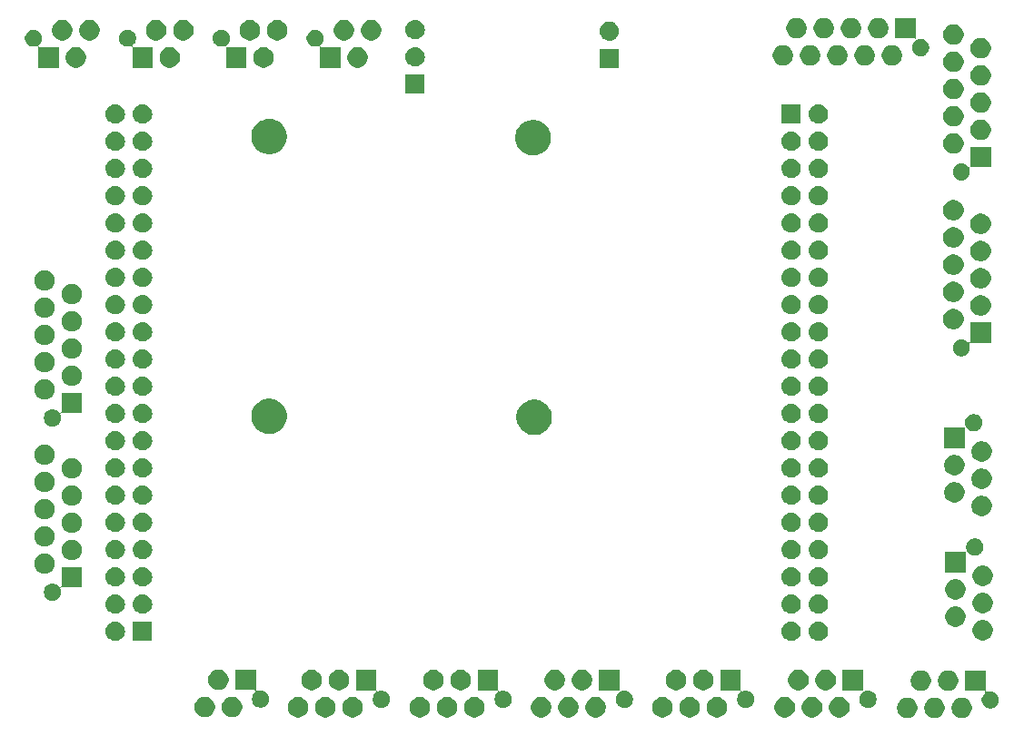
<source format=gbr>
G04 #@! TF.GenerationSoftware,KiCad,Pcbnew,5.0.2-bee76a0~70~ubuntu18.04.1*
G04 #@! TF.CreationDate,2019-09-26T00:30:11+02:00*
G04 #@! TF.ProjectId,myo_shield_pcb,6d796f5f-7368-4696-956c-645f7063622e,rev?*
G04 #@! TF.SameCoordinates,Original*
G04 #@! TF.FileFunction,Soldermask,Bot*
G04 #@! TF.FilePolarity,Negative*
%FSLAX46Y46*%
G04 Gerber Fmt 4.6, Leading zero omitted, Abs format (unit mm)*
G04 Created by KiCad (PCBNEW 5.0.2-bee76a0~70~ubuntu18.04.1) date Do 26 Sep 2019 00:30:11 CEST*
%MOMM*%
%LPD*%
G01*
G04 APERTURE LIST*
%ADD10C,0.100000*%
G04 APERTURE END LIST*
D10*
G36*
X201707396Y-141275546D02*
X201880466Y-141347234D01*
X202036230Y-141451312D01*
X202168688Y-141583770D01*
X202272766Y-141739534D01*
X202344454Y-141912604D01*
X202381000Y-142096333D01*
X202381000Y-142283667D01*
X202344454Y-142467396D01*
X202272766Y-142640466D01*
X202168688Y-142796230D01*
X202036230Y-142928688D01*
X201880466Y-143032766D01*
X201707396Y-143104454D01*
X201523667Y-143141000D01*
X201336333Y-143141000D01*
X201152604Y-143104454D01*
X200979534Y-143032766D01*
X200823770Y-142928688D01*
X200691312Y-142796230D01*
X200587234Y-142640466D01*
X200515546Y-142467396D01*
X200479000Y-142283667D01*
X200479000Y-142096333D01*
X200515546Y-141912604D01*
X200587234Y-141739534D01*
X200691312Y-141583770D01*
X200823770Y-141451312D01*
X200979534Y-141347234D01*
X201152604Y-141275546D01*
X201336333Y-141239000D01*
X201523667Y-141239000D01*
X201707396Y-141275546D01*
X201707396Y-141275546D01*
G37*
G36*
X199167396Y-141275546D02*
X199340466Y-141347234D01*
X199496230Y-141451312D01*
X199628688Y-141583770D01*
X199732766Y-141739534D01*
X199804454Y-141912604D01*
X199841000Y-142096333D01*
X199841000Y-142283667D01*
X199804454Y-142467396D01*
X199732766Y-142640466D01*
X199628688Y-142796230D01*
X199496230Y-142928688D01*
X199340466Y-143032766D01*
X199167396Y-143104454D01*
X198983667Y-143141000D01*
X198796333Y-143141000D01*
X198612604Y-143104454D01*
X198439534Y-143032766D01*
X198283770Y-142928688D01*
X198151312Y-142796230D01*
X198047234Y-142640466D01*
X197975546Y-142467396D01*
X197939000Y-142283667D01*
X197939000Y-142096333D01*
X197975546Y-141912604D01*
X198047234Y-141739534D01*
X198151312Y-141583770D01*
X198283770Y-141451312D01*
X198439534Y-141347234D01*
X198612604Y-141275546D01*
X198796333Y-141239000D01*
X198983667Y-141239000D01*
X199167396Y-141275546D01*
X199167396Y-141275546D01*
G37*
G36*
X196627396Y-141275546D02*
X196800466Y-141347234D01*
X196956230Y-141451312D01*
X197088688Y-141583770D01*
X197192766Y-141739534D01*
X197264454Y-141912604D01*
X197301000Y-142096333D01*
X197301000Y-142283667D01*
X197264454Y-142467396D01*
X197192766Y-142640466D01*
X197088688Y-142796230D01*
X196956230Y-142928688D01*
X196800466Y-143032766D01*
X196627396Y-143104454D01*
X196443667Y-143141000D01*
X196256333Y-143141000D01*
X196072604Y-143104454D01*
X195899534Y-143032766D01*
X195743770Y-142928688D01*
X195611312Y-142796230D01*
X195507234Y-142640466D01*
X195435546Y-142467396D01*
X195399000Y-142283667D01*
X195399000Y-142096333D01*
X195435546Y-141912604D01*
X195507234Y-141739534D01*
X195611312Y-141583770D01*
X195743770Y-141451312D01*
X195899534Y-141347234D01*
X196072604Y-141275546D01*
X196256333Y-141239000D01*
X196443667Y-141239000D01*
X196627396Y-141275546D01*
X196627396Y-141275546D01*
G37*
G36*
X153767396Y-141225546D02*
X153940466Y-141297234D01*
X154096230Y-141401312D01*
X154228688Y-141533770D01*
X154332766Y-141689534D01*
X154404454Y-141862604D01*
X154441000Y-142046333D01*
X154441000Y-142233667D01*
X154404454Y-142417396D01*
X154332766Y-142590466D01*
X154228688Y-142746230D01*
X154096230Y-142878688D01*
X153940466Y-142982766D01*
X153767396Y-143054454D01*
X153583667Y-143091000D01*
X153396333Y-143091000D01*
X153212604Y-143054454D01*
X153039534Y-142982766D01*
X152883770Y-142878688D01*
X152751312Y-142746230D01*
X152647234Y-142590466D01*
X152575546Y-142417396D01*
X152539000Y-142233667D01*
X152539000Y-142046333D01*
X152575546Y-141862604D01*
X152647234Y-141689534D01*
X152751312Y-141533770D01*
X152883770Y-141401312D01*
X153039534Y-141297234D01*
X153212604Y-141225546D01*
X153396333Y-141189000D01*
X153583667Y-141189000D01*
X153767396Y-141225546D01*
X153767396Y-141225546D01*
G37*
G36*
X142417396Y-141225546D02*
X142590466Y-141297234D01*
X142746230Y-141401312D01*
X142878688Y-141533770D01*
X142982766Y-141689534D01*
X143054454Y-141862604D01*
X143091000Y-142046333D01*
X143091000Y-142233667D01*
X143054454Y-142417396D01*
X142982766Y-142590466D01*
X142878688Y-142746230D01*
X142746230Y-142878688D01*
X142590466Y-142982766D01*
X142417396Y-143054454D01*
X142233667Y-143091000D01*
X142046333Y-143091000D01*
X141862604Y-143054454D01*
X141689534Y-142982766D01*
X141533770Y-142878688D01*
X141401312Y-142746230D01*
X141297234Y-142590466D01*
X141225546Y-142417396D01*
X141189000Y-142233667D01*
X141189000Y-142046333D01*
X141225546Y-141862604D01*
X141297234Y-141689534D01*
X141401312Y-141533770D01*
X141533770Y-141401312D01*
X141689534Y-141297234D01*
X141862604Y-141225546D01*
X142046333Y-141189000D01*
X142233667Y-141189000D01*
X142417396Y-141225546D01*
X142417396Y-141225546D01*
G37*
G36*
X144957396Y-141225546D02*
X145130466Y-141297234D01*
X145286230Y-141401312D01*
X145418688Y-141533770D01*
X145522766Y-141689534D01*
X145594454Y-141862604D01*
X145631000Y-142046333D01*
X145631000Y-142233667D01*
X145594454Y-142417396D01*
X145522766Y-142590466D01*
X145418688Y-142746230D01*
X145286230Y-142878688D01*
X145130466Y-142982766D01*
X144957396Y-143054454D01*
X144773667Y-143091000D01*
X144586333Y-143091000D01*
X144402604Y-143054454D01*
X144229534Y-142982766D01*
X144073770Y-142878688D01*
X143941312Y-142746230D01*
X143837234Y-142590466D01*
X143765546Y-142417396D01*
X143729000Y-142233667D01*
X143729000Y-142046333D01*
X143765546Y-141862604D01*
X143837234Y-141689534D01*
X143941312Y-141533770D01*
X144073770Y-141401312D01*
X144229534Y-141297234D01*
X144402604Y-141225546D01*
X144586333Y-141189000D01*
X144773667Y-141189000D01*
X144957396Y-141225546D01*
X144957396Y-141225546D01*
G37*
G36*
X139877396Y-141225546D02*
X140050466Y-141297234D01*
X140206230Y-141401312D01*
X140338688Y-141533770D01*
X140442766Y-141689534D01*
X140514454Y-141862604D01*
X140551000Y-142046333D01*
X140551000Y-142233667D01*
X140514454Y-142417396D01*
X140442766Y-142590466D01*
X140338688Y-142746230D01*
X140206230Y-142878688D01*
X140050466Y-142982766D01*
X139877396Y-143054454D01*
X139693667Y-143091000D01*
X139506333Y-143091000D01*
X139322604Y-143054454D01*
X139149534Y-142982766D01*
X138993770Y-142878688D01*
X138861312Y-142746230D01*
X138757234Y-142590466D01*
X138685546Y-142417396D01*
X138649000Y-142233667D01*
X138649000Y-142046333D01*
X138685546Y-141862604D01*
X138757234Y-141689534D01*
X138861312Y-141533770D01*
X138993770Y-141401312D01*
X139149534Y-141297234D01*
X139322604Y-141225546D01*
X139506333Y-141189000D01*
X139693667Y-141189000D01*
X139877396Y-141225546D01*
X139877396Y-141225546D01*
G37*
G36*
X185227396Y-141225546D02*
X185400466Y-141297234D01*
X185556230Y-141401312D01*
X185688688Y-141533770D01*
X185792766Y-141689534D01*
X185864454Y-141862604D01*
X185901000Y-142046333D01*
X185901000Y-142233667D01*
X185864454Y-142417396D01*
X185792766Y-142590466D01*
X185688688Y-142746230D01*
X185556230Y-142878688D01*
X185400466Y-142982766D01*
X185227396Y-143054454D01*
X185043667Y-143091000D01*
X184856333Y-143091000D01*
X184672604Y-143054454D01*
X184499534Y-142982766D01*
X184343770Y-142878688D01*
X184211312Y-142746230D01*
X184107234Y-142590466D01*
X184035546Y-142417396D01*
X183999000Y-142233667D01*
X183999000Y-142046333D01*
X184035546Y-141862604D01*
X184107234Y-141689534D01*
X184211312Y-141533770D01*
X184343770Y-141401312D01*
X184499534Y-141297234D01*
X184672604Y-141225546D01*
X184856333Y-141189000D01*
X185043667Y-141189000D01*
X185227396Y-141225546D01*
X185227396Y-141225546D01*
G37*
G36*
X151227396Y-141225546D02*
X151400466Y-141297234D01*
X151556230Y-141401312D01*
X151688688Y-141533770D01*
X151792766Y-141689534D01*
X151864454Y-141862604D01*
X151901000Y-142046333D01*
X151901000Y-142233667D01*
X151864454Y-142417396D01*
X151792766Y-142590466D01*
X151688688Y-142746230D01*
X151556230Y-142878688D01*
X151400466Y-142982766D01*
X151227396Y-143054454D01*
X151043667Y-143091000D01*
X150856333Y-143091000D01*
X150672604Y-143054454D01*
X150499534Y-142982766D01*
X150343770Y-142878688D01*
X150211312Y-142746230D01*
X150107234Y-142590466D01*
X150035546Y-142417396D01*
X149999000Y-142233667D01*
X149999000Y-142046333D01*
X150035546Y-141862604D01*
X150107234Y-141689534D01*
X150211312Y-141533770D01*
X150343770Y-141401312D01*
X150499534Y-141297234D01*
X150672604Y-141225546D01*
X150856333Y-141189000D01*
X151043667Y-141189000D01*
X151227396Y-141225546D01*
X151227396Y-141225546D01*
G37*
G36*
X156307396Y-141225546D02*
X156480466Y-141297234D01*
X156636230Y-141401312D01*
X156768688Y-141533770D01*
X156872766Y-141689534D01*
X156944454Y-141862604D01*
X156981000Y-142046333D01*
X156981000Y-142233667D01*
X156944454Y-142417396D01*
X156872766Y-142590466D01*
X156768688Y-142746230D01*
X156636230Y-142878688D01*
X156480466Y-142982766D01*
X156307396Y-143054454D01*
X156123667Y-143091000D01*
X155936333Y-143091000D01*
X155752604Y-143054454D01*
X155579534Y-142982766D01*
X155423770Y-142878688D01*
X155291312Y-142746230D01*
X155187234Y-142590466D01*
X155115546Y-142417396D01*
X155079000Y-142233667D01*
X155079000Y-142046333D01*
X155115546Y-141862604D01*
X155187234Y-141689534D01*
X155291312Y-141533770D01*
X155423770Y-141401312D01*
X155579534Y-141297234D01*
X155752604Y-141225546D01*
X155936333Y-141189000D01*
X156123667Y-141189000D01*
X156307396Y-141225546D01*
X156307396Y-141225546D01*
G37*
G36*
X190307396Y-141225546D02*
X190480466Y-141297234D01*
X190636230Y-141401312D01*
X190768688Y-141533770D01*
X190872766Y-141689534D01*
X190944454Y-141862604D01*
X190981000Y-142046333D01*
X190981000Y-142233667D01*
X190944454Y-142417396D01*
X190872766Y-142590466D01*
X190768688Y-142746230D01*
X190636230Y-142878688D01*
X190480466Y-142982766D01*
X190307396Y-143054454D01*
X190123667Y-143091000D01*
X189936333Y-143091000D01*
X189752604Y-143054454D01*
X189579534Y-142982766D01*
X189423770Y-142878688D01*
X189291312Y-142746230D01*
X189187234Y-142590466D01*
X189115546Y-142417396D01*
X189079000Y-142233667D01*
X189079000Y-142046333D01*
X189115546Y-141862604D01*
X189187234Y-141689534D01*
X189291312Y-141533770D01*
X189423770Y-141401312D01*
X189579534Y-141297234D01*
X189752604Y-141225546D01*
X189936333Y-141189000D01*
X190123667Y-141189000D01*
X190307396Y-141225546D01*
X190307396Y-141225546D01*
G37*
G36*
X165067396Y-141225546D02*
X165240466Y-141297234D01*
X165396230Y-141401312D01*
X165528688Y-141533770D01*
X165632766Y-141689534D01*
X165704454Y-141862604D01*
X165741000Y-142046333D01*
X165741000Y-142233667D01*
X165704454Y-142417396D01*
X165632766Y-142590466D01*
X165528688Y-142746230D01*
X165396230Y-142878688D01*
X165240466Y-142982766D01*
X165067396Y-143054454D01*
X164883667Y-143091000D01*
X164696333Y-143091000D01*
X164512604Y-143054454D01*
X164339534Y-142982766D01*
X164183770Y-142878688D01*
X164051312Y-142746230D01*
X163947234Y-142590466D01*
X163875546Y-142417396D01*
X163839000Y-142233667D01*
X163839000Y-142046333D01*
X163875546Y-141862604D01*
X163947234Y-141689534D01*
X164051312Y-141533770D01*
X164183770Y-141401312D01*
X164339534Y-141297234D01*
X164512604Y-141225546D01*
X164696333Y-141189000D01*
X164883667Y-141189000D01*
X165067396Y-141225546D01*
X165067396Y-141225546D01*
G37*
G36*
X187767396Y-141225546D02*
X187940466Y-141297234D01*
X188096230Y-141401312D01*
X188228688Y-141533770D01*
X188332766Y-141689534D01*
X188404454Y-141862604D01*
X188441000Y-142046333D01*
X188441000Y-142233667D01*
X188404454Y-142417396D01*
X188332766Y-142590466D01*
X188228688Y-142746230D01*
X188096230Y-142878688D01*
X187940466Y-142982766D01*
X187767396Y-143054454D01*
X187583667Y-143091000D01*
X187396333Y-143091000D01*
X187212604Y-143054454D01*
X187039534Y-142982766D01*
X186883770Y-142878688D01*
X186751312Y-142746230D01*
X186647234Y-142590466D01*
X186575546Y-142417396D01*
X186539000Y-142233667D01*
X186539000Y-142046333D01*
X186575546Y-141862604D01*
X186647234Y-141689534D01*
X186751312Y-141533770D01*
X186883770Y-141401312D01*
X187039534Y-141297234D01*
X187212604Y-141225546D01*
X187396333Y-141189000D01*
X187583667Y-141189000D01*
X187767396Y-141225546D01*
X187767396Y-141225546D01*
G37*
G36*
X176367396Y-141225546D02*
X176540466Y-141297234D01*
X176696230Y-141401312D01*
X176828688Y-141533770D01*
X176932766Y-141689534D01*
X177004454Y-141862604D01*
X177041000Y-142046333D01*
X177041000Y-142233667D01*
X177004454Y-142417396D01*
X176932766Y-142590466D01*
X176828688Y-142746230D01*
X176696230Y-142878688D01*
X176540466Y-142982766D01*
X176367396Y-143054454D01*
X176183667Y-143091000D01*
X175996333Y-143091000D01*
X175812604Y-143054454D01*
X175639534Y-142982766D01*
X175483770Y-142878688D01*
X175351312Y-142746230D01*
X175247234Y-142590466D01*
X175175546Y-142417396D01*
X175139000Y-142233667D01*
X175139000Y-142046333D01*
X175175546Y-141862604D01*
X175247234Y-141689534D01*
X175351312Y-141533770D01*
X175483770Y-141401312D01*
X175639534Y-141297234D01*
X175812604Y-141225546D01*
X175996333Y-141189000D01*
X176183667Y-141189000D01*
X176367396Y-141225546D01*
X176367396Y-141225546D01*
G37*
G36*
X178907396Y-141225546D02*
X179080466Y-141297234D01*
X179236230Y-141401312D01*
X179368688Y-141533770D01*
X179472766Y-141689534D01*
X179544454Y-141862604D01*
X179581000Y-142046333D01*
X179581000Y-142233667D01*
X179544454Y-142417396D01*
X179472766Y-142590466D01*
X179368688Y-142746230D01*
X179236230Y-142878688D01*
X179080466Y-142982766D01*
X178907396Y-143054454D01*
X178723667Y-143091000D01*
X178536333Y-143091000D01*
X178352604Y-143054454D01*
X178179534Y-142982766D01*
X178023770Y-142878688D01*
X177891312Y-142746230D01*
X177787234Y-142590466D01*
X177715546Y-142417396D01*
X177679000Y-142233667D01*
X177679000Y-142046333D01*
X177715546Y-141862604D01*
X177787234Y-141689534D01*
X177891312Y-141533770D01*
X178023770Y-141401312D01*
X178179534Y-141297234D01*
X178352604Y-141225546D01*
X178536333Y-141189000D01*
X178723667Y-141189000D01*
X178907396Y-141225546D01*
X178907396Y-141225546D01*
G37*
G36*
X162527396Y-141225546D02*
X162700466Y-141297234D01*
X162856230Y-141401312D01*
X162988688Y-141533770D01*
X163092766Y-141689534D01*
X163164454Y-141862604D01*
X163201000Y-142046333D01*
X163201000Y-142233667D01*
X163164454Y-142417396D01*
X163092766Y-142590466D01*
X162988688Y-142746230D01*
X162856230Y-142878688D01*
X162700466Y-142982766D01*
X162527396Y-143054454D01*
X162343667Y-143091000D01*
X162156333Y-143091000D01*
X161972604Y-143054454D01*
X161799534Y-142982766D01*
X161643770Y-142878688D01*
X161511312Y-142746230D01*
X161407234Y-142590466D01*
X161335546Y-142417396D01*
X161299000Y-142233667D01*
X161299000Y-142046333D01*
X161335546Y-141862604D01*
X161407234Y-141689534D01*
X161511312Y-141533770D01*
X161643770Y-141401312D01*
X161799534Y-141297234D01*
X161972604Y-141225546D01*
X162156333Y-141189000D01*
X162343667Y-141189000D01*
X162527396Y-141225546D01*
X162527396Y-141225546D01*
G37*
G36*
X167607396Y-141225546D02*
X167780466Y-141297234D01*
X167936230Y-141401312D01*
X168068688Y-141533770D01*
X168172766Y-141689534D01*
X168244454Y-141862604D01*
X168281000Y-142046333D01*
X168281000Y-142233667D01*
X168244454Y-142417396D01*
X168172766Y-142590466D01*
X168068688Y-142746230D01*
X167936230Y-142878688D01*
X167780466Y-142982766D01*
X167607396Y-143054454D01*
X167423667Y-143091000D01*
X167236333Y-143091000D01*
X167052604Y-143054454D01*
X166879534Y-142982766D01*
X166723770Y-142878688D01*
X166591312Y-142746230D01*
X166487234Y-142590466D01*
X166415546Y-142417396D01*
X166379000Y-142233667D01*
X166379000Y-142046333D01*
X166415546Y-141862604D01*
X166487234Y-141689534D01*
X166591312Y-141533770D01*
X166723770Y-141401312D01*
X166879534Y-141297234D01*
X167052604Y-141225546D01*
X167236333Y-141189000D01*
X167423667Y-141189000D01*
X167607396Y-141225546D01*
X167607396Y-141225546D01*
G37*
G36*
X173827396Y-141225546D02*
X174000466Y-141297234D01*
X174156230Y-141401312D01*
X174288688Y-141533770D01*
X174392766Y-141689534D01*
X174464454Y-141862604D01*
X174501000Y-142046333D01*
X174501000Y-142233667D01*
X174464454Y-142417396D01*
X174392766Y-142590466D01*
X174288688Y-142746230D01*
X174156230Y-142878688D01*
X174000466Y-142982766D01*
X173827396Y-143054454D01*
X173643667Y-143091000D01*
X173456333Y-143091000D01*
X173272604Y-143054454D01*
X173099534Y-142982766D01*
X172943770Y-142878688D01*
X172811312Y-142746230D01*
X172707234Y-142590466D01*
X172635546Y-142417396D01*
X172599000Y-142233667D01*
X172599000Y-142046333D01*
X172635546Y-141862604D01*
X172707234Y-141689534D01*
X172811312Y-141533770D01*
X172943770Y-141401312D01*
X173099534Y-141297234D01*
X173272604Y-141225546D01*
X173456333Y-141189000D01*
X173643667Y-141189000D01*
X173827396Y-141225546D01*
X173827396Y-141225546D01*
G37*
G36*
X133712396Y-141205546D02*
X133885466Y-141277234D01*
X134041230Y-141381312D01*
X134173688Y-141513770D01*
X134277766Y-141669534D01*
X134349454Y-141842604D01*
X134386000Y-142026333D01*
X134386000Y-142213667D01*
X134349454Y-142397396D01*
X134277766Y-142570466D01*
X134173688Y-142726230D01*
X134041230Y-142858688D01*
X133885466Y-142962766D01*
X133712396Y-143034454D01*
X133528667Y-143071000D01*
X133341333Y-143071000D01*
X133157604Y-143034454D01*
X132984534Y-142962766D01*
X132828770Y-142858688D01*
X132696312Y-142726230D01*
X132592234Y-142570466D01*
X132520546Y-142397396D01*
X132484000Y-142213667D01*
X132484000Y-142026333D01*
X132520546Y-141842604D01*
X132592234Y-141669534D01*
X132696312Y-141513770D01*
X132828770Y-141381312D01*
X132984534Y-141277234D01*
X133157604Y-141205546D01*
X133341333Y-141169000D01*
X133528667Y-141169000D01*
X133712396Y-141205546D01*
X133712396Y-141205546D01*
G37*
G36*
X131172396Y-141205546D02*
X131345466Y-141277234D01*
X131501230Y-141381312D01*
X131633688Y-141513770D01*
X131737766Y-141669534D01*
X131809454Y-141842604D01*
X131846000Y-142026333D01*
X131846000Y-142213667D01*
X131809454Y-142397396D01*
X131737766Y-142570466D01*
X131633688Y-142726230D01*
X131501230Y-142858688D01*
X131345466Y-142962766D01*
X131172396Y-143034454D01*
X130988667Y-143071000D01*
X130801333Y-143071000D01*
X130617604Y-143034454D01*
X130444534Y-142962766D01*
X130288770Y-142858688D01*
X130156312Y-142726230D01*
X130052234Y-142570466D01*
X129980546Y-142397396D01*
X129944000Y-142213667D01*
X129944000Y-142026333D01*
X129980546Y-141842604D01*
X130052234Y-141669534D01*
X130156312Y-141513770D01*
X130288770Y-141381312D01*
X130444534Y-141277234D01*
X130617604Y-141205546D01*
X130801333Y-141169000D01*
X130988667Y-141169000D01*
X131172396Y-141205546D01*
X131172396Y-141205546D01*
G37*
G36*
X203651000Y-140581855D02*
X203653402Y-140606241D01*
X203660515Y-140629690D01*
X203672066Y-140651301D01*
X203687612Y-140670243D01*
X203706554Y-140685789D01*
X203728165Y-140697340D01*
X203751614Y-140704453D01*
X203776000Y-140706855D01*
X203800386Y-140704453D01*
X203823835Y-140697340D01*
X203866342Y-140679733D01*
X204021102Y-140648950D01*
X204178898Y-140648950D01*
X204333655Y-140679733D01*
X204333657Y-140679734D01*
X204333658Y-140679734D01*
X204348276Y-140685789D01*
X204479440Y-140740119D01*
X204610643Y-140827786D01*
X204722214Y-140939357D01*
X204809881Y-141070560D01*
X204809881Y-141070561D01*
X204865795Y-141205547D01*
X204870267Y-141216345D01*
X204901050Y-141371102D01*
X204901050Y-141528898D01*
X204870267Y-141683655D01*
X204809881Y-141829440D01*
X204722214Y-141960643D01*
X204610643Y-142072214D01*
X204479440Y-142159881D01*
X204428333Y-142181050D01*
X204333658Y-142220266D01*
X204333657Y-142220266D01*
X204333655Y-142220267D01*
X204178898Y-142251050D01*
X204021102Y-142251050D01*
X203866345Y-142220267D01*
X203866343Y-142220266D01*
X203866342Y-142220266D01*
X203771667Y-142181050D01*
X203720560Y-142159881D01*
X203589357Y-142072214D01*
X203477786Y-141960643D01*
X203390119Y-141829440D01*
X203329733Y-141683655D01*
X203298950Y-141528898D01*
X203298950Y-141371102D01*
X203329733Y-141216345D01*
X203334206Y-141205547D01*
X203390119Y-141070561D01*
X203390119Y-141070560D01*
X203477786Y-140939357D01*
X203592093Y-140825050D01*
X203605085Y-140814388D01*
X203620630Y-140795446D01*
X203632181Y-140773835D01*
X203639294Y-140750386D01*
X203641696Y-140725999D01*
X203639294Y-140701613D01*
X203632181Y-140678164D01*
X203620629Y-140656553D01*
X203605084Y-140637611D01*
X203586142Y-140622066D01*
X203564531Y-140610515D01*
X203541082Y-140603402D01*
X203516696Y-140601000D01*
X201749000Y-140601000D01*
X201749000Y-138699000D01*
X203651000Y-138699000D01*
X203651000Y-140581855D01*
X203651000Y-140581855D01*
G37*
G36*
X146901000Y-140531855D02*
X146903402Y-140556241D01*
X146910515Y-140579690D01*
X146922066Y-140601301D01*
X146937612Y-140620243D01*
X146956554Y-140635789D01*
X146978165Y-140647340D01*
X147001614Y-140654453D01*
X147026000Y-140656855D01*
X147050386Y-140654453D01*
X147073835Y-140647340D01*
X147116342Y-140629733D01*
X147271102Y-140598950D01*
X147428898Y-140598950D01*
X147583655Y-140629733D01*
X147583657Y-140629734D01*
X147583658Y-140629734D01*
X147626162Y-140647340D01*
X147729440Y-140690119D01*
X147860643Y-140777786D01*
X147972214Y-140889357D01*
X148059881Y-141020560D01*
X148120267Y-141166345D01*
X148151050Y-141321102D01*
X148151050Y-141478898D01*
X148124245Y-141613658D01*
X148120266Y-141633658D01*
X148099556Y-141683655D01*
X148059881Y-141779440D01*
X147972214Y-141910643D01*
X147860643Y-142022214D01*
X147729440Y-142109881D01*
X147637509Y-142147960D01*
X147583658Y-142170266D01*
X147583657Y-142170266D01*
X147583655Y-142170267D01*
X147428898Y-142201050D01*
X147271102Y-142201050D01*
X147116345Y-142170267D01*
X147116343Y-142170266D01*
X147116342Y-142170266D01*
X147062491Y-142147960D01*
X146970560Y-142109881D01*
X146839357Y-142022214D01*
X146727786Y-141910643D01*
X146640119Y-141779440D01*
X146600444Y-141683655D01*
X146579734Y-141633658D01*
X146575756Y-141613658D01*
X146548950Y-141478898D01*
X146548950Y-141321102D01*
X146579733Y-141166345D01*
X146640119Y-141020560D01*
X146727786Y-140889357D01*
X146842093Y-140775050D01*
X146855085Y-140764388D01*
X146870630Y-140745446D01*
X146882181Y-140723835D01*
X146889294Y-140700386D01*
X146891696Y-140675999D01*
X146889294Y-140651613D01*
X146882181Y-140628164D01*
X146870629Y-140606553D01*
X146855084Y-140587611D01*
X146836142Y-140572066D01*
X146814531Y-140560515D01*
X146791082Y-140553402D01*
X146766696Y-140551000D01*
X144999000Y-140551000D01*
X144999000Y-138649000D01*
X146901000Y-138649000D01*
X146901000Y-140531855D01*
X146901000Y-140531855D01*
G37*
G36*
X169551000Y-140531855D02*
X169553402Y-140556241D01*
X169560515Y-140579690D01*
X169572066Y-140601301D01*
X169587612Y-140620243D01*
X169606554Y-140635789D01*
X169628165Y-140647340D01*
X169651614Y-140654453D01*
X169676000Y-140656855D01*
X169700386Y-140654453D01*
X169723835Y-140647340D01*
X169766342Y-140629733D01*
X169921102Y-140598950D01*
X170078898Y-140598950D01*
X170233655Y-140629733D01*
X170233657Y-140629734D01*
X170233658Y-140629734D01*
X170276162Y-140647340D01*
X170379440Y-140690119D01*
X170510643Y-140777786D01*
X170622214Y-140889357D01*
X170709881Y-141020560D01*
X170770267Y-141166345D01*
X170801050Y-141321102D01*
X170801050Y-141478898D01*
X170774245Y-141613658D01*
X170770266Y-141633658D01*
X170749556Y-141683655D01*
X170709881Y-141779440D01*
X170622214Y-141910643D01*
X170510643Y-142022214D01*
X170379440Y-142109881D01*
X170287509Y-142147960D01*
X170233658Y-142170266D01*
X170233657Y-142170266D01*
X170233655Y-142170267D01*
X170078898Y-142201050D01*
X169921102Y-142201050D01*
X169766345Y-142170267D01*
X169766343Y-142170266D01*
X169766342Y-142170266D01*
X169712491Y-142147960D01*
X169620560Y-142109881D01*
X169489357Y-142022214D01*
X169377786Y-141910643D01*
X169290119Y-141779440D01*
X169250444Y-141683655D01*
X169229734Y-141633658D01*
X169225756Y-141613658D01*
X169198950Y-141478898D01*
X169198950Y-141321102D01*
X169229733Y-141166345D01*
X169290119Y-141020560D01*
X169377786Y-140889357D01*
X169492093Y-140775050D01*
X169505085Y-140764388D01*
X169520630Y-140745446D01*
X169532181Y-140723835D01*
X169539294Y-140700386D01*
X169541696Y-140675999D01*
X169539294Y-140651613D01*
X169532181Y-140628164D01*
X169520629Y-140606553D01*
X169505084Y-140587611D01*
X169486142Y-140572066D01*
X169464531Y-140560515D01*
X169441082Y-140553402D01*
X169416696Y-140551000D01*
X167649000Y-140551000D01*
X167649000Y-138649000D01*
X169551000Y-138649000D01*
X169551000Y-140531855D01*
X169551000Y-140531855D01*
G37*
G36*
X158251000Y-140531855D02*
X158253402Y-140556241D01*
X158260515Y-140579690D01*
X158272066Y-140601301D01*
X158287612Y-140620243D01*
X158306554Y-140635789D01*
X158328165Y-140647340D01*
X158351614Y-140654453D01*
X158376000Y-140656855D01*
X158400386Y-140654453D01*
X158423835Y-140647340D01*
X158466342Y-140629733D01*
X158621102Y-140598950D01*
X158778898Y-140598950D01*
X158933655Y-140629733D01*
X158933657Y-140629734D01*
X158933658Y-140629734D01*
X158976162Y-140647340D01*
X159079440Y-140690119D01*
X159210643Y-140777786D01*
X159322214Y-140889357D01*
X159409881Y-141020560D01*
X159470267Y-141166345D01*
X159501050Y-141321102D01*
X159501050Y-141478898D01*
X159474245Y-141613658D01*
X159470266Y-141633658D01*
X159449556Y-141683655D01*
X159409881Y-141779440D01*
X159322214Y-141910643D01*
X159210643Y-142022214D01*
X159079440Y-142109881D01*
X158987509Y-142147960D01*
X158933658Y-142170266D01*
X158933657Y-142170266D01*
X158933655Y-142170267D01*
X158778898Y-142201050D01*
X158621102Y-142201050D01*
X158466345Y-142170267D01*
X158466343Y-142170266D01*
X158466342Y-142170266D01*
X158412491Y-142147960D01*
X158320560Y-142109881D01*
X158189357Y-142022214D01*
X158077786Y-141910643D01*
X157990119Y-141779440D01*
X157950444Y-141683655D01*
X157929734Y-141633658D01*
X157925756Y-141613658D01*
X157898950Y-141478898D01*
X157898950Y-141321102D01*
X157929733Y-141166345D01*
X157990119Y-141020560D01*
X158077786Y-140889357D01*
X158192093Y-140775050D01*
X158205085Y-140764388D01*
X158220630Y-140745446D01*
X158232181Y-140723835D01*
X158239294Y-140700386D01*
X158241696Y-140675999D01*
X158239294Y-140651613D01*
X158232181Y-140628164D01*
X158220629Y-140606553D01*
X158205084Y-140587611D01*
X158186142Y-140572066D01*
X158164531Y-140560515D01*
X158141082Y-140553402D01*
X158116696Y-140551000D01*
X156349000Y-140551000D01*
X156349000Y-138649000D01*
X158251000Y-138649000D01*
X158251000Y-140531855D01*
X158251000Y-140531855D01*
G37*
G36*
X192251000Y-140531855D02*
X192253402Y-140556241D01*
X192260515Y-140579690D01*
X192272066Y-140601301D01*
X192287612Y-140620243D01*
X192306554Y-140635789D01*
X192328165Y-140647340D01*
X192351614Y-140654453D01*
X192376000Y-140656855D01*
X192400386Y-140654453D01*
X192423835Y-140647340D01*
X192466342Y-140629733D01*
X192621102Y-140598950D01*
X192778898Y-140598950D01*
X192933655Y-140629733D01*
X192933657Y-140629734D01*
X192933658Y-140629734D01*
X192976162Y-140647340D01*
X193079440Y-140690119D01*
X193210643Y-140777786D01*
X193322214Y-140889357D01*
X193409881Y-141020560D01*
X193470267Y-141166345D01*
X193501050Y-141321102D01*
X193501050Y-141478898D01*
X193474245Y-141613658D01*
X193470266Y-141633658D01*
X193449556Y-141683655D01*
X193409881Y-141779440D01*
X193322214Y-141910643D01*
X193210643Y-142022214D01*
X193079440Y-142109881D01*
X192987509Y-142147960D01*
X192933658Y-142170266D01*
X192933657Y-142170266D01*
X192933655Y-142170267D01*
X192778898Y-142201050D01*
X192621102Y-142201050D01*
X192466345Y-142170267D01*
X192466343Y-142170266D01*
X192466342Y-142170266D01*
X192412491Y-142147960D01*
X192320560Y-142109881D01*
X192189357Y-142022214D01*
X192077786Y-141910643D01*
X191990119Y-141779440D01*
X191950444Y-141683655D01*
X191929734Y-141633658D01*
X191925756Y-141613658D01*
X191898950Y-141478898D01*
X191898950Y-141321102D01*
X191929733Y-141166345D01*
X191990119Y-141020560D01*
X192077786Y-140889357D01*
X192192093Y-140775050D01*
X192205085Y-140764388D01*
X192220630Y-140745446D01*
X192232181Y-140723835D01*
X192239294Y-140700386D01*
X192241696Y-140675999D01*
X192239294Y-140651613D01*
X192232181Y-140628164D01*
X192220629Y-140606553D01*
X192205084Y-140587611D01*
X192186142Y-140572066D01*
X192164531Y-140560515D01*
X192141082Y-140553402D01*
X192116696Y-140551000D01*
X190349000Y-140551000D01*
X190349000Y-138649000D01*
X192251000Y-138649000D01*
X192251000Y-140531855D01*
X192251000Y-140531855D01*
G37*
G36*
X180851000Y-140531855D02*
X180853402Y-140556241D01*
X180860515Y-140579690D01*
X180872066Y-140601301D01*
X180887612Y-140620243D01*
X180906554Y-140635789D01*
X180928165Y-140647340D01*
X180951614Y-140654453D01*
X180976000Y-140656855D01*
X181000386Y-140654453D01*
X181023835Y-140647340D01*
X181066342Y-140629733D01*
X181221102Y-140598950D01*
X181378898Y-140598950D01*
X181533655Y-140629733D01*
X181533657Y-140629734D01*
X181533658Y-140629734D01*
X181576162Y-140647340D01*
X181679440Y-140690119D01*
X181810643Y-140777786D01*
X181922214Y-140889357D01*
X182009881Y-141020560D01*
X182070267Y-141166345D01*
X182101050Y-141321102D01*
X182101050Y-141478898D01*
X182074245Y-141613658D01*
X182070266Y-141633658D01*
X182049556Y-141683655D01*
X182009881Y-141779440D01*
X181922214Y-141910643D01*
X181810643Y-142022214D01*
X181679440Y-142109881D01*
X181587509Y-142147960D01*
X181533658Y-142170266D01*
X181533657Y-142170266D01*
X181533655Y-142170267D01*
X181378898Y-142201050D01*
X181221102Y-142201050D01*
X181066345Y-142170267D01*
X181066343Y-142170266D01*
X181066342Y-142170266D01*
X181012491Y-142147960D01*
X180920560Y-142109881D01*
X180789357Y-142022214D01*
X180677786Y-141910643D01*
X180590119Y-141779440D01*
X180550444Y-141683655D01*
X180529734Y-141633658D01*
X180525756Y-141613658D01*
X180498950Y-141478898D01*
X180498950Y-141321102D01*
X180529733Y-141166345D01*
X180590119Y-141020560D01*
X180677786Y-140889357D01*
X180792093Y-140775050D01*
X180805085Y-140764388D01*
X180820630Y-140745446D01*
X180832181Y-140723835D01*
X180839294Y-140700386D01*
X180841696Y-140675999D01*
X180839294Y-140651613D01*
X180832181Y-140628164D01*
X180820629Y-140606553D01*
X180805084Y-140587611D01*
X180786142Y-140572066D01*
X180764531Y-140560515D01*
X180741082Y-140553402D01*
X180716696Y-140551000D01*
X178949000Y-140551000D01*
X178949000Y-138649000D01*
X180851000Y-138649000D01*
X180851000Y-140531855D01*
X180851000Y-140531855D01*
G37*
G36*
X135656000Y-140511855D02*
X135658402Y-140536241D01*
X135665515Y-140559690D01*
X135677066Y-140581301D01*
X135692612Y-140600243D01*
X135711554Y-140615789D01*
X135733165Y-140627340D01*
X135756614Y-140634453D01*
X135781000Y-140636855D01*
X135805386Y-140634453D01*
X135828835Y-140627340D01*
X135871342Y-140609733D01*
X136026102Y-140578950D01*
X136183898Y-140578950D01*
X136338655Y-140609733D01*
X136338657Y-140609734D01*
X136338658Y-140609734D01*
X136386836Y-140629690D01*
X136484440Y-140670119D01*
X136615643Y-140757786D01*
X136727214Y-140869357D01*
X136814881Y-141000560D01*
X136875267Y-141146345D01*
X136906050Y-141301102D01*
X136906050Y-141458898D01*
X136875267Y-141613655D01*
X136814881Y-141759440D01*
X136727214Y-141890643D01*
X136615643Y-142002214D01*
X136484440Y-142089881D01*
X136392509Y-142127960D01*
X136338658Y-142150266D01*
X136338657Y-142150266D01*
X136338655Y-142150267D01*
X136183898Y-142181050D01*
X136026102Y-142181050D01*
X135871345Y-142150267D01*
X135871343Y-142150266D01*
X135871342Y-142150266D01*
X135817491Y-142127960D01*
X135725560Y-142089881D01*
X135594357Y-142002214D01*
X135482786Y-141890643D01*
X135395119Y-141759440D01*
X135334733Y-141613655D01*
X135303950Y-141458898D01*
X135303950Y-141301102D01*
X135334733Y-141146345D01*
X135395119Y-141000560D01*
X135482786Y-140869357D01*
X135597093Y-140755050D01*
X135610085Y-140744388D01*
X135625630Y-140725446D01*
X135637181Y-140703835D01*
X135644294Y-140680386D01*
X135646696Y-140655999D01*
X135644294Y-140631613D01*
X135637181Y-140608164D01*
X135625629Y-140586553D01*
X135610084Y-140567611D01*
X135591142Y-140552066D01*
X135569531Y-140540515D01*
X135546082Y-140533402D01*
X135521696Y-140531000D01*
X133754000Y-140531000D01*
X133754000Y-138629000D01*
X135656000Y-138629000D01*
X135656000Y-140511855D01*
X135656000Y-140511855D01*
G37*
G36*
X200437396Y-138735546D02*
X200610466Y-138807234D01*
X200766230Y-138911312D01*
X200898688Y-139043770D01*
X201002766Y-139199534D01*
X201074454Y-139372604D01*
X201111000Y-139556333D01*
X201111000Y-139743667D01*
X201074454Y-139927396D01*
X201002766Y-140100466D01*
X200898688Y-140256230D01*
X200766230Y-140388688D01*
X200610466Y-140492766D01*
X200437396Y-140564454D01*
X200253667Y-140601000D01*
X200066333Y-140601000D01*
X199882604Y-140564454D01*
X199709534Y-140492766D01*
X199553770Y-140388688D01*
X199421312Y-140256230D01*
X199317234Y-140100466D01*
X199245546Y-139927396D01*
X199209000Y-139743667D01*
X199209000Y-139556333D01*
X199245546Y-139372604D01*
X199317234Y-139199534D01*
X199421312Y-139043770D01*
X199553770Y-138911312D01*
X199709534Y-138807234D01*
X199882604Y-138735546D01*
X200066333Y-138699000D01*
X200253667Y-138699000D01*
X200437396Y-138735546D01*
X200437396Y-138735546D01*
G37*
G36*
X197897396Y-138735546D02*
X198070466Y-138807234D01*
X198226230Y-138911312D01*
X198358688Y-139043770D01*
X198462766Y-139199534D01*
X198534454Y-139372604D01*
X198571000Y-139556333D01*
X198571000Y-139743667D01*
X198534454Y-139927396D01*
X198462766Y-140100466D01*
X198358688Y-140256230D01*
X198226230Y-140388688D01*
X198070466Y-140492766D01*
X197897396Y-140564454D01*
X197713667Y-140601000D01*
X197526333Y-140601000D01*
X197342604Y-140564454D01*
X197169534Y-140492766D01*
X197013770Y-140388688D01*
X196881312Y-140256230D01*
X196777234Y-140100466D01*
X196705546Y-139927396D01*
X196669000Y-139743667D01*
X196669000Y-139556333D01*
X196705546Y-139372604D01*
X196777234Y-139199534D01*
X196881312Y-139043770D01*
X197013770Y-138911312D01*
X197169534Y-138807234D01*
X197342604Y-138735546D01*
X197526333Y-138699000D01*
X197713667Y-138699000D01*
X197897396Y-138735546D01*
X197897396Y-138735546D01*
G37*
G36*
X163797396Y-138685546D02*
X163970466Y-138757234D01*
X164126230Y-138861312D01*
X164258688Y-138993770D01*
X164362766Y-139149534D01*
X164434454Y-139322604D01*
X164471000Y-139506333D01*
X164471000Y-139693667D01*
X164434454Y-139877396D01*
X164362766Y-140050466D01*
X164258688Y-140206230D01*
X164126230Y-140338688D01*
X163970466Y-140442766D01*
X163797396Y-140514454D01*
X163613667Y-140551000D01*
X163426333Y-140551000D01*
X163242604Y-140514454D01*
X163069534Y-140442766D01*
X162913770Y-140338688D01*
X162781312Y-140206230D01*
X162677234Y-140050466D01*
X162605546Y-139877396D01*
X162569000Y-139693667D01*
X162569000Y-139506333D01*
X162605546Y-139322604D01*
X162677234Y-139149534D01*
X162781312Y-138993770D01*
X162913770Y-138861312D01*
X163069534Y-138757234D01*
X163242604Y-138685546D01*
X163426333Y-138649000D01*
X163613667Y-138649000D01*
X163797396Y-138685546D01*
X163797396Y-138685546D01*
G37*
G36*
X141147396Y-138685546D02*
X141320466Y-138757234D01*
X141476230Y-138861312D01*
X141608688Y-138993770D01*
X141712766Y-139149534D01*
X141784454Y-139322604D01*
X141821000Y-139506333D01*
X141821000Y-139693667D01*
X141784454Y-139877396D01*
X141712766Y-140050466D01*
X141608688Y-140206230D01*
X141476230Y-140338688D01*
X141320466Y-140442766D01*
X141147396Y-140514454D01*
X140963667Y-140551000D01*
X140776333Y-140551000D01*
X140592604Y-140514454D01*
X140419534Y-140442766D01*
X140263770Y-140338688D01*
X140131312Y-140206230D01*
X140027234Y-140050466D01*
X139955546Y-139877396D01*
X139919000Y-139693667D01*
X139919000Y-139506333D01*
X139955546Y-139322604D01*
X140027234Y-139149534D01*
X140131312Y-138993770D01*
X140263770Y-138861312D01*
X140419534Y-138757234D01*
X140592604Y-138685546D01*
X140776333Y-138649000D01*
X140963667Y-138649000D01*
X141147396Y-138685546D01*
X141147396Y-138685546D01*
G37*
G36*
X143687396Y-138685546D02*
X143860466Y-138757234D01*
X144016230Y-138861312D01*
X144148688Y-138993770D01*
X144252766Y-139149534D01*
X144324454Y-139322604D01*
X144361000Y-139506333D01*
X144361000Y-139693667D01*
X144324454Y-139877396D01*
X144252766Y-140050466D01*
X144148688Y-140206230D01*
X144016230Y-140338688D01*
X143860466Y-140442766D01*
X143687396Y-140514454D01*
X143503667Y-140551000D01*
X143316333Y-140551000D01*
X143132604Y-140514454D01*
X142959534Y-140442766D01*
X142803770Y-140338688D01*
X142671312Y-140206230D01*
X142567234Y-140050466D01*
X142495546Y-139877396D01*
X142459000Y-139693667D01*
X142459000Y-139506333D01*
X142495546Y-139322604D01*
X142567234Y-139149534D01*
X142671312Y-138993770D01*
X142803770Y-138861312D01*
X142959534Y-138757234D01*
X143132604Y-138685546D01*
X143316333Y-138649000D01*
X143503667Y-138649000D01*
X143687396Y-138685546D01*
X143687396Y-138685546D01*
G37*
G36*
X177637396Y-138685546D02*
X177810466Y-138757234D01*
X177966230Y-138861312D01*
X178098688Y-138993770D01*
X178202766Y-139149534D01*
X178274454Y-139322604D01*
X178311000Y-139506333D01*
X178311000Y-139693667D01*
X178274454Y-139877396D01*
X178202766Y-140050466D01*
X178098688Y-140206230D01*
X177966230Y-140338688D01*
X177810466Y-140442766D01*
X177637396Y-140514454D01*
X177453667Y-140551000D01*
X177266333Y-140551000D01*
X177082604Y-140514454D01*
X176909534Y-140442766D01*
X176753770Y-140338688D01*
X176621312Y-140206230D01*
X176517234Y-140050466D01*
X176445546Y-139877396D01*
X176409000Y-139693667D01*
X176409000Y-139506333D01*
X176445546Y-139322604D01*
X176517234Y-139149534D01*
X176621312Y-138993770D01*
X176753770Y-138861312D01*
X176909534Y-138757234D01*
X177082604Y-138685546D01*
X177266333Y-138649000D01*
X177453667Y-138649000D01*
X177637396Y-138685546D01*
X177637396Y-138685546D01*
G37*
G36*
X152497396Y-138685546D02*
X152670466Y-138757234D01*
X152826230Y-138861312D01*
X152958688Y-138993770D01*
X153062766Y-139149534D01*
X153134454Y-139322604D01*
X153171000Y-139506333D01*
X153171000Y-139693667D01*
X153134454Y-139877396D01*
X153062766Y-140050466D01*
X152958688Y-140206230D01*
X152826230Y-140338688D01*
X152670466Y-140442766D01*
X152497396Y-140514454D01*
X152313667Y-140551000D01*
X152126333Y-140551000D01*
X151942604Y-140514454D01*
X151769534Y-140442766D01*
X151613770Y-140338688D01*
X151481312Y-140206230D01*
X151377234Y-140050466D01*
X151305546Y-139877396D01*
X151269000Y-139693667D01*
X151269000Y-139506333D01*
X151305546Y-139322604D01*
X151377234Y-139149534D01*
X151481312Y-138993770D01*
X151613770Y-138861312D01*
X151769534Y-138757234D01*
X151942604Y-138685546D01*
X152126333Y-138649000D01*
X152313667Y-138649000D01*
X152497396Y-138685546D01*
X152497396Y-138685546D01*
G37*
G36*
X175097396Y-138685546D02*
X175270466Y-138757234D01*
X175426230Y-138861312D01*
X175558688Y-138993770D01*
X175662766Y-139149534D01*
X175734454Y-139322604D01*
X175771000Y-139506333D01*
X175771000Y-139693667D01*
X175734454Y-139877396D01*
X175662766Y-140050466D01*
X175558688Y-140206230D01*
X175426230Y-140338688D01*
X175270466Y-140442766D01*
X175097396Y-140514454D01*
X174913667Y-140551000D01*
X174726333Y-140551000D01*
X174542604Y-140514454D01*
X174369534Y-140442766D01*
X174213770Y-140338688D01*
X174081312Y-140206230D01*
X173977234Y-140050466D01*
X173905546Y-139877396D01*
X173869000Y-139693667D01*
X173869000Y-139506333D01*
X173905546Y-139322604D01*
X173977234Y-139149534D01*
X174081312Y-138993770D01*
X174213770Y-138861312D01*
X174369534Y-138757234D01*
X174542604Y-138685546D01*
X174726333Y-138649000D01*
X174913667Y-138649000D01*
X175097396Y-138685546D01*
X175097396Y-138685546D01*
G37*
G36*
X155037396Y-138685546D02*
X155210466Y-138757234D01*
X155366230Y-138861312D01*
X155498688Y-138993770D01*
X155602766Y-139149534D01*
X155674454Y-139322604D01*
X155711000Y-139506333D01*
X155711000Y-139693667D01*
X155674454Y-139877396D01*
X155602766Y-140050466D01*
X155498688Y-140206230D01*
X155366230Y-140338688D01*
X155210466Y-140442766D01*
X155037396Y-140514454D01*
X154853667Y-140551000D01*
X154666333Y-140551000D01*
X154482604Y-140514454D01*
X154309534Y-140442766D01*
X154153770Y-140338688D01*
X154021312Y-140206230D01*
X153917234Y-140050466D01*
X153845546Y-139877396D01*
X153809000Y-139693667D01*
X153809000Y-139506333D01*
X153845546Y-139322604D01*
X153917234Y-139149534D01*
X154021312Y-138993770D01*
X154153770Y-138861312D01*
X154309534Y-138757234D01*
X154482604Y-138685546D01*
X154666333Y-138649000D01*
X154853667Y-138649000D01*
X155037396Y-138685546D01*
X155037396Y-138685546D01*
G37*
G36*
X189037396Y-138685546D02*
X189210466Y-138757234D01*
X189366230Y-138861312D01*
X189498688Y-138993770D01*
X189602766Y-139149534D01*
X189674454Y-139322604D01*
X189711000Y-139506333D01*
X189711000Y-139693667D01*
X189674454Y-139877396D01*
X189602766Y-140050466D01*
X189498688Y-140206230D01*
X189366230Y-140338688D01*
X189210466Y-140442766D01*
X189037396Y-140514454D01*
X188853667Y-140551000D01*
X188666333Y-140551000D01*
X188482604Y-140514454D01*
X188309534Y-140442766D01*
X188153770Y-140338688D01*
X188021312Y-140206230D01*
X187917234Y-140050466D01*
X187845546Y-139877396D01*
X187809000Y-139693667D01*
X187809000Y-139506333D01*
X187845546Y-139322604D01*
X187917234Y-139149534D01*
X188021312Y-138993770D01*
X188153770Y-138861312D01*
X188309534Y-138757234D01*
X188482604Y-138685546D01*
X188666333Y-138649000D01*
X188853667Y-138649000D01*
X189037396Y-138685546D01*
X189037396Y-138685546D01*
G37*
G36*
X166337396Y-138685546D02*
X166510466Y-138757234D01*
X166666230Y-138861312D01*
X166798688Y-138993770D01*
X166902766Y-139149534D01*
X166974454Y-139322604D01*
X167011000Y-139506333D01*
X167011000Y-139693667D01*
X166974454Y-139877396D01*
X166902766Y-140050466D01*
X166798688Y-140206230D01*
X166666230Y-140338688D01*
X166510466Y-140442766D01*
X166337396Y-140514454D01*
X166153667Y-140551000D01*
X165966333Y-140551000D01*
X165782604Y-140514454D01*
X165609534Y-140442766D01*
X165453770Y-140338688D01*
X165321312Y-140206230D01*
X165217234Y-140050466D01*
X165145546Y-139877396D01*
X165109000Y-139693667D01*
X165109000Y-139506333D01*
X165145546Y-139322604D01*
X165217234Y-139149534D01*
X165321312Y-138993770D01*
X165453770Y-138861312D01*
X165609534Y-138757234D01*
X165782604Y-138685546D01*
X165966333Y-138649000D01*
X166153667Y-138649000D01*
X166337396Y-138685546D01*
X166337396Y-138685546D01*
G37*
G36*
X186497396Y-138685546D02*
X186670466Y-138757234D01*
X186826230Y-138861312D01*
X186958688Y-138993770D01*
X187062766Y-139149534D01*
X187134454Y-139322604D01*
X187171000Y-139506333D01*
X187171000Y-139693667D01*
X187134454Y-139877396D01*
X187062766Y-140050466D01*
X186958688Y-140206230D01*
X186826230Y-140338688D01*
X186670466Y-140442766D01*
X186497396Y-140514454D01*
X186313667Y-140551000D01*
X186126333Y-140551000D01*
X185942604Y-140514454D01*
X185769534Y-140442766D01*
X185613770Y-140338688D01*
X185481312Y-140206230D01*
X185377234Y-140050466D01*
X185305546Y-139877396D01*
X185269000Y-139693667D01*
X185269000Y-139506333D01*
X185305546Y-139322604D01*
X185377234Y-139149534D01*
X185481312Y-138993770D01*
X185613770Y-138861312D01*
X185769534Y-138757234D01*
X185942604Y-138685546D01*
X186126333Y-138649000D01*
X186313667Y-138649000D01*
X186497396Y-138685546D01*
X186497396Y-138685546D01*
G37*
G36*
X132442396Y-138665546D02*
X132615466Y-138737234D01*
X132771230Y-138841312D01*
X132903688Y-138973770D01*
X133007766Y-139129534D01*
X133079454Y-139302604D01*
X133116000Y-139486333D01*
X133116000Y-139673667D01*
X133079454Y-139857396D01*
X133007766Y-140030466D01*
X132903688Y-140186230D01*
X132771230Y-140318688D01*
X132615466Y-140422766D01*
X132442396Y-140494454D01*
X132258667Y-140531000D01*
X132071333Y-140531000D01*
X131887604Y-140494454D01*
X131714534Y-140422766D01*
X131558770Y-140318688D01*
X131426312Y-140186230D01*
X131322234Y-140030466D01*
X131250546Y-139857396D01*
X131214000Y-139673667D01*
X131214000Y-139486333D01*
X131250546Y-139302604D01*
X131322234Y-139129534D01*
X131426312Y-138973770D01*
X131558770Y-138841312D01*
X131714534Y-138737234D01*
X131887604Y-138665546D01*
X132071333Y-138629000D01*
X132258667Y-138629000D01*
X132442396Y-138665546D01*
X132442396Y-138665546D01*
G37*
G36*
X185660442Y-134155518D02*
X185726627Y-134162037D01*
X185839853Y-134196384D01*
X185896467Y-134213557D01*
X186032421Y-134286227D01*
X186052991Y-134297222D01*
X186088729Y-134326552D01*
X186190186Y-134409814D01*
X186263815Y-134499533D01*
X186302778Y-134547009D01*
X186302779Y-134547011D01*
X186386443Y-134703533D01*
X186386443Y-134703534D01*
X186437963Y-134873373D01*
X186455359Y-135050000D01*
X186437963Y-135226627D01*
X186403616Y-135339853D01*
X186386443Y-135396467D01*
X186312348Y-135535087D01*
X186302778Y-135552991D01*
X186273448Y-135588729D01*
X186190186Y-135690186D01*
X186088729Y-135773448D01*
X186052991Y-135802778D01*
X186052989Y-135802779D01*
X185896467Y-135886443D01*
X185848478Y-135901000D01*
X185726627Y-135937963D01*
X185660442Y-135944482D01*
X185594260Y-135951000D01*
X185505740Y-135951000D01*
X185439558Y-135944482D01*
X185373373Y-135937963D01*
X185251522Y-135901000D01*
X185203533Y-135886443D01*
X185047011Y-135802779D01*
X185047009Y-135802778D01*
X185011271Y-135773448D01*
X184909814Y-135690186D01*
X184826552Y-135588729D01*
X184797222Y-135552991D01*
X184787652Y-135535087D01*
X184713557Y-135396467D01*
X184696384Y-135339853D01*
X184662037Y-135226627D01*
X184644641Y-135050000D01*
X184662037Y-134873373D01*
X184713557Y-134703534D01*
X184713557Y-134703533D01*
X184797221Y-134547011D01*
X184797222Y-134547009D01*
X184836185Y-134499533D01*
X184909814Y-134409814D01*
X185011271Y-134326552D01*
X185047009Y-134297222D01*
X185067579Y-134286227D01*
X185203533Y-134213557D01*
X185260147Y-134196384D01*
X185373373Y-134162037D01*
X185439558Y-134155518D01*
X185505740Y-134149000D01*
X185594260Y-134149000D01*
X185660442Y-134155518D01*
X185660442Y-134155518D01*
G37*
G36*
X126001000Y-135951000D02*
X124199000Y-135951000D01*
X124199000Y-134149000D01*
X126001000Y-134149000D01*
X126001000Y-135951000D01*
X126001000Y-135951000D01*
G37*
G36*
X122670442Y-134155518D02*
X122736627Y-134162037D01*
X122849853Y-134196384D01*
X122906467Y-134213557D01*
X123042421Y-134286227D01*
X123062991Y-134297222D01*
X123098729Y-134326552D01*
X123200186Y-134409814D01*
X123273815Y-134499533D01*
X123312778Y-134547009D01*
X123312779Y-134547011D01*
X123396443Y-134703533D01*
X123396443Y-134703534D01*
X123447963Y-134873373D01*
X123465359Y-135050000D01*
X123447963Y-135226627D01*
X123413616Y-135339853D01*
X123396443Y-135396467D01*
X123322348Y-135535087D01*
X123312778Y-135552991D01*
X123283448Y-135588729D01*
X123200186Y-135690186D01*
X123098729Y-135773448D01*
X123062991Y-135802778D01*
X123062989Y-135802779D01*
X122906467Y-135886443D01*
X122858478Y-135901000D01*
X122736627Y-135937963D01*
X122670442Y-135944482D01*
X122604260Y-135951000D01*
X122515740Y-135951000D01*
X122449558Y-135944482D01*
X122383373Y-135937963D01*
X122261522Y-135901000D01*
X122213533Y-135886443D01*
X122057011Y-135802779D01*
X122057009Y-135802778D01*
X122021271Y-135773448D01*
X121919814Y-135690186D01*
X121836552Y-135588729D01*
X121807222Y-135552991D01*
X121797652Y-135535087D01*
X121723557Y-135396467D01*
X121706384Y-135339853D01*
X121672037Y-135226627D01*
X121654641Y-135050000D01*
X121672037Y-134873373D01*
X121723557Y-134703534D01*
X121723557Y-134703533D01*
X121807221Y-134547011D01*
X121807222Y-134547009D01*
X121846185Y-134499533D01*
X121919814Y-134409814D01*
X122021271Y-134326552D01*
X122057009Y-134297222D01*
X122077579Y-134286227D01*
X122213533Y-134213557D01*
X122270147Y-134196384D01*
X122383373Y-134162037D01*
X122449558Y-134155518D01*
X122515740Y-134149000D01*
X122604260Y-134149000D01*
X122670442Y-134155518D01*
X122670442Y-134155518D01*
G37*
G36*
X188200442Y-134155518D02*
X188266627Y-134162037D01*
X188379853Y-134196384D01*
X188436467Y-134213557D01*
X188572421Y-134286227D01*
X188592991Y-134297222D01*
X188628729Y-134326552D01*
X188730186Y-134409814D01*
X188803815Y-134499533D01*
X188842778Y-134547009D01*
X188842779Y-134547011D01*
X188926443Y-134703533D01*
X188926443Y-134703534D01*
X188977963Y-134873373D01*
X188995359Y-135050000D01*
X188977963Y-135226627D01*
X188943616Y-135339853D01*
X188926443Y-135396467D01*
X188852348Y-135535087D01*
X188842778Y-135552991D01*
X188813448Y-135588729D01*
X188730186Y-135690186D01*
X188628729Y-135773448D01*
X188592991Y-135802778D01*
X188592989Y-135802779D01*
X188436467Y-135886443D01*
X188388478Y-135901000D01*
X188266627Y-135937963D01*
X188200442Y-135944482D01*
X188134260Y-135951000D01*
X188045740Y-135951000D01*
X187979558Y-135944482D01*
X187913373Y-135937963D01*
X187791522Y-135901000D01*
X187743533Y-135886443D01*
X187587011Y-135802779D01*
X187587009Y-135802778D01*
X187551271Y-135773448D01*
X187449814Y-135690186D01*
X187366552Y-135588729D01*
X187337222Y-135552991D01*
X187327652Y-135535087D01*
X187253557Y-135396467D01*
X187236384Y-135339853D01*
X187202037Y-135226627D01*
X187184641Y-135050000D01*
X187202037Y-134873373D01*
X187253557Y-134703534D01*
X187253557Y-134703533D01*
X187337221Y-134547011D01*
X187337222Y-134547009D01*
X187376185Y-134499533D01*
X187449814Y-134409814D01*
X187551271Y-134326552D01*
X187587009Y-134297222D01*
X187607579Y-134286227D01*
X187743533Y-134213557D01*
X187800147Y-134196384D01*
X187913373Y-134162037D01*
X187979558Y-134155518D01*
X188045740Y-134149000D01*
X188134260Y-134149000D01*
X188200442Y-134155518D01*
X188200442Y-134155518D01*
G37*
G36*
X203667396Y-134035546D02*
X203840466Y-134107234D01*
X203996230Y-134211312D01*
X204128688Y-134343770D01*
X204232766Y-134499534D01*
X204304454Y-134672604D01*
X204341000Y-134856333D01*
X204341000Y-135043667D01*
X204304454Y-135227396D01*
X204232766Y-135400466D01*
X204128688Y-135556230D01*
X203996230Y-135688688D01*
X203840466Y-135792766D01*
X203667396Y-135864454D01*
X203483667Y-135901000D01*
X203296333Y-135901000D01*
X203112604Y-135864454D01*
X202939534Y-135792766D01*
X202783770Y-135688688D01*
X202651312Y-135556230D01*
X202547234Y-135400466D01*
X202475546Y-135227396D01*
X202439000Y-135043667D01*
X202439000Y-134856333D01*
X202475546Y-134672604D01*
X202547234Y-134499534D01*
X202651312Y-134343770D01*
X202783770Y-134211312D01*
X202939534Y-134107234D01*
X203112604Y-134035546D01*
X203296333Y-133999000D01*
X203483667Y-133999000D01*
X203667396Y-134035546D01*
X203667396Y-134035546D01*
G37*
G36*
X201127396Y-132765546D02*
X201300466Y-132837234D01*
X201456230Y-132941312D01*
X201588688Y-133073770D01*
X201692766Y-133229534D01*
X201764454Y-133402604D01*
X201801000Y-133586333D01*
X201801000Y-133773667D01*
X201764454Y-133957396D01*
X201692766Y-134130466D01*
X201588688Y-134286230D01*
X201456230Y-134418688D01*
X201300466Y-134522766D01*
X201127396Y-134594454D01*
X200943667Y-134631000D01*
X200756333Y-134631000D01*
X200572604Y-134594454D01*
X200399534Y-134522766D01*
X200243770Y-134418688D01*
X200111312Y-134286230D01*
X200007234Y-134130466D01*
X199935546Y-133957396D01*
X199899000Y-133773667D01*
X199899000Y-133586333D01*
X199935546Y-133402604D01*
X200007234Y-133229534D01*
X200111312Y-133073770D01*
X200243770Y-132941312D01*
X200399534Y-132837234D01*
X200572604Y-132765546D01*
X200756333Y-132729000D01*
X200943667Y-132729000D01*
X201127396Y-132765546D01*
X201127396Y-132765546D01*
G37*
G36*
X125210443Y-131615519D02*
X125276627Y-131622037D01*
X125389853Y-131656384D01*
X125446467Y-131673557D01*
X125582421Y-131746227D01*
X125602991Y-131757222D01*
X125638729Y-131786552D01*
X125740186Y-131869814D01*
X125813815Y-131959533D01*
X125852778Y-132007009D01*
X125852779Y-132007011D01*
X125936443Y-132163533D01*
X125947823Y-132201050D01*
X125987963Y-132333373D01*
X126005359Y-132510000D01*
X125987963Y-132686627D01*
X125975109Y-132729000D01*
X125936443Y-132856467D01*
X125891093Y-132941310D01*
X125852778Y-133012991D01*
X125823448Y-133048729D01*
X125740186Y-133150186D01*
X125643500Y-133229533D01*
X125602991Y-133262778D01*
X125602989Y-133262779D01*
X125446467Y-133346443D01*
X125398478Y-133361000D01*
X125276627Y-133397963D01*
X125229505Y-133402604D01*
X125144260Y-133411000D01*
X125055740Y-133411000D01*
X124970495Y-133402604D01*
X124923373Y-133397963D01*
X124801522Y-133361000D01*
X124753533Y-133346443D01*
X124597011Y-133262779D01*
X124597009Y-133262778D01*
X124556500Y-133229533D01*
X124459814Y-133150186D01*
X124376552Y-133048729D01*
X124347222Y-133012991D01*
X124308907Y-132941310D01*
X124263557Y-132856467D01*
X124224891Y-132729000D01*
X124212037Y-132686627D01*
X124194641Y-132510000D01*
X124212037Y-132333373D01*
X124252177Y-132201050D01*
X124263557Y-132163533D01*
X124347221Y-132007011D01*
X124347222Y-132007009D01*
X124386185Y-131959533D01*
X124459814Y-131869814D01*
X124561271Y-131786552D01*
X124597009Y-131757222D01*
X124617579Y-131746227D01*
X124753533Y-131673557D01*
X124810147Y-131656384D01*
X124923373Y-131622037D01*
X124989557Y-131615519D01*
X125055740Y-131609000D01*
X125144260Y-131609000D01*
X125210443Y-131615519D01*
X125210443Y-131615519D01*
G37*
G36*
X188200443Y-131615519D02*
X188266627Y-131622037D01*
X188379853Y-131656384D01*
X188436467Y-131673557D01*
X188572421Y-131746227D01*
X188592991Y-131757222D01*
X188628729Y-131786552D01*
X188730186Y-131869814D01*
X188803815Y-131959533D01*
X188842778Y-132007009D01*
X188842779Y-132007011D01*
X188926443Y-132163533D01*
X188937823Y-132201050D01*
X188977963Y-132333373D01*
X188995359Y-132510000D01*
X188977963Y-132686627D01*
X188965109Y-132729000D01*
X188926443Y-132856467D01*
X188881093Y-132941310D01*
X188842778Y-133012991D01*
X188813448Y-133048729D01*
X188730186Y-133150186D01*
X188633500Y-133229533D01*
X188592991Y-133262778D01*
X188592989Y-133262779D01*
X188436467Y-133346443D01*
X188388478Y-133361000D01*
X188266627Y-133397963D01*
X188219505Y-133402604D01*
X188134260Y-133411000D01*
X188045740Y-133411000D01*
X187960495Y-133402604D01*
X187913373Y-133397963D01*
X187791522Y-133361000D01*
X187743533Y-133346443D01*
X187587011Y-133262779D01*
X187587009Y-133262778D01*
X187546500Y-133229533D01*
X187449814Y-133150186D01*
X187366552Y-133048729D01*
X187337222Y-133012991D01*
X187298907Y-132941310D01*
X187253557Y-132856467D01*
X187214891Y-132729000D01*
X187202037Y-132686627D01*
X187184641Y-132510000D01*
X187202037Y-132333373D01*
X187242177Y-132201050D01*
X187253557Y-132163533D01*
X187337221Y-132007011D01*
X187337222Y-132007009D01*
X187376185Y-131959533D01*
X187449814Y-131869814D01*
X187551271Y-131786552D01*
X187587009Y-131757222D01*
X187607579Y-131746227D01*
X187743533Y-131673557D01*
X187800147Y-131656384D01*
X187913373Y-131622037D01*
X187979557Y-131615519D01*
X188045740Y-131609000D01*
X188134260Y-131609000D01*
X188200443Y-131615519D01*
X188200443Y-131615519D01*
G37*
G36*
X185660443Y-131615519D02*
X185726627Y-131622037D01*
X185839853Y-131656384D01*
X185896467Y-131673557D01*
X186032421Y-131746227D01*
X186052991Y-131757222D01*
X186088729Y-131786552D01*
X186190186Y-131869814D01*
X186263815Y-131959533D01*
X186302778Y-132007009D01*
X186302779Y-132007011D01*
X186386443Y-132163533D01*
X186397823Y-132201050D01*
X186437963Y-132333373D01*
X186455359Y-132510000D01*
X186437963Y-132686627D01*
X186425109Y-132729000D01*
X186386443Y-132856467D01*
X186341093Y-132941310D01*
X186302778Y-133012991D01*
X186273448Y-133048729D01*
X186190186Y-133150186D01*
X186093500Y-133229533D01*
X186052991Y-133262778D01*
X186052989Y-133262779D01*
X185896467Y-133346443D01*
X185848478Y-133361000D01*
X185726627Y-133397963D01*
X185679505Y-133402604D01*
X185594260Y-133411000D01*
X185505740Y-133411000D01*
X185420495Y-133402604D01*
X185373373Y-133397963D01*
X185251522Y-133361000D01*
X185203533Y-133346443D01*
X185047011Y-133262779D01*
X185047009Y-133262778D01*
X185006500Y-133229533D01*
X184909814Y-133150186D01*
X184826552Y-133048729D01*
X184797222Y-133012991D01*
X184758907Y-132941310D01*
X184713557Y-132856467D01*
X184674891Y-132729000D01*
X184662037Y-132686627D01*
X184644641Y-132510000D01*
X184662037Y-132333373D01*
X184702177Y-132201050D01*
X184713557Y-132163533D01*
X184797221Y-132007011D01*
X184797222Y-132007009D01*
X184836185Y-131959533D01*
X184909814Y-131869814D01*
X185011271Y-131786552D01*
X185047009Y-131757222D01*
X185067579Y-131746227D01*
X185203533Y-131673557D01*
X185260147Y-131656384D01*
X185373373Y-131622037D01*
X185439557Y-131615519D01*
X185505740Y-131609000D01*
X185594260Y-131609000D01*
X185660443Y-131615519D01*
X185660443Y-131615519D01*
G37*
G36*
X122670443Y-131615519D02*
X122736627Y-131622037D01*
X122849853Y-131656384D01*
X122906467Y-131673557D01*
X123042421Y-131746227D01*
X123062991Y-131757222D01*
X123098729Y-131786552D01*
X123200186Y-131869814D01*
X123273815Y-131959533D01*
X123312778Y-132007009D01*
X123312779Y-132007011D01*
X123396443Y-132163533D01*
X123407823Y-132201050D01*
X123447963Y-132333373D01*
X123465359Y-132510000D01*
X123447963Y-132686627D01*
X123435109Y-132729000D01*
X123396443Y-132856467D01*
X123351093Y-132941310D01*
X123312778Y-133012991D01*
X123283448Y-133048729D01*
X123200186Y-133150186D01*
X123103500Y-133229533D01*
X123062991Y-133262778D01*
X123062989Y-133262779D01*
X122906467Y-133346443D01*
X122858478Y-133361000D01*
X122736627Y-133397963D01*
X122689505Y-133402604D01*
X122604260Y-133411000D01*
X122515740Y-133411000D01*
X122430495Y-133402604D01*
X122383373Y-133397963D01*
X122261522Y-133361000D01*
X122213533Y-133346443D01*
X122057011Y-133262779D01*
X122057009Y-133262778D01*
X122016500Y-133229533D01*
X121919814Y-133150186D01*
X121836552Y-133048729D01*
X121807222Y-133012991D01*
X121768907Y-132941310D01*
X121723557Y-132856467D01*
X121684891Y-132729000D01*
X121672037Y-132686627D01*
X121654641Y-132510000D01*
X121672037Y-132333373D01*
X121712177Y-132201050D01*
X121723557Y-132163533D01*
X121807221Y-132007011D01*
X121807222Y-132007009D01*
X121846185Y-131959533D01*
X121919814Y-131869814D01*
X122021271Y-131786552D01*
X122057009Y-131757222D01*
X122077579Y-131746227D01*
X122213533Y-131673557D01*
X122270147Y-131656384D01*
X122383373Y-131622037D01*
X122449557Y-131615519D01*
X122515740Y-131609000D01*
X122604260Y-131609000D01*
X122670443Y-131615519D01*
X122670443Y-131615519D01*
G37*
G36*
X203667396Y-131495546D02*
X203840466Y-131567234D01*
X203996230Y-131671312D01*
X204128688Y-131803770D01*
X204232766Y-131959534D01*
X204304454Y-132132604D01*
X204341000Y-132316333D01*
X204341000Y-132503667D01*
X204304454Y-132687396D01*
X204232766Y-132860466D01*
X204128688Y-133016230D01*
X203996230Y-133148688D01*
X203840466Y-133252766D01*
X203667396Y-133324454D01*
X203483667Y-133361000D01*
X203296333Y-133361000D01*
X203112604Y-133324454D01*
X202939534Y-133252766D01*
X202783770Y-133148688D01*
X202651312Y-133016230D01*
X202547234Y-132860466D01*
X202475546Y-132687396D01*
X202439000Y-132503667D01*
X202439000Y-132316333D01*
X202475546Y-132132604D01*
X202547234Y-131959534D01*
X202651312Y-131803770D01*
X202783770Y-131671312D01*
X202939534Y-131567234D01*
X203112604Y-131495546D01*
X203296333Y-131459000D01*
X203483667Y-131459000D01*
X203667396Y-131495546D01*
X203667396Y-131495546D01*
G37*
G36*
X119451000Y-130951000D02*
X117568145Y-130951000D01*
X117543759Y-130953402D01*
X117520310Y-130960515D01*
X117498699Y-130972066D01*
X117479757Y-130987612D01*
X117464211Y-131006554D01*
X117452660Y-131028165D01*
X117445547Y-131051614D01*
X117443145Y-131076000D01*
X117445547Y-131100386D01*
X117452660Y-131123835D01*
X117470267Y-131166342D01*
X117501050Y-131321102D01*
X117501050Y-131478898D01*
X117470267Y-131633655D01*
X117409881Y-131779440D01*
X117322214Y-131910643D01*
X117210643Y-132022214D01*
X117079440Y-132109881D01*
X116987509Y-132147960D01*
X116933658Y-132170266D01*
X116933657Y-132170266D01*
X116933655Y-132170267D01*
X116778898Y-132201050D01*
X116621102Y-132201050D01*
X116466345Y-132170267D01*
X116466343Y-132170266D01*
X116466342Y-132170266D01*
X116412491Y-132147960D01*
X116320560Y-132109881D01*
X116189357Y-132022214D01*
X116077786Y-131910643D01*
X115990119Y-131779440D01*
X115929733Y-131633655D01*
X115898950Y-131478898D01*
X115898950Y-131321102D01*
X115929733Y-131166345D01*
X115990119Y-131020560D01*
X116077786Y-130889357D01*
X116189357Y-130777786D01*
X116320560Y-130690119D01*
X116412491Y-130652040D01*
X116466342Y-130629734D01*
X116466343Y-130629734D01*
X116466345Y-130629733D01*
X116621102Y-130598950D01*
X116778898Y-130598950D01*
X116933655Y-130629733D01*
X116933657Y-130629734D01*
X116933658Y-130629734D01*
X116987509Y-130652040D01*
X117079440Y-130690119D01*
X117210643Y-130777786D01*
X117324950Y-130892093D01*
X117335612Y-130905085D01*
X117354554Y-130920630D01*
X117376165Y-130932181D01*
X117399614Y-130939294D01*
X117424001Y-130941696D01*
X117448387Y-130939294D01*
X117471836Y-130932181D01*
X117493447Y-130920629D01*
X117512389Y-130905084D01*
X117527934Y-130886142D01*
X117539485Y-130864531D01*
X117546598Y-130841082D01*
X117549000Y-130816696D01*
X117549000Y-129049000D01*
X119451000Y-129049000D01*
X119451000Y-130951000D01*
X119451000Y-130951000D01*
G37*
G36*
X201127396Y-130225546D02*
X201300466Y-130297234D01*
X201456230Y-130401312D01*
X201588688Y-130533770D01*
X201692766Y-130689534D01*
X201764454Y-130862604D01*
X201801000Y-131046333D01*
X201801000Y-131233667D01*
X201764454Y-131417396D01*
X201692766Y-131590466D01*
X201588688Y-131746230D01*
X201456230Y-131878688D01*
X201300466Y-131982766D01*
X201127396Y-132054454D01*
X200943667Y-132091000D01*
X200756333Y-132091000D01*
X200572604Y-132054454D01*
X200399534Y-131982766D01*
X200243770Y-131878688D01*
X200111312Y-131746230D01*
X200007234Y-131590466D01*
X199935546Y-131417396D01*
X199899000Y-131233667D01*
X199899000Y-131046333D01*
X199935546Y-130862604D01*
X200007234Y-130689534D01*
X200111312Y-130533770D01*
X200243770Y-130401312D01*
X200399534Y-130297234D01*
X200572604Y-130225546D01*
X200756333Y-130189000D01*
X200943667Y-130189000D01*
X201127396Y-130225546D01*
X201127396Y-130225546D01*
G37*
G36*
X188200443Y-129075519D02*
X188266627Y-129082037D01*
X188379853Y-129116384D01*
X188436467Y-129133557D01*
X188524226Y-129180466D01*
X188592991Y-129217222D01*
X188628729Y-129246552D01*
X188730186Y-129329814D01*
X188803815Y-129419533D01*
X188842778Y-129467009D01*
X188852348Y-129484913D01*
X188926443Y-129623533D01*
X188926443Y-129623534D01*
X188977963Y-129793373D01*
X188995359Y-129970000D01*
X188977963Y-130146627D01*
X188965109Y-130189000D01*
X188926443Y-130316467D01*
X188881093Y-130401310D01*
X188842778Y-130472991D01*
X188813448Y-130508729D01*
X188730186Y-130610186D01*
X188633500Y-130689533D01*
X188592991Y-130722778D01*
X188592989Y-130722779D01*
X188436467Y-130806443D01*
X188388478Y-130821000D01*
X188266627Y-130857963D01*
X188219505Y-130862604D01*
X188134260Y-130871000D01*
X188045740Y-130871000D01*
X187960495Y-130862604D01*
X187913373Y-130857963D01*
X187791522Y-130821000D01*
X187743533Y-130806443D01*
X187587011Y-130722779D01*
X187587009Y-130722778D01*
X187546500Y-130689533D01*
X187449814Y-130610186D01*
X187366552Y-130508729D01*
X187337222Y-130472991D01*
X187298907Y-130401310D01*
X187253557Y-130316467D01*
X187214891Y-130189000D01*
X187202037Y-130146627D01*
X187184641Y-129970000D01*
X187202037Y-129793373D01*
X187253557Y-129623534D01*
X187253557Y-129623533D01*
X187327652Y-129484913D01*
X187337222Y-129467009D01*
X187376185Y-129419533D01*
X187449814Y-129329814D01*
X187551271Y-129246552D01*
X187587009Y-129217222D01*
X187655774Y-129180466D01*
X187743533Y-129133557D01*
X187800147Y-129116384D01*
X187913373Y-129082037D01*
X187979557Y-129075519D01*
X188045740Y-129069000D01*
X188134260Y-129069000D01*
X188200443Y-129075519D01*
X188200443Y-129075519D01*
G37*
G36*
X122670443Y-129075519D02*
X122736627Y-129082037D01*
X122849853Y-129116384D01*
X122906467Y-129133557D01*
X122994226Y-129180466D01*
X123062991Y-129217222D01*
X123098729Y-129246552D01*
X123200186Y-129329814D01*
X123273815Y-129419533D01*
X123312778Y-129467009D01*
X123322348Y-129484913D01*
X123396443Y-129623533D01*
X123396443Y-129623534D01*
X123447963Y-129793373D01*
X123465359Y-129970000D01*
X123447963Y-130146627D01*
X123435109Y-130189000D01*
X123396443Y-130316467D01*
X123351093Y-130401310D01*
X123312778Y-130472991D01*
X123283448Y-130508729D01*
X123200186Y-130610186D01*
X123103500Y-130689533D01*
X123062991Y-130722778D01*
X123062989Y-130722779D01*
X122906467Y-130806443D01*
X122858478Y-130821000D01*
X122736627Y-130857963D01*
X122689505Y-130862604D01*
X122604260Y-130871000D01*
X122515740Y-130871000D01*
X122430495Y-130862604D01*
X122383373Y-130857963D01*
X122261522Y-130821000D01*
X122213533Y-130806443D01*
X122057011Y-130722779D01*
X122057009Y-130722778D01*
X122016500Y-130689533D01*
X121919814Y-130610186D01*
X121836552Y-130508729D01*
X121807222Y-130472991D01*
X121768907Y-130401310D01*
X121723557Y-130316467D01*
X121684891Y-130189000D01*
X121672037Y-130146627D01*
X121654641Y-129970000D01*
X121672037Y-129793373D01*
X121723557Y-129623534D01*
X121723557Y-129623533D01*
X121797652Y-129484913D01*
X121807222Y-129467009D01*
X121846185Y-129419533D01*
X121919814Y-129329814D01*
X122021271Y-129246552D01*
X122057009Y-129217222D01*
X122125774Y-129180466D01*
X122213533Y-129133557D01*
X122270147Y-129116384D01*
X122383373Y-129082037D01*
X122449557Y-129075519D01*
X122515740Y-129069000D01*
X122604260Y-129069000D01*
X122670443Y-129075519D01*
X122670443Y-129075519D01*
G37*
G36*
X125210443Y-129075519D02*
X125276627Y-129082037D01*
X125389853Y-129116384D01*
X125446467Y-129133557D01*
X125534226Y-129180466D01*
X125602991Y-129217222D01*
X125638729Y-129246552D01*
X125740186Y-129329814D01*
X125813815Y-129419533D01*
X125852778Y-129467009D01*
X125862348Y-129484913D01*
X125936443Y-129623533D01*
X125936443Y-129623534D01*
X125987963Y-129793373D01*
X126005359Y-129970000D01*
X125987963Y-130146627D01*
X125975109Y-130189000D01*
X125936443Y-130316467D01*
X125891093Y-130401310D01*
X125852778Y-130472991D01*
X125823448Y-130508729D01*
X125740186Y-130610186D01*
X125643500Y-130689533D01*
X125602991Y-130722778D01*
X125602989Y-130722779D01*
X125446467Y-130806443D01*
X125398478Y-130821000D01*
X125276627Y-130857963D01*
X125229505Y-130862604D01*
X125144260Y-130871000D01*
X125055740Y-130871000D01*
X124970495Y-130862604D01*
X124923373Y-130857963D01*
X124801522Y-130821000D01*
X124753533Y-130806443D01*
X124597011Y-130722779D01*
X124597009Y-130722778D01*
X124556500Y-130689533D01*
X124459814Y-130610186D01*
X124376552Y-130508729D01*
X124347222Y-130472991D01*
X124308907Y-130401310D01*
X124263557Y-130316467D01*
X124224891Y-130189000D01*
X124212037Y-130146627D01*
X124194641Y-129970000D01*
X124212037Y-129793373D01*
X124263557Y-129623534D01*
X124263557Y-129623533D01*
X124337652Y-129484913D01*
X124347222Y-129467009D01*
X124386185Y-129419533D01*
X124459814Y-129329814D01*
X124561271Y-129246552D01*
X124597009Y-129217222D01*
X124665774Y-129180466D01*
X124753533Y-129133557D01*
X124810147Y-129116384D01*
X124923373Y-129082037D01*
X124989557Y-129075519D01*
X125055740Y-129069000D01*
X125144260Y-129069000D01*
X125210443Y-129075519D01*
X125210443Y-129075519D01*
G37*
G36*
X185660443Y-129075519D02*
X185726627Y-129082037D01*
X185839853Y-129116384D01*
X185896467Y-129133557D01*
X185984226Y-129180466D01*
X186052991Y-129217222D01*
X186088729Y-129246552D01*
X186190186Y-129329814D01*
X186263815Y-129419533D01*
X186302778Y-129467009D01*
X186312348Y-129484913D01*
X186386443Y-129623533D01*
X186386443Y-129623534D01*
X186437963Y-129793373D01*
X186455359Y-129970000D01*
X186437963Y-130146627D01*
X186425109Y-130189000D01*
X186386443Y-130316467D01*
X186341093Y-130401310D01*
X186302778Y-130472991D01*
X186273448Y-130508729D01*
X186190186Y-130610186D01*
X186093500Y-130689533D01*
X186052991Y-130722778D01*
X186052989Y-130722779D01*
X185896467Y-130806443D01*
X185848478Y-130821000D01*
X185726627Y-130857963D01*
X185679505Y-130862604D01*
X185594260Y-130871000D01*
X185505740Y-130871000D01*
X185420495Y-130862604D01*
X185373373Y-130857963D01*
X185251522Y-130821000D01*
X185203533Y-130806443D01*
X185047011Y-130722779D01*
X185047009Y-130722778D01*
X185006500Y-130689533D01*
X184909814Y-130610186D01*
X184826552Y-130508729D01*
X184797222Y-130472991D01*
X184758907Y-130401310D01*
X184713557Y-130316467D01*
X184674891Y-130189000D01*
X184662037Y-130146627D01*
X184644641Y-129970000D01*
X184662037Y-129793373D01*
X184713557Y-129623534D01*
X184713557Y-129623533D01*
X184787652Y-129484913D01*
X184797222Y-129467009D01*
X184836185Y-129419533D01*
X184909814Y-129329814D01*
X185011271Y-129246552D01*
X185047009Y-129217222D01*
X185115774Y-129180466D01*
X185203533Y-129133557D01*
X185260147Y-129116384D01*
X185373373Y-129082037D01*
X185439557Y-129075519D01*
X185505740Y-129069000D01*
X185594260Y-129069000D01*
X185660443Y-129075519D01*
X185660443Y-129075519D01*
G37*
G36*
X203667396Y-128955546D02*
X203840466Y-129027234D01*
X203996230Y-129131312D01*
X204128688Y-129263770D01*
X204232766Y-129419534D01*
X204304454Y-129592604D01*
X204341000Y-129776333D01*
X204341000Y-129963667D01*
X204304454Y-130147396D01*
X204232766Y-130320466D01*
X204128688Y-130476230D01*
X203996230Y-130608688D01*
X203840466Y-130712766D01*
X203667396Y-130784454D01*
X203483667Y-130821000D01*
X203296333Y-130821000D01*
X203112604Y-130784454D01*
X202939534Y-130712766D01*
X202783770Y-130608688D01*
X202651312Y-130476230D01*
X202547234Y-130320466D01*
X202475546Y-130147396D01*
X202439000Y-129963667D01*
X202439000Y-129776333D01*
X202475546Y-129592604D01*
X202547234Y-129419534D01*
X202651312Y-129263770D01*
X202783770Y-129131312D01*
X202939534Y-129027234D01*
X203112604Y-128955546D01*
X203296333Y-128919000D01*
X203483667Y-128919000D01*
X203667396Y-128955546D01*
X203667396Y-128955546D01*
G37*
G36*
X116237396Y-127815546D02*
X116410466Y-127887234D01*
X116566230Y-127991312D01*
X116698688Y-128123770D01*
X116802766Y-128279534D01*
X116874454Y-128452604D01*
X116911000Y-128636333D01*
X116911000Y-128823667D01*
X116874454Y-129007396D01*
X116802766Y-129180466D01*
X116698688Y-129336230D01*
X116566230Y-129468688D01*
X116410466Y-129572766D01*
X116237396Y-129644454D01*
X116053667Y-129681000D01*
X115866333Y-129681000D01*
X115682604Y-129644454D01*
X115509534Y-129572766D01*
X115353770Y-129468688D01*
X115221312Y-129336230D01*
X115117234Y-129180466D01*
X115045546Y-129007396D01*
X115009000Y-128823667D01*
X115009000Y-128636333D01*
X115045546Y-128452604D01*
X115117234Y-128279534D01*
X115221312Y-128123770D01*
X115353770Y-127991312D01*
X115509534Y-127887234D01*
X115682604Y-127815546D01*
X115866333Y-127779000D01*
X116053667Y-127779000D01*
X116237396Y-127815546D01*
X116237396Y-127815546D01*
G37*
G36*
X202883655Y-126429733D02*
X202883657Y-126429734D01*
X202883658Y-126429734D01*
X202937509Y-126452040D01*
X203029440Y-126490119D01*
X203160643Y-126577786D01*
X203272214Y-126689357D01*
X203359881Y-126820560D01*
X203420267Y-126966345D01*
X203451050Y-127121102D01*
X203451050Y-127278898D01*
X203420267Y-127433655D01*
X203359881Y-127579440D01*
X203272214Y-127710643D01*
X203160643Y-127822214D01*
X203029440Y-127909881D01*
X202973652Y-127932989D01*
X202883658Y-127970266D01*
X202883657Y-127970266D01*
X202883655Y-127970267D01*
X202728898Y-128001050D01*
X202571102Y-128001050D01*
X202416345Y-127970267D01*
X202416343Y-127970266D01*
X202416342Y-127970266D01*
X202326348Y-127932989D01*
X202270560Y-127909881D01*
X202139357Y-127822214D01*
X202025050Y-127707907D01*
X202014388Y-127694915D01*
X201995446Y-127679370D01*
X201973835Y-127667819D01*
X201950386Y-127660706D01*
X201925999Y-127658304D01*
X201901613Y-127660706D01*
X201878164Y-127667819D01*
X201856553Y-127679371D01*
X201837611Y-127694916D01*
X201822066Y-127713858D01*
X201810515Y-127735469D01*
X201803402Y-127758918D01*
X201801000Y-127783304D01*
X201801000Y-129551000D01*
X199899000Y-129551000D01*
X199899000Y-127649000D01*
X201781855Y-127649000D01*
X201806241Y-127646598D01*
X201829690Y-127639485D01*
X201851301Y-127627934D01*
X201870243Y-127612388D01*
X201885789Y-127593446D01*
X201897340Y-127571835D01*
X201904453Y-127548386D01*
X201906855Y-127524000D01*
X201904453Y-127499614D01*
X201897340Y-127476165D01*
X201879733Y-127433658D01*
X201848950Y-127278898D01*
X201848950Y-127121102D01*
X201879733Y-126966345D01*
X201940119Y-126820560D01*
X202027786Y-126689357D01*
X202139357Y-126577786D01*
X202270560Y-126490119D01*
X202362491Y-126452040D01*
X202416342Y-126429734D01*
X202416343Y-126429734D01*
X202416345Y-126429733D01*
X202571102Y-126398950D01*
X202728898Y-126398950D01*
X202883655Y-126429733D01*
X202883655Y-126429733D01*
G37*
G36*
X118777396Y-126545546D02*
X118950466Y-126617234D01*
X119106230Y-126721312D01*
X119238688Y-126853770D01*
X119342766Y-127009534D01*
X119414454Y-127182604D01*
X119451000Y-127366333D01*
X119451000Y-127553667D01*
X119414454Y-127737396D01*
X119342766Y-127910466D01*
X119238688Y-128066230D01*
X119106230Y-128198688D01*
X118950466Y-128302766D01*
X118777396Y-128374454D01*
X118593667Y-128411000D01*
X118406333Y-128411000D01*
X118222604Y-128374454D01*
X118049534Y-128302766D01*
X117893770Y-128198688D01*
X117761312Y-128066230D01*
X117657234Y-127910466D01*
X117585546Y-127737396D01*
X117549000Y-127553667D01*
X117549000Y-127366333D01*
X117585546Y-127182604D01*
X117657234Y-127009534D01*
X117761312Y-126853770D01*
X117893770Y-126721312D01*
X118049534Y-126617234D01*
X118222604Y-126545546D01*
X118406333Y-126509000D01*
X118593667Y-126509000D01*
X118777396Y-126545546D01*
X118777396Y-126545546D01*
G37*
G36*
X122670442Y-126535518D02*
X122736627Y-126542037D01*
X122849853Y-126576384D01*
X122906467Y-126593557D01*
X122994226Y-126640466D01*
X123062991Y-126677222D01*
X123077777Y-126689357D01*
X123200186Y-126789814D01*
X123283448Y-126891271D01*
X123312778Y-126927009D01*
X123322348Y-126944913D01*
X123396443Y-127083533D01*
X123413616Y-127140147D01*
X123447963Y-127253373D01*
X123465359Y-127430000D01*
X123447963Y-127606627D01*
X123425896Y-127679371D01*
X123396443Y-127776467D01*
X123375554Y-127815547D01*
X123312778Y-127932991D01*
X123283448Y-127968729D01*
X123200186Y-128070186D01*
X123098729Y-128153448D01*
X123062991Y-128182778D01*
X123062989Y-128182779D01*
X122906467Y-128266443D01*
X122863314Y-128279533D01*
X122736627Y-128317963D01*
X122670442Y-128324482D01*
X122604260Y-128331000D01*
X122515740Y-128331000D01*
X122449558Y-128324482D01*
X122383373Y-128317963D01*
X122256686Y-128279533D01*
X122213533Y-128266443D01*
X122057011Y-128182779D01*
X122057009Y-128182778D01*
X122021271Y-128153448D01*
X121919814Y-128070186D01*
X121836552Y-127968729D01*
X121807222Y-127932991D01*
X121744446Y-127815547D01*
X121723557Y-127776467D01*
X121694104Y-127679371D01*
X121672037Y-127606627D01*
X121654641Y-127430000D01*
X121672037Y-127253373D01*
X121706384Y-127140147D01*
X121723557Y-127083533D01*
X121797652Y-126944913D01*
X121807222Y-126927009D01*
X121836552Y-126891271D01*
X121919814Y-126789814D01*
X122042223Y-126689357D01*
X122057009Y-126677222D01*
X122125774Y-126640466D01*
X122213533Y-126593557D01*
X122270147Y-126576384D01*
X122383373Y-126542037D01*
X122449558Y-126535518D01*
X122515740Y-126529000D01*
X122604260Y-126529000D01*
X122670442Y-126535518D01*
X122670442Y-126535518D01*
G37*
G36*
X185660442Y-126535518D02*
X185726627Y-126542037D01*
X185839853Y-126576384D01*
X185896467Y-126593557D01*
X185984226Y-126640466D01*
X186052991Y-126677222D01*
X186067777Y-126689357D01*
X186190186Y-126789814D01*
X186273448Y-126891271D01*
X186302778Y-126927009D01*
X186312348Y-126944913D01*
X186386443Y-127083533D01*
X186403616Y-127140147D01*
X186437963Y-127253373D01*
X186455359Y-127430000D01*
X186437963Y-127606627D01*
X186415896Y-127679371D01*
X186386443Y-127776467D01*
X186365554Y-127815547D01*
X186302778Y-127932991D01*
X186273448Y-127968729D01*
X186190186Y-128070186D01*
X186088729Y-128153448D01*
X186052991Y-128182778D01*
X186052989Y-128182779D01*
X185896467Y-128266443D01*
X185853314Y-128279533D01*
X185726627Y-128317963D01*
X185660442Y-128324482D01*
X185594260Y-128331000D01*
X185505740Y-128331000D01*
X185439558Y-128324482D01*
X185373373Y-128317963D01*
X185246686Y-128279533D01*
X185203533Y-128266443D01*
X185047011Y-128182779D01*
X185047009Y-128182778D01*
X185011271Y-128153448D01*
X184909814Y-128070186D01*
X184826552Y-127968729D01*
X184797222Y-127932991D01*
X184734446Y-127815547D01*
X184713557Y-127776467D01*
X184684104Y-127679371D01*
X184662037Y-127606627D01*
X184644641Y-127430000D01*
X184662037Y-127253373D01*
X184696384Y-127140147D01*
X184713557Y-127083533D01*
X184787652Y-126944913D01*
X184797222Y-126927009D01*
X184826552Y-126891271D01*
X184909814Y-126789814D01*
X185032223Y-126689357D01*
X185047009Y-126677222D01*
X185115774Y-126640466D01*
X185203533Y-126593557D01*
X185260147Y-126576384D01*
X185373373Y-126542037D01*
X185439558Y-126535518D01*
X185505740Y-126529000D01*
X185594260Y-126529000D01*
X185660442Y-126535518D01*
X185660442Y-126535518D01*
G37*
G36*
X188200442Y-126535518D02*
X188266627Y-126542037D01*
X188379853Y-126576384D01*
X188436467Y-126593557D01*
X188524226Y-126640466D01*
X188592991Y-126677222D01*
X188607777Y-126689357D01*
X188730186Y-126789814D01*
X188813448Y-126891271D01*
X188842778Y-126927009D01*
X188852348Y-126944913D01*
X188926443Y-127083533D01*
X188943616Y-127140147D01*
X188977963Y-127253373D01*
X188995359Y-127430000D01*
X188977963Y-127606627D01*
X188955896Y-127679371D01*
X188926443Y-127776467D01*
X188905554Y-127815547D01*
X188842778Y-127932991D01*
X188813448Y-127968729D01*
X188730186Y-128070186D01*
X188628729Y-128153448D01*
X188592991Y-128182778D01*
X188592989Y-128182779D01*
X188436467Y-128266443D01*
X188393314Y-128279533D01*
X188266627Y-128317963D01*
X188200442Y-128324482D01*
X188134260Y-128331000D01*
X188045740Y-128331000D01*
X187979558Y-128324482D01*
X187913373Y-128317963D01*
X187786686Y-128279533D01*
X187743533Y-128266443D01*
X187587011Y-128182779D01*
X187587009Y-128182778D01*
X187551271Y-128153448D01*
X187449814Y-128070186D01*
X187366552Y-127968729D01*
X187337222Y-127932991D01*
X187274446Y-127815547D01*
X187253557Y-127776467D01*
X187224104Y-127679371D01*
X187202037Y-127606627D01*
X187184641Y-127430000D01*
X187202037Y-127253373D01*
X187236384Y-127140147D01*
X187253557Y-127083533D01*
X187327652Y-126944913D01*
X187337222Y-126927009D01*
X187366552Y-126891271D01*
X187449814Y-126789814D01*
X187572223Y-126689357D01*
X187587009Y-126677222D01*
X187655774Y-126640466D01*
X187743533Y-126593557D01*
X187800147Y-126576384D01*
X187913373Y-126542037D01*
X187979558Y-126535518D01*
X188045740Y-126529000D01*
X188134260Y-126529000D01*
X188200442Y-126535518D01*
X188200442Y-126535518D01*
G37*
G36*
X125210442Y-126535518D02*
X125276627Y-126542037D01*
X125389853Y-126576384D01*
X125446467Y-126593557D01*
X125534226Y-126640466D01*
X125602991Y-126677222D01*
X125617777Y-126689357D01*
X125740186Y-126789814D01*
X125823448Y-126891271D01*
X125852778Y-126927009D01*
X125862348Y-126944913D01*
X125936443Y-127083533D01*
X125953616Y-127140147D01*
X125987963Y-127253373D01*
X126005359Y-127430000D01*
X125987963Y-127606627D01*
X125965896Y-127679371D01*
X125936443Y-127776467D01*
X125915554Y-127815547D01*
X125852778Y-127932991D01*
X125823448Y-127968729D01*
X125740186Y-128070186D01*
X125638729Y-128153448D01*
X125602991Y-128182778D01*
X125602989Y-128182779D01*
X125446467Y-128266443D01*
X125403314Y-128279533D01*
X125276627Y-128317963D01*
X125210442Y-128324482D01*
X125144260Y-128331000D01*
X125055740Y-128331000D01*
X124989558Y-128324482D01*
X124923373Y-128317963D01*
X124796686Y-128279533D01*
X124753533Y-128266443D01*
X124597011Y-128182779D01*
X124597009Y-128182778D01*
X124561271Y-128153448D01*
X124459814Y-128070186D01*
X124376552Y-127968729D01*
X124347222Y-127932991D01*
X124284446Y-127815547D01*
X124263557Y-127776467D01*
X124234104Y-127679371D01*
X124212037Y-127606627D01*
X124194641Y-127430000D01*
X124212037Y-127253373D01*
X124246384Y-127140147D01*
X124263557Y-127083533D01*
X124337652Y-126944913D01*
X124347222Y-126927009D01*
X124376552Y-126891271D01*
X124459814Y-126789814D01*
X124582223Y-126689357D01*
X124597009Y-126677222D01*
X124665774Y-126640466D01*
X124753533Y-126593557D01*
X124810147Y-126576384D01*
X124923373Y-126542037D01*
X124989558Y-126535518D01*
X125055740Y-126529000D01*
X125144260Y-126529000D01*
X125210442Y-126535518D01*
X125210442Y-126535518D01*
G37*
G36*
X116237396Y-125275546D02*
X116410466Y-125347234D01*
X116566230Y-125451312D01*
X116698688Y-125583770D01*
X116802766Y-125739534D01*
X116874454Y-125912604D01*
X116911000Y-126096333D01*
X116911000Y-126283667D01*
X116874454Y-126467396D01*
X116802766Y-126640466D01*
X116698688Y-126796230D01*
X116566230Y-126928688D01*
X116410466Y-127032766D01*
X116237396Y-127104454D01*
X116053667Y-127141000D01*
X115866333Y-127141000D01*
X115682604Y-127104454D01*
X115509534Y-127032766D01*
X115353770Y-126928688D01*
X115221312Y-126796230D01*
X115117234Y-126640466D01*
X115045546Y-126467396D01*
X115009000Y-126283667D01*
X115009000Y-126096333D01*
X115045546Y-125912604D01*
X115117234Y-125739534D01*
X115221312Y-125583770D01*
X115353770Y-125451312D01*
X115509534Y-125347234D01*
X115682604Y-125275546D01*
X115866333Y-125239000D01*
X116053667Y-125239000D01*
X116237396Y-125275546D01*
X116237396Y-125275546D01*
G37*
G36*
X118777396Y-124005546D02*
X118950466Y-124077234D01*
X119106230Y-124181312D01*
X119238688Y-124313770D01*
X119342766Y-124469534D01*
X119414454Y-124642604D01*
X119451000Y-124826333D01*
X119451000Y-125013667D01*
X119414454Y-125197396D01*
X119342766Y-125370466D01*
X119238688Y-125526230D01*
X119106230Y-125658688D01*
X118950466Y-125762766D01*
X118777396Y-125834454D01*
X118593667Y-125871000D01*
X118406333Y-125871000D01*
X118222604Y-125834454D01*
X118049534Y-125762766D01*
X117893770Y-125658688D01*
X117761312Y-125526230D01*
X117657234Y-125370466D01*
X117585546Y-125197396D01*
X117549000Y-125013667D01*
X117549000Y-124826333D01*
X117585546Y-124642604D01*
X117657234Y-124469534D01*
X117761312Y-124313770D01*
X117893770Y-124181312D01*
X118049534Y-124077234D01*
X118222604Y-124005546D01*
X118406333Y-123969000D01*
X118593667Y-123969000D01*
X118777396Y-124005546D01*
X118777396Y-124005546D01*
G37*
G36*
X122670443Y-123995519D02*
X122736627Y-124002037D01*
X122849853Y-124036384D01*
X122906467Y-124053557D01*
X122972191Y-124088688D01*
X123062991Y-124137222D01*
X123098729Y-124166552D01*
X123200186Y-124249814D01*
X123283448Y-124351271D01*
X123312778Y-124387009D01*
X123322348Y-124404913D01*
X123396443Y-124543533D01*
X123396443Y-124543534D01*
X123447963Y-124713373D01*
X123465359Y-124890000D01*
X123447963Y-125066627D01*
X123413616Y-125179853D01*
X123396443Y-125236467D01*
X123375554Y-125275547D01*
X123312778Y-125392991D01*
X123283448Y-125428729D01*
X123200186Y-125530186D01*
X123098729Y-125613448D01*
X123062991Y-125642778D01*
X123062989Y-125642779D01*
X122906467Y-125726443D01*
X122863314Y-125739533D01*
X122736627Y-125777963D01*
X122670443Y-125784481D01*
X122604260Y-125791000D01*
X122515740Y-125791000D01*
X122449557Y-125784481D01*
X122383373Y-125777963D01*
X122256686Y-125739533D01*
X122213533Y-125726443D01*
X122057011Y-125642779D01*
X122057009Y-125642778D01*
X122021271Y-125613448D01*
X121919814Y-125530186D01*
X121836552Y-125428729D01*
X121807222Y-125392991D01*
X121744446Y-125275547D01*
X121723557Y-125236467D01*
X121706384Y-125179853D01*
X121672037Y-125066627D01*
X121654641Y-124890000D01*
X121672037Y-124713373D01*
X121723557Y-124543534D01*
X121723557Y-124543533D01*
X121797652Y-124404913D01*
X121807222Y-124387009D01*
X121836552Y-124351271D01*
X121919814Y-124249814D01*
X122021271Y-124166552D01*
X122057009Y-124137222D01*
X122147809Y-124088688D01*
X122213533Y-124053557D01*
X122270147Y-124036384D01*
X122383373Y-124002037D01*
X122449557Y-123995519D01*
X122515740Y-123989000D01*
X122604260Y-123989000D01*
X122670443Y-123995519D01*
X122670443Y-123995519D01*
G37*
G36*
X125210443Y-123995519D02*
X125276627Y-124002037D01*
X125389853Y-124036384D01*
X125446467Y-124053557D01*
X125512191Y-124088688D01*
X125602991Y-124137222D01*
X125638729Y-124166552D01*
X125740186Y-124249814D01*
X125823448Y-124351271D01*
X125852778Y-124387009D01*
X125862348Y-124404913D01*
X125936443Y-124543533D01*
X125936443Y-124543534D01*
X125987963Y-124713373D01*
X126005359Y-124890000D01*
X125987963Y-125066627D01*
X125953616Y-125179853D01*
X125936443Y-125236467D01*
X125915554Y-125275547D01*
X125852778Y-125392991D01*
X125823448Y-125428729D01*
X125740186Y-125530186D01*
X125638729Y-125613448D01*
X125602991Y-125642778D01*
X125602989Y-125642779D01*
X125446467Y-125726443D01*
X125403314Y-125739533D01*
X125276627Y-125777963D01*
X125210443Y-125784481D01*
X125144260Y-125791000D01*
X125055740Y-125791000D01*
X124989557Y-125784481D01*
X124923373Y-125777963D01*
X124796686Y-125739533D01*
X124753533Y-125726443D01*
X124597011Y-125642779D01*
X124597009Y-125642778D01*
X124561271Y-125613448D01*
X124459814Y-125530186D01*
X124376552Y-125428729D01*
X124347222Y-125392991D01*
X124284446Y-125275547D01*
X124263557Y-125236467D01*
X124246384Y-125179853D01*
X124212037Y-125066627D01*
X124194641Y-124890000D01*
X124212037Y-124713373D01*
X124263557Y-124543534D01*
X124263557Y-124543533D01*
X124337652Y-124404913D01*
X124347222Y-124387009D01*
X124376552Y-124351271D01*
X124459814Y-124249814D01*
X124561271Y-124166552D01*
X124597009Y-124137222D01*
X124687809Y-124088688D01*
X124753533Y-124053557D01*
X124810147Y-124036384D01*
X124923373Y-124002037D01*
X124989557Y-123995519D01*
X125055740Y-123989000D01*
X125144260Y-123989000D01*
X125210443Y-123995519D01*
X125210443Y-123995519D01*
G37*
G36*
X188200443Y-123995519D02*
X188266627Y-124002037D01*
X188379853Y-124036384D01*
X188436467Y-124053557D01*
X188502191Y-124088688D01*
X188592991Y-124137222D01*
X188628729Y-124166552D01*
X188730186Y-124249814D01*
X188813448Y-124351271D01*
X188842778Y-124387009D01*
X188852348Y-124404913D01*
X188926443Y-124543533D01*
X188926443Y-124543534D01*
X188977963Y-124713373D01*
X188995359Y-124890000D01*
X188977963Y-125066627D01*
X188943616Y-125179853D01*
X188926443Y-125236467D01*
X188905554Y-125275547D01*
X188842778Y-125392991D01*
X188813448Y-125428729D01*
X188730186Y-125530186D01*
X188628729Y-125613448D01*
X188592991Y-125642778D01*
X188592989Y-125642779D01*
X188436467Y-125726443D01*
X188393314Y-125739533D01*
X188266627Y-125777963D01*
X188200443Y-125784481D01*
X188134260Y-125791000D01*
X188045740Y-125791000D01*
X187979557Y-125784481D01*
X187913373Y-125777963D01*
X187786686Y-125739533D01*
X187743533Y-125726443D01*
X187587011Y-125642779D01*
X187587009Y-125642778D01*
X187551271Y-125613448D01*
X187449814Y-125530186D01*
X187366552Y-125428729D01*
X187337222Y-125392991D01*
X187274446Y-125275547D01*
X187253557Y-125236467D01*
X187236384Y-125179853D01*
X187202037Y-125066627D01*
X187184641Y-124890000D01*
X187202037Y-124713373D01*
X187253557Y-124543534D01*
X187253557Y-124543533D01*
X187327652Y-124404913D01*
X187337222Y-124387009D01*
X187366552Y-124351271D01*
X187449814Y-124249814D01*
X187551271Y-124166552D01*
X187587009Y-124137222D01*
X187677809Y-124088688D01*
X187743533Y-124053557D01*
X187800147Y-124036384D01*
X187913373Y-124002037D01*
X187979557Y-123995519D01*
X188045740Y-123989000D01*
X188134260Y-123989000D01*
X188200443Y-123995519D01*
X188200443Y-123995519D01*
G37*
G36*
X185660443Y-123995519D02*
X185726627Y-124002037D01*
X185839853Y-124036384D01*
X185896467Y-124053557D01*
X185962191Y-124088688D01*
X186052991Y-124137222D01*
X186088729Y-124166552D01*
X186190186Y-124249814D01*
X186273448Y-124351271D01*
X186302778Y-124387009D01*
X186312348Y-124404913D01*
X186386443Y-124543533D01*
X186386443Y-124543534D01*
X186437963Y-124713373D01*
X186455359Y-124890000D01*
X186437963Y-125066627D01*
X186403616Y-125179853D01*
X186386443Y-125236467D01*
X186365554Y-125275547D01*
X186302778Y-125392991D01*
X186273448Y-125428729D01*
X186190186Y-125530186D01*
X186088729Y-125613448D01*
X186052991Y-125642778D01*
X186052989Y-125642779D01*
X185896467Y-125726443D01*
X185853314Y-125739533D01*
X185726627Y-125777963D01*
X185660443Y-125784481D01*
X185594260Y-125791000D01*
X185505740Y-125791000D01*
X185439557Y-125784481D01*
X185373373Y-125777963D01*
X185246686Y-125739533D01*
X185203533Y-125726443D01*
X185047011Y-125642779D01*
X185047009Y-125642778D01*
X185011271Y-125613448D01*
X184909814Y-125530186D01*
X184826552Y-125428729D01*
X184797222Y-125392991D01*
X184734446Y-125275547D01*
X184713557Y-125236467D01*
X184696384Y-125179853D01*
X184662037Y-125066627D01*
X184644641Y-124890000D01*
X184662037Y-124713373D01*
X184713557Y-124543534D01*
X184713557Y-124543533D01*
X184787652Y-124404913D01*
X184797222Y-124387009D01*
X184826552Y-124351271D01*
X184909814Y-124249814D01*
X185011271Y-124166552D01*
X185047009Y-124137222D01*
X185137809Y-124088688D01*
X185203533Y-124053557D01*
X185260147Y-124036384D01*
X185373373Y-124002037D01*
X185439557Y-123995519D01*
X185505740Y-123989000D01*
X185594260Y-123989000D01*
X185660443Y-123995519D01*
X185660443Y-123995519D01*
G37*
G36*
X116237396Y-122735546D02*
X116410466Y-122807234D01*
X116566230Y-122911312D01*
X116698688Y-123043770D01*
X116802766Y-123199534D01*
X116874454Y-123372604D01*
X116911000Y-123556333D01*
X116911000Y-123743667D01*
X116874454Y-123927396D01*
X116802766Y-124100466D01*
X116698688Y-124256230D01*
X116566230Y-124388688D01*
X116410466Y-124492766D01*
X116237396Y-124564454D01*
X116053667Y-124601000D01*
X115866333Y-124601000D01*
X115682604Y-124564454D01*
X115509534Y-124492766D01*
X115353770Y-124388688D01*
X115221312Y-124256230D01*
X115117234Y-124100466D01*
X115045546Y-123927396D01*
X115009000Y-123743667D01*
X115009000Y-123556333D01*
X115045546Y-123372604D01*
X115117234Y-123199534D01*
X115221312Y-123043770D01*
X115353770Y-122911312D01*
X115509534Y-122807234D01*
X115682604Y-122735546D01*
X115866333Y-122699000D01*
X116053667Y-122699000D01*
X116237396Y-122735546D01*
X116237396Y-122735546D01*
G37*
G36*
X203567396Y-122435546D02*
X203740466Y-122507234D01*
X203896230Y-122611312D01*
X204028688Y-122743770D01*
X204132766Y-122899534D01*
X204204454Y-123072604D01*
X204241000Y-123256333D01*
X204241000Y-123443667D01*
X204204454Y-123627396D01*
X204132766Y-123800466D01*
X204028688Y-123956230D01*
X203896230Y-124088688D01*
X203740466Y-124192766D01*
X203567396Y-124264454D01*
X203383667Y-124301000D01*
X203196333Y-124301000D01*
X203012604Y-124264454D01*
X202839534Y-124192766D01*
X202683770Y-124088688D01*
X202551312Y-123956230D01*
X202447234Y-123800466D01*
X202375546Y-123627396D01*
X202339000Y-123443667D01*
X202339000Y-123256333D01*
X202375546Y-123072604D01*
X202447234Y-122899534D01*
X202551312Y-122743770D01*
X202683770Y-122611312D01*
X202839534Y-122507234D01*
X203012604Y-122435546D01*
X203196333Y-122399000D01*
X203383667Y-122399000D01*
X203567396Y-122435546D01*
X203567396Y-122435546D01*
G37*
G36*
X118777396Y-121465546D02*
X118950466Y-121537234D01*
X119106230Y-121641312D01*
X119238688Y-121773770D01*
X119342766Y-121929534D01*
X119414454Y-122102604D01*
X119451000Y-122286333D01*
X119451000Y-122473667D01*
X119414454Y-122657396D01*
X119342766Y-122830466D01*
X119238688Y-122986230D01*
X119106230Y-123118688D01*
X118950466Y-123222766D01*
X118777396Y-123294454D01*
X118593667Y-123331000D01*
X118406333Y-123331000D01*
X118222604Y-123294454D01*
X118049534Y-123222766D01*
X117893770Y-123118688D01*
X117761312Y-122986230D01*
X117657234Y-122830466D01*
X117585546Y-122657396D01*
X117549000Y-122473667D01*
X117549000Y-122286333D01*
X117585546Y-122102604D01*
X117657234Y-121929534D01*
X117761312Y-121773770D01*
X117893770Y-121641312D01*
X118049534Y-121537234D01*
X118222604Y-121465546D01*
X118406333Y-121429000D01*
X118593667Y-121429000D01*
X118777396Y-121465546D01*
X118777396Y-121465546D01*
G37*
G36*
X122670443Y-121455519D02*
X122736627Y-121462037D01*
X122849853Y-121496384D01*
X122906467Y-121513557D01*
X122972191Y-121548688D01*
X123062991Y-121597222D01*
X123098729Y-121626552D01*
X123200186Y-121709814D01*
X123276336Y-121802604D01*
X123312778Y-121847009D01*
X123322348Y-121864913D01*
X123396443Y-122003533D01*
X123396443Y-122003534D01*
X123447963Y-122173373D01*
X123465359Y-122350000D01*
X123447963Y-122526627D01*
X123396443Y-122696466D01*
X123312778Y-122852991D01*
X123283448Y-122888729D01*
X123200186Y-122990186D01*
X123099758Y-123072604D01*
X123062991Y-123102778D01*
X123062989Y-123102779D01*
X122906467Y-123186443D01*
X122863314Y-123199533D01*
X122736627Y-123237963D01*
X122670443Y-123244481D01*
X122604260Y-123251000D01*
X122515740Y-123251000D01*
X122449557Y-123244481D01*
X122383373Y-123237963D01*
X122256686Y-123199533D01*
X122213533Y-123186443D01*
X122057011Y-123102779D01*
X122057009Y-123102778D01*
X122020242Y-123072604D01*
X121919814Y-122990186D01*
X121836552Y-122888729D01*
X121807222Y-122852991D01*
X121723557Y-122696466D01*
X121672037Y-122526627D01*
X121654641Y-122350000D01*
X121672037Y-122173373D01*
X121723557Y-122003534D01*
X121723557Y-122003533D01*
X121797652Y-121864913D01*
X121807222Y-121847009D01*
X121843664Y-121802604D01*
X121919814Y-121709814D01*
X122021271Y-121626552D01*
X122057009Y-121597222D01*
X122147809Y-121548688D01*
X122213533Y-121513557D01*
X122270147Y-121496384D01*
X122383373Y-121462037D01*
X122449557Y-121455519D01*
X122515740Y-121449000D01*
X122604260Y-121449000D01*
X122670443Y-121455519D01*
X122670443Y-121455519D01*
G37*
G36*
X125210443Y-121455519D02*
X125276627Y-121462037D01*
X125389853Y-121496384D01*
X125446467Y-121513557D01*
X125512191Y-121548688D01*
X125602991Y-121597222D01*
X125638729Y-121626552D01*
X125740186Y-121709814D01*
X125816336Y-121802604D01*
X125852778Y-121847009D01*
X125862348Y-121864913D01*
X125936443Y-122003533D01*
X125936443Y-122003534D01*
X125987963Y-122173373D01*
X126005359Y-122350000D01*
X125987963Y-122526627D01*
X125936443Y-122696466D01*
X125852778Y-122852991D01*
X125823448Y-122888729D01*
X125740186Y-122990186D01*
X125639758Y-123072604D01*
X125602991Y-123102778D01*
X125602989Y-123102779D01*
X125446467Y-123186443D01*
X125403314Y-123199533D01*
X125276627Y-123237963D01*
X125210443Y-123244481D01*
X125144260Y-123251000D01*
X125055740Y-123251000D01*
X124989557Y-123244481D01*
X124923373Y-123237963D01*
X124796686Y-123199533D01*
X124753533Y-123186443D01*
X124597011Y-123102779D01*
X124597009Y-123102778D01*
X124560242Y-123072604D01*
X124459814Y-122990186D01*
X124376552Y-122888729D01*
X124347222Y-122852991D01*
X124263557Y-122696466D01*
X124212037Y-122526627D01*
X124194641Y-122350000D01*
X124212037Y-122173373D01*
X124263557Y-122003534D01*
X124263557Y-122003533D01*
X124337652Y-121864913D01*
X124347222Y-121847009D01*
X124383664Y-121802604D01*
X124459814Y-121709814D01*
X124561271Y-121626552D01*
X124597009Y-121597222D01*
X124687809Y-121548688D01*
X124753533Y-121513557D01*
X124810147Y-121496384D01*
X124923373Y-121462037D01*
X124989557Y-121455519D01*
X125055740Y-121449000D01*
X125144260Y-121449000D01*
X125210443Y-121455519D01*
X125210443Y-121455519D01*
G37*
G36*
X188200443Y-121455519D02*
X188266627Y-121462037D01*
X188379853Y-121496384D01*
X188436467Y-121513557D01*
X188502191Y-121548688D01*
X188592991Y-121597222D01*
X188628729Y-121626552D01*
X188730186Y-121709814D01*
X188806336Y-121802604D01*
X188842778Y-121847009D01*
X188852348Y-121864913D01*
X188926443Y-122003533D01*
X188926443Y-122003534D01*
X188977963Y-122173373D01*
X188995359Y-122350000D01*
X188977963Y-122526627D01*
X188926443Y-122696466D01*
X188842778Y-122852991D01*
X188813448Y-122888729D01*
X188730186Y-122990186D01*
X188629758Y-123072604D01*
X188592991Y-123102778D01*
X188592989Y-123102779D01*
X188436467Y-123186443D01*
X188393314Y-123199533D01*
X188266627Y-123237963D01*
X188200443Y-123244481D01*
X188134260Y-123251000D01*
X188045740Y-123251000D01*
X187979557Y-123244481D01*
X187913373Y-123237963D01*
X187786686Y-123199533D01*
X187743533Y-123186443D01*
X187587011Y-123102779D01*
X187587009Y-123102778D01*
X187550242Y-123072604D01*
X187449814Y-122990186D01*
X187366552Y-122888729D01*
X187337222Y-122852991D01*
X187253557Y-122696466D01*
X187202037Y-122526627D01*
X187184641Y-122350000D01*
X187202037Y-122173373D01*
X187253557Y-122003534D01*
X187253557Y-122003533D01*
X187327652Y-121864913D01*
X187337222Y-121847009D01*
X187373664Y-121802604D01*
X187449814Y-121709814D01*
X187551271Y-121626552D01*
X187587009Y-121597222D01*
X187677809Y-121548688D01*
X187743533Y-121513557D01*
X187800147Y-121496384D01*
X187913373Y-121462037D01*
X187979557Y-121455519D01*
X188045740Y-121449000D01*
X188134260Y-121449000D01*
X188200443Y-121455519D01*
X188200443Y-121455519D01*
G37*
G36*
X185660443Y-121455519D02*
X185726627Y-121462037D01*
X185839853Y-121496384D01*
X185896467Y-121513557D01*
X185962191Y-121548688D01*
X186052991Y-121597222D01*
X186088729Y-121626552D01*
X186190186Y-121709814D01*
X186266336Y-121802604D01*
X186302778Y-121847009D01*
X186312348Y-121864913D01*
X186386443Y-122003533D01*
X186386443Y-122003534D01*
X186437963Y-122173373D01*
X186455359Y-122350000D01*
X186437963Y-122526627D01*
X186386443Y-122696466D01*
X186302778Y-122852991D01*
X186273448Y-122888729D01*
X186190186Y-122990186D01*
X186089758Y-123072604D01*
X186052991Y-123102778D01*
X186052989Y-123102779D01*
X185896467Y-123186443D01*
X185853314Y-123199533D01*
X185726627Y-123237963D01*
X185660443Y-123244481D01*
X185594260Y-123251000D01*
X185505740Y-123251000D01*
X185439557Y-123244481D01*
X185373373Y-123237963D01*
X185246686Y-123199533D01*
X185203533Y-123186443D01*
X185047011Y-123102779D01*
X185047009Y-123102778D01*
X185010242Y-123072604D01*
X184909814Y-122990186D01*
X184826552Y-122888729D01*
X184797222Y-122852991D01*
X184713557Y-122696466D01*
X184662037Y-122526627D01*
X184644641Y-122350000D01*
X184662037Y-122173373D01*
X184713557Y-122003534D01*
X184713557Y-122003533D01*
X184787652Y-121864913D01*
X184797222Y-121847009D01*
X184833664Y-121802604D01*
X184909814Y-121709814D01*
X185011271Y-121626552D01*
X185047009Y-121597222D01*
X185137809Y-121548688D01*
X185203533Y-121513557D01*
X185260147Y-121496384D01*
X185373373Y-121462037D01*
X185439557Y-121455519D01*
X185505740Y-121449000D01*
X185594260Y-121449000D01*
X185660443Y-121455519D01*
X185660443Y-121455519D01*
G37*
G36*
X201027396Y-121165546D02*
X201200466Y-121237234D01*
X201356230Y-121341312D01*
X201488688Y-121473770D01*
X201592766Y-121629534D01*
X201664454Y-121802604D01*
X201701000Y-121986333D01*
X201701000Y-122173667D01*
X201664454Y-122357396D01*
X201592766Y-122530466D01*
X201488688Y-122686230D01*
X201356230Y-122818688D01*
X201200466Y-122922766D01*
X201027396Y-122994454D01*
X200843667Y-123031000D01*
X200656333Y-123031000D01*
X200472604Y-122994454D01*
X200299534Y-122922766D01*
X200143770Y-122818688D01*
X200011312Y-122686230D01*
X199907234Y-122530466D01*
X199835546Y-122357396D01*
X199799000Y-122173667D01*
X199799000Y-121986333D01*
X199835546Y-121802604D01*
X199907234Y-121629534D01*
X200011312Y-121473770D01*
X200143770Y-121341312D01*
X200299534Y-121237234D01*
X200472604Y-121165546D01*
X200656333Y-121129000D01*
X200843667Y-121129000D01*
X201027396Y-121165546D01*
X201027396Y-121165546D01*
G37*
G36*
X116237396Y-120195546D02*
X116410466Y-120267234D01*
X116566230Y-120371312D01*
X116698688Y-120503770D01*
X116802766Y-120659534D01*
X116874454Y-120832604D01*
X116911000Y-121016333D01*
X116911000Y-121203667D01*
X116874454Y-121387396D01*
X116802766Y-121560466D01*
X116698688Y-121716230D01*
X116566230Y-121848688D01*
X116410466Y-121952766D01*
X116237396Y-122024454D01*
X116053667Y-122061000D01*
X115866333Y-122061000D01*
X115682604Y-122024454D01*
X115509534Y-121952766D01*
X115353770Y-121848688D01*
X115221312Y-121716230D01*
X115117234Y-121560466D01*
X115045546Y-121387396D01*
X115009000Y-121203667D01*
X115009000Y-121016333D01*
X115045546Y-120832604D01*
X115117234Y-120659534D01*
X115221312Y-120503770D01*
X115353770Y-120371312D01*
X115509534Y-120267234D01*
X115682604Y-120195546D01*
X115866333Y-120159000D01*
X116053667Y-120159000D01*
X116237396Y-120195546D01*
X116237396Y-120195546D01*
G37*
G36*
X203567396Y-119895546D02*
X203740466Y-119967234D01*
X203896230Y-120071312D01*
X204028688Y-120203770D01*
X204132766Y-120359534D01*
X204204454Y-120532604D01*
X204241000Y-120716333D01*
X204241000Y-120903667D01*
X204204454Y-121087396D01*
X204132766Y-121260466D01*
X204028688Y-121416230D01*
X203896230Y-121548688D01*
X203740466Y-121652766D01*
X203567396Y-121724454D01*
X203383667Y-121761000D01*
X203196333Y-121761000D01*
X203012604Y-121724454D01*
X202839534Y-121652766D01*
X202683770Y-121548688D01*
X202551312Y-121416230D01*
X202447234Y-121260466D01*
X202375546Y-121087396D01*
X202339000Y-120903667D01*
X202339000Y-120716333D01*
X202375546Y-120532604D01*
X202447234Y-120359534D01*
X202551312Y-120203770D01*
X202683770Y-120071312D01*
X202839534Y-119967234D01*
X203012604Y-119895546D01*
X203196333Y-119859000D01*
X203383667Y-119859000D01*
X203567396Y-119895546D01*
X203567396Y-119895546D01*
G37*
G36*
X118777396Y-118925546D02*
X118950466Y-118997234D01*
X119106230Y-119101312D01*
X119238688Y-119233770D01*
X119342766Y-119389534D01*
X119414454Y-119562604D01*
X119451000Y-119746333D01*
X119451000Y-119933667D01*
X119414454Y-120117396D01*
X119342766Y-120290466D01*
X119238688Y-120446230D01*
X119106230Y-120578688D01*
X118950466Y-120682766D01*
X118777396Y-120754454D01*
X118593667Y-120791000D01*
X118406333Y-120791000D01*
X118222604Y-120754454D01*
X118049534Y-120682766D01*
X117893770Y-120578688D01*
X117761312Y-120446230D01*
X117657234Y-120290466D01*
X117585546Y-120117396D01*
X117549000Y-119933667D01*
X117549000Y-119746333D01*
X117585546Y-119562604D01*
X117657234Y-119389534D01*
X117761312Y-119233770D01*
X117893770Y-119101312D01*
X118049534Y-118997234D01*
X118222604Y-118925546D01*
X118406333Y-118889000D01*
X118593667Y-118889000D01*
X118777396Y-118925546D01*
X118777396Y-118925546D01*
G37*
G36*
X122670443Y-118915519D02*
X122736627Y-118922037D01*
X122849853Y-118956384D01*
X122906467Y-118973557D01*
X122972191Y-119008688D01*
X123062991Y-119057222D01*
X123098729Y-119086552D01*
X123200186Y-119169814D01*
X123276336Y-119262604D01*
X123312778Y-119307009D01*
X123322348Y-119324913D01*
X123396443Y-119463533D01*
X123396443Y-119463534D01*
X123447963Y-119633373D01*
X123465359Y-119810000D01*
X123447963Y-119986627D01*
X123396443Y-120156466D01*
X123312778Y-120312991D01*
X123283448Y-120348729D01*
X123200186Y-120450186D01*
X123099758Y-120532604D01*
X123062991Y-120562778D01*
X123062989Y-120562779D01*
X122906467Y-120646443D01*
X122863314Y-120659533D01*
X122736627Y-120697963D01*
X122670442Y-120704482D01*
X122604260Y-120711000D01*
X122515740Y-120711000D01*
X122449558Y-120704482D01*
X122383373Y-120697963D01*
X122256686Y-120659533D01*
X122213533Y-120646443D01*
X122057011Y-120562779D01*
X122057009Y-120562778D01*
X122020242Y-120532604D01*
X121919814Y-120450186D01*
X121836552Y-120348729D01*
X121807222Y-120312991D01*
X121723557Y-120156466D01*
X121672037Y-119986627D01*
X121654641Y-119810000D01*
X121672037Y-119633373D01*
X121723557Y-119463534D01*
X121723557Y-119463533D01*
X121797652Y-119324913D01*
X121807222Y-119307009D01*
X121843664Y-119262604D01*
X121919814Y-119169814D01*
X122021271Y-119086552D01*
X122057009Y-119057222D01*
X122147809Y-119008688D01*
X122213533Y-118973557D01*
X122270147Y-118956384D01*
X122383373Y-118922037D01*
X122449557Y-118915519D01*
X122515740Y-118909000D01*
X122604260Y-118909000D01*
X122670443Y-118915519D01*
X122670443Y-118915519D01*
G37*
G36*
X188200443Y-118915519D02*
X188266627Y-118922037D01*
X188379853Y-118956384D01*
X188436467Y-118973557D01*
X188502191Y-119008688D01*
X188592991Y-119057222D01*
X188628729Y-119086552D01*
X188730186Y-119169814D01*
X188806336Y-119262604D01*
X188842778Y-119307009D01*
X188852348Y-119324913D01*
X188926443Y-119463533D01*
X188926443Y-119463534D01*
X188977963Y-119633373D01*
X188995359Y-119810000D01*
X188977963Y-119986627D01*
X188926443Y-120156466D01*
X188842778Y-120312991D01*
X188813448Y-120348729D01*
X188730186Y-120450186D01*
X188629758Y-120532604D01*
X188592991Y-120562778D01*
X188592989Y-120562779D01*
X188436467Y-120646443D01*
X188393314Y-120659533D01*
X188266627Y-120697963D01*
X188200442Y-120704482D01*
X188134260Y-120711000D01*
X188045740Y-120711000D01*
X187979558Y-120704482D01*
X187913373Y-120697963D01*
X187786686Y-120659533D01*
X187743533Y-120646443D01*
X187587011Y-120562779D01*
X187587009Y-120562778D01*
X187550242Y-120532604D01*
X187449814Y-120450186D01*
X187366552Y-120348729D01*
X187337222Y-120312991D01*
X187253557Y-120156466D01*
X187202037Y-119986627D01*
X187184641Y-119810000D01*
X187202037Y-119633373D01*
X187253557Y-119463534D01*
X187253557Y-119463533D01*
X187327652Y-119324913D01*
X187337222Y-119307009D01*
X187373664Y-119262604D01*
X187449814Y-119169814D01*
X187551271Y-119086552D01*
X187587009Y-119057222D01*
X187677809Y-119008688D01*
X187743533Y-118973557D01*
X187800147Y-118956384D01*
X187913373Y-118922037D01*
X187979557Y-118915519D01*
X188045740Y-118909000D01*
X188134260Y-118909000D01*
X188200443Y-118915519D01*
X188200443Y-118915519D01*
G37*
G36*
X185660443Y-118915519D02*
X185726627Y-118922037D01*
X185839853Y-118956384D01*
X185896467Y-118973557D01*
X185962191Y-119008688D01*
X186052991Y-119057222D01*
X186088729Y-119086552D01*
X186190186Y-119169814D01*
X186266336Y-119262604D01*
X186302778Y-119307009D01*
X186312348Y-119324913D01*
X186386443Y-119463533D01*
X186386443Y-119463534D01*
X186437963Y-119633373D01*
X186455359Y-119810000D01*
X186437963Y-119986627D01*
X186386443Y-120156466D01*
X186302778Y-120312991D01*
X186273448Y-120348729D01*
X186190186Y-120450186D01*
X186089758Y-120532604D01*
X186052991Y-120562778D01*
X186052989Y-120562779D01*
X185896467Y-120646443D01*
X185853314Y-120659533D01*
X185726627Y-120697963D01*
X185660442Y-120704482D01*
X185594260Y-120711000D01*
X185505740Y-120711000D01*
X185439558Y-120704482D01*
X185373373Y-120697963D01*
X185246686Y-120659533D01*
X185203533Y-120646443D01*
X185047011Y-120562779D01*
X185047009Y-120562778D01*
X185010242Y-120532604D01*
X184909814Y-120450186D01*
X184826552Y-120348729D01*
X184797222Y-120312991D01*
X184713557Y-120156466D01*
X184662037Y-119986627D01*
X184644641Y-119810000D01*
X184662037Y-119633373D01*
X184713557Y-119463534D01*
X184713557Y-119463533D01*
X184787652Y-119324913D01*
X184797222Y-119307009D01*
X184833664Y-119262604D01*
X184909814Y-119169814D01*
X185011271Y-119086552D01*
X185047009Y-119057222D01*
X185137809Y-119008688D01*
X185203533Y-118973557D01*
X185260147Y-118956384D01*
X185373373Y-118922037D01*
X185439557Y-118915519D01*
X185505740Y-118909000D01*
X185594260Y-118909000D01*
X185660443Y-118915519D01*
X185660443Y-118915519D01*
G37*
G36*
X125210443Y-118915519D02*
X125276627Y-118922037D01*
X125389853Y-118956384D01*
X125446467Y-118973557D01*
X125512191Y-119008688D01*
X125602991Y-119057222D01*
X125638729Y-119086552D01*
X125740186Y-119169814D01*
X125816336Y-119262604D01*
X125852778Y-119307009D01*
X125862348Y-119324913D01*
X125936443Y-119463533D01*
X125936443Y-119463534D01*
X125987963Y-119633373D01*
X126005359Y-119810000D01*
X125987963Y-119986627D01*
X125936443Y-120156466D01*
X125852778Y-120312991D01*
X125823448Y-120348729D01*
X125740186Y-120450186D01*
X125639758Y-120532604D01*
X125602991Y-120562778D01*
X125602989Y-120562779D01*
X125446467Y-120646443D01*
X125403314Y-120659533D01*
X125276627Y-120697963D01*
X125210442Y-120704482D01*
X125144260Y-120711000D01*
X125055740Y-120711000D01*
X124989558Y-120704482D01*
X124923373Y-120697963D01*
X124796686Y-120659533D01*
X124753533Y-120646443D01*
X124597011Y-120562779D01*
X124597009Y-120562778D01*
X124560242Y-120532604D01*
X124459814Y-120450186D01*
X124376552Y-120348729D01*
X124347222Y-120312991D01*
X124263557Y-120156466D01*
X124212037Y-119986627D01*
X124194641Y-119810000D01*
X124212037Y-119633373D01*
X124263557Y-119463534D01*
X124263557Y-119463533D01*
X124337652Y-119324913D01*
X124347222Y-119307009D01*
X124383664Y-119262604D01*
X124459814Y-119169814D01*
X124561271Y-119086552D01*
X124597009Y-119057222D01*
X124687809Y-119008688D01*
X124753533Y-118973557D01*
X124810147Y-118956384D01*
X124923373Y-118922037D01*
X124989557Y-118915519D01*
X125055740Y-118909000D01*
X125144260Y-118909000D01*
X125210443Y-118915519D01*
X125210443Y-118915519D01*
G37*
G36*
X201027396Y-118625546D02*
X201200466Y-118697234D01*
X201356230Y-118801312D01*
X201488688Y-118933770D01*
X201592766Y-119089534D01*
X201664454Y-119262604D01*
X201701000Y-119446333D01*
X201701000Y-119633667D01*
X201664454Y-119817396D01*
X201592766Y-119990466D01*
X201488688Y-120146230D01*
X201356230Y-120278688D01*
X201200466Y-120382766D01*
X201027396Y-120454454D01*
X200843667Y-120491000D01*
X200656333Y-120491000D01*
X200472604Y-120454454D01*
X200299534Y-120382766D01*
X200143770Y-120278688D01*
X200011312Y-120146230D01*
X199907234Y-119990466D01*
X199835546Y-119817396D01*
X199799000Y-119633667D01*
X199799000Y-119446333D01*
X199835546Y-119262604D01*
X199907234Y-119089534D01*
X200011312Y-118933770D01*
X200143770Y-118801312D01*
X200299534Y-118697234D01*
X200472604Y-118625546D01*
X200656333Y-118589000D01*
X200843667Y-118589000D01*
X201027396Y-118625546D01*
X201027396Y-118625546D01*
G37*
G36*
X116237396Y-117655546D02*
X116410466Y-117727234D01*
X116566230Y-117831312D01*
X116698688Y-117963770D01*
X116802766Y-118119534D01*
X116874454Y-118292604D01*
X116911000Y-118476333D01*
X116911000Y-118663667D01*
X116874454Y-118847396D01*
X116802766Y-119020466D01*
X116698688Y-119176230D01*
X116566230Y-119308688D01*
X116410466Y-119412766D01*
X116237396Y-119484454D01*
X116053667Y-119521000D01*
X115866333Y-119521000D01*
X115682604Y-119484454D01*
X115509534Y-119412766D01*
X115353770Y-119308688D01*
X115221312Y-119176230D01*
X115117234Y-119020466D01*
X115045546Y-118847396D01*
X115009000Y-118663667D01*
X115009000Y-118476333D01*
X115045546Y-118292604D01*
X115117234Y-118119534D01*
X115221312Y-117963770D01*
X115353770Y-117831312D01*
X115509534Y-117727234D01*
X115682604Y-117655546D01*
X115866333Y-117619000D01*
X116053667Y-117619000D01*
X116237396Y-117655546D01*
X116237396Y-117655546D01*
G37*
G36*
X203567396Y-117355546D02*
X203740466Y-117427234D01*
X203896230Y-117531312D01*
X204028688Y-117663770D01*
X204132766Y-117819534D01*
X204204454Y-117992604D01*
X204241000Y-118176333D01*
X204241000Y-118363667D01*
X204204454Y-118547396D01*
X204132766Y-118720466D01*
X204028688Y-118876230D01*
X203896230Y-119008688D01*
X203740466Y-119112766D01*
X203567396Y-119184454D01*
X203383667Y-119221000D01*
X203196333Y-119221000D01*
X203012604Y-119184454D01*
X202839534Y-119112766D01*
X202683770Y-119008688D01*
X202551312Y-118876230D01*
X202447234Y-118720466D01*
X202375546Y-118547396D01*
X202339000Y-118363667D01*
X202339000Y-118176333D01*
X202375546Y-117992604D01*
X202447234Y-117819534D01*
X202551312Y-117663770D01*
X202683770Y-117531312D01*
X202839534Y-117427234D01*
X203012604Y-117355546D01*
X203196333Y-117319000D01*
X203383667Y-117319000D01*
X203567396Y-117355546D01*
X203567396Y-117355546D01*
G37*
G36*
X185660442Y-116375518D02*
X185726627Y-116382037D01*
X185839853Y-116416384D01*
X185896467Y-116433557D01*
X185951733Y-116463098D01*
X186052991Y-116517222D01*
X186088729Y-116546552D01*
X186190186Y-116629814D01*
X186237570Y-116687553D01*
X186302778Y-116767009D01*
X186302779Y-116767011D01*
X186386443Y-116923533D01*
X186386443Y-116923534D01*
X186437963Y-117093373D01*
X186455359Y-117270000D01*
X186437963Y-117446627D01*
X186412275Y-117531310D01*
X186386443Y-117616467D01*
X186361157Y-117663773D01*
X186302778Y-117772991D01*
X186273448Y-117808729D01*
X186190186Y-117910186D01*
X186089758Y-117992604D01*
X186052991Y-118022778D01*
X186052989Y-118022779D01*
X185896467Y-118106443D01*
X185853314Y-118119533D01*
X185726627Y-118157963D01*
X185660443Y-118164481D01*
X185594260Y-118171000D01*
X185505740Y-118171000D01*
X185439557Y-118164481D01*
X185373373Y-118157963D01*
X185246686Y-118119533D01*
X185203533Y-118106443D01*
X185047011Y-118022779D01*
X185047009Y-118022778D01*
X185010242Y-117992604D01*
X184909814Y-117910186D01*
X184826552Y-117808729D01*
X184797222Y-117772991D01*
X184738843Y-117663773D01*
X184713557Y-117616467D01*
X184687725Y-117531310D01*
X184662037Y-117446627D01*
X184644641Y-117270000D01*
X184662037Y-117093373D01*
X184713557Y-116923534D01*
X184713557Y-116923533D01*
X184797221Y-116767011D01*
X184797222Y-116767009D01*
X184862430Y-116687553D01*
X184909814Y-116629814D01*
X185011271Y-116546552D01*
X185047009Y-116517222D01*
X185148267Y-116463098D01*
X185203533Y-116433557D01*
X185260147Y-116416384D01*
X185373373Y-116382037D01*
X185439558Y-116375518D01*
X185505740Y-116369000D01*
X185594260Y-116369000D01*
X185660442Y-116375518D01*
X185660442Y-116375518D01*
G37*
G36*
X122670442Y-116375518D02*
X122736627Y-116382037D01*
X122849853Y-116416384D01*
X122906467Y-116433557D01*
X122961733Y-116463098D01*
X123062991Y-116517222D01*
X123098729Y-116546552D01*
X123200186Y-116629814D01*
X123247570Y-116687553D01*
X123312778Y-116767009D01*
X123312779Y-116767011D01*
X123396443Y-116923533D01*
X123396443Y-116923534D01*
X123447963Y-117093373D01*
X123465359Y-117270000D01*
X123447963Y-117446627D01*
X123422275Y-117531310D01*
X123396443Y-117616467D01*
X123371157Y-117663773D01*
X123312778Y-117772991D01*
X123283448Y-117808729D01*
X123200186Y-117910186D01*
X123099758Y-117992604D01*
X123062991Y-118022778D01*
X123062989Y-118022779D01*
X122906467Y-118106443D01*
X122863314Y-118119533D01*
X122736627Y-118157963D01*
X122670443Y-118164481D01*
X122604260Y-118171000D01*
X122515740Y-118171000D01*
X122449557Y-118164481D01*
X122383373Y-118157963D01*
X122256686Y-118119533D01*
X122213533Y-118106443D01*
X122057011Y-118022779D01*
X122057009Y-118022778D01*
X122020242Y-117992604D01*
X121919814Y-117910186D01*
X121836552Y-117808729D01*
X121807222Y-117772991D01*
X121748843Y-117663773D01*
X121723557Y-117616467D01*
X121697725Y-117531310D01*
X121672037Y-117446627D01*
X121654641Y-117270000D01*
X121672037Y-117093373D01*
X121723557Y-116923534D01*
X121723557Y-116923533D01*
X121807221Y-116767011D01*
X121807222Y-116767009D01*
X121872430Y-116687553D01*
X121919814Y-116629814D01*
X122021271Y-116546552D01*
X122057009Y-116517222D01*
X122158267Y-116463098D01*
X122213533Y-116433557D01*
X122270147Y-116416384D01*
X122383373Y-116382037D01*
X122449558Y-116375518D01*
X122515740Y-116369000D01*
X122604260Y-116369000D01*
X122670442Y-116375518D01*
X122670442Y-116375518D01*
G37*
G36*
X125210442Y-116375518D02*
X125276627Y-116382037D01*
X125389853Y-116416384D01*
X125446467Y-116433557D01*
X125501733Y-116463098D01*
X125602991Y-116517222D01*
X125638729Y-116546552D01*
X125740186Y-116629814D01*
X125787570Y-116687553D01*
X125852778Y-116767009D01*
X125852779Y-116767011D01*
X125936443Y-116923533D01*
X125936443Y-116923534D01*
X125987963Y-117093373D01*
X126005359Y-117270000D01*
X125987963Y-117446627D01*
X125962275Y-117531310D01*
X125936443Y-117616467D01*
X125911157Y-117663773D01*
X125852778Y-117772991D01*
X125823448Y-117808729D01*
X125740186Y-117910186D01*
X125639758Y-117992604D01*
X125602991Y-118022778D01*
X125602989Y-118022779D01*
X125446467Y-118106443D01*
X125403314Y-118119533D01*
X125276627Y-118157963D01*
X125210443Y-118164481D01*
X125144260Y-118171000D01*
X125055740Y-118171000D01*
X124989557Y-118164481D01*
X124923373Y-118157963D01*
X124796686Y-118119533D01*
X124753533Y-118106443D01*
X124597011Y-118022779D01*
X124597009Y-118022778D01*
X124560242Y-117992604D01*
X124459814Y-117910186D01*
X124376552Y-117808729D01*
X124347222Y-117772991D01*
X124288843Y-117663773D01*
X124263557Y-117616467D01*
X124237725Y-117531310D01*
X124212037Y-117446627D01*
X124194641Y-117270000D01*
X124212037Y-117093373D01*
X124263557Y-116923534D01*
X124263557Y-116923533D01*
X124347221Y-116767011D01*
X124347222Y-116767009D01*
X124412430Y-116687553D01*
X124459814Y-116629814D01*
X124561271Y-116546552D01*
X124597009Y-116517222D01*
X124698267Y-116463098D01*
X124753533Y-116433557D01*
X124810147Y-116416384D01*
X124923373Y-116382037D01*
X124989558Y-116375518D01*
X125055740Y-116369000D01*
X125144260Y-116369000D01*
X125210442Y-116375518D01*
X125210442Y-116375518D01*
G37*
G36*
X188200442Y-116375518D02*
X188266627Y-116382037D01*
X188379853Y-116416384D01*
X188436467Y-116433557D01*
X188491733Y-116463098D01*
X188592991Y-116517222D01*
X188628729Y-116546552D01*
X188730186Y-116629814D01*
X188777570Y-116687553D01*
X188842778Y-116767009D01*
X188842779Y-116767011D01*
X188926443Y-116923533D01*
X188926443Y-116923534D01*
X188977963Y-117093373D01*
X188995359Y-117270000D01*
X188977963Y-117446627D01*
X188952275Y-117531310D01*
X188926443Y-117616467D01*
X188901157Y-117663773D01*
X188842778Y-117772991D01*
X188813448Y-117808729D01*
X188730186Y-117910186D01*
X188629758Y-117992604D01*
X188592991Y-118022778D01*
X188592989Y-118022779D01*
X188436467Y-118106443D01*
X188393314Y-118119533D01*
X188266627Y-118157963D01*
X188200443Y-118164481D01*
X188134260Y-118171000D01*
X188045740Y-118171000D01*
X187979557Y-118164481D01*
X187913373Y-118157963D01*
X187786686Y-118119533D01*
X187743533Y-118106443D01*
X187587011Y-118022779D01*
X187587009Y-118022778D01*
X187550242Y-117992604D01*
X187449814Y-117910186D01*
X187366552Y-117808729D01*
X187337222Y-117772991D01*
X187278843Y-117663773D01*
X187253557Y-117616467D01*
X187227725Y-117531310D01*
X187202037Y-117446627D01*
X187184641Y-117270000D01*
X187202037Y-117093373D01*
X187253557Y-116923534D01*
X187253557Y-116923533D01*
X187337221Y-116767011D01*
X187337222Y-116767009D01*
X187402430Y-116687553D01*
X187449814Y-116629814D01*
X187551271Y-116546552D01*
X187587009Y-116517222D01*
X187688267Y-116463098D01*
X187743533Y-116433557D01*
X187800147Y-116416384D01*
X187913373Y-116382037D01*
X187979558Y-116375518D01*
X188045740Y-116369000D01*
X188134260Y-116369000D01*
X188200442Y-116375518D01*
X188200442Y-116375518D01*
G37*
G36*
X202783655Y-114829733D02*
X202783657Y-114829734D01*
X202783658Y-114829734D01*
X202802143Y-114837391D01*
X202929440Y-114890119D01*
X203060643Y-114977786D01*
X203172214Y-115089357D01*
X203259881Y-115220560D01*
X203320267Y-115366345D01*
X203351050Y-115521102D01*
X203351050Y-115678898D01*
X203330534Y-115782040D01*
X203320266Y-115833658D01*
X203297960Y-115887509D01*
X203259881Y-115979440D01*
X203172214Y-116110643D01*
X203060643Y-116222214D01*
X202929440Y-116309881D01*
X202837509Y-116347960D01*
X202783658Y-116370266D01*
X202783657Y-116370266D01*
X202783655Y-116370267D01*
X202628898Y-116401050D01*
X202471102Y-116401050D01*
X202316345Y-116370267D01*
X202316343Y-116370266D01*
X202316342Y-116370266D01*
X202262491Y-116347960D01*
X202170560Y-116309881D01*
X202039357Y-116222214D01*
X201925050Y-116107907D01*
X201914388Y-116094915D01*
X201895446Y-116079370D01*
X201873835Y-116067819D01*
X201850386Y-116060706D01*
X201825999Y-116058304D01*
X201801613Y-116060706D01*
X201778164Y-116067819D01*
X201756553Y-116079371D01*
X201737611Y-116094916D01*
X201722066Y-116113858D01*
X201710515Y-116135469D01*
X201703402Y-116158918D01*
X201701000Y-116183304D01*
X201701000Y-117951000D01*
X199799000Y-117951000D01*
X199799000Y-116049000D01*
X201681855Y-116049000D01*
X201706241Y-116046598D01*
X201729690Y-116039485D01*
X201751301Y-116027934D01*
X201770243Y-116012388D01*
X201785789Y-115993446D01*
X201797340Y-115971835D01*
X201804453Y-115948386D01*
X201806855Y-115924000D01*
X201804453Y-115899614D01*
X201797340Y-115876165D01*
X201779733Y-115833658D01*
X201748950Y-115678898D01*
X201748950Y-115521102D01*
X201779733Y-115366345D01*
X201840119Y-115220560D01*
X201927786Y-115089357D01*
X202039357Y-114977786D01*
X202170560Y-114890119D01*
X202297857Y-114837391D01*
X202316342Y-114829734D01*
X202316343Y-114829734D01*
X202316345Y-114829733D01*
X202471102Y-114798950D01*
X202628898Y-114798950D01*
X202783655Y-114829733D01*
X202783655Y-114829733D01*
G37*
G36*
X161975256Y-113491298D02*
X162081579Y-113512447D01*
X162382042Y-113636903D01*
X162502791Y-113717585D01*
X162652454Y-113817587D01*
X162882413Y-114047546D01*
X162882415Y-114047549D01*
X163002327Y-114227009D01*
X163063098Y-114317960D01*
X163090259Y-114383533D01*
X163187553Y-114618421D01*
X163194846Y-114655084D01*
X163251000Y-114937389D01*
X163251000Y-115262611D01*
X163226922Y-115383658D01*
X163187553Y-115581579D01*
X163147242Y-115678898D01*
X163072277Y-115859881D01*
X163063097Y-115882042D01*
X162988659Y-115993446D01*
X162882413Y-116152454D01*
X162652454Y-116382413D01*
X162652451Y-116382415D01*
X162382042Y-116563097D01*
X162081579Y-116687553D01*
X161975256Y-116708702D01*
X161762611Y-116751000D01*
X161437389Y-116751000D01*
X161224744Y-116708702D01*
X161118421Y-116687553D01*
X160817958Y-116563097D01*
X160547549Y-116382415D01*
X160547546Y-116382413D01*
X160317587Y-116152454D01*
X160211341Y-115993446D01*
X160136903Y-115882042D01*
X160127724Y-115859881D01*
X160052758Y-115678898D01*
X160012447Y-115581579D01*
X159973078Y-115383658D01*
X159949000Y-115262611D01*
X159949000Y-114937389D01*
X160005154Y-114655084D01*
X160012447Y-114618421D01*
X160109741Y-114383533D01*
X160136902Y-114317960D01*
X160197674Y-114227009D01*
X160317585Y-114047549D01*
X160317587Y-114047546D01*
X160547546Y-113817587D01*
X160697209Y-113717585D01*
X160817958Y-113636903D01*
X161118421Y-113512447D01*
X161224744Y-113491298D01*
X161437389Y-113449000D01*
X161762611Y-113449000D01*
X161975256Y-113491298D01*
X161975256Y-113491298D01*
G37*
G36*
X137275256Y-113391298D02*
X137381579Y-113412447D01*
X137682042Y-113536903D01*
X137831702Y-113636903D01*
X137952454Y-113717587D01*
X138182413Y-113947546D01*
X138363098Y-114217960D01*
X138487553Y-114518422D01*
X138551000Y-114837389D01*
X138551000Y-115162611D01*
X138510475Y-115366342D01*
X138487553Y-115481579D01*
X138363097Y-115782042D01*
X138221841Y-115993446D01*
X138182413Y-116052454D01*
X137952454Y-116282413D01*
X137952451Y-116282415D01*
X137682042Y-116463097D01*
X137381579Y-116587553D01*
X137275256Y-116608702D01*
X137062611Y-116651000D01*
X136737389Y-116651000D01*
X136524744Y-116608702D01*
X136418421Y-116587553D01*
X136117958Y-116463097D01*
X135847549Y-116282415D01*
X135847546Y-116282413D01*
X135617587Y-116052454D01*
X135578159Y-115993446D01*
X135436903Y-115782042D01*
X135312447Y-115481579D01*
X135289525Y-115366342D01*
X135249000Y-115162611D01*
X135249000Y-114837389D01*
X135312447Y-114518422D01*
X135436902Y-114217960D01*
X135617587Y-113947546D01*
X135847546Y-113717587D01*
X135968298Y-113636903D01*
X136117958Y-113536903D01*
X136418421Y-113412447D01*
X136524744Y-113391298D01*
X136737389Y-113349000D01*
X137062611Y-113349000D01*
X137275256Y-113391298D01*
X137275256Y-113391298D01*
G37*
G36*
X119451000Y-114701000D02*
X117568145Y-114701000D01*
X117543759Y-114703402D01*
X117520310Y-114710515D01*
X117498699Y-114722066D01*
X117479757Y-114737612D01*
X117464211Y-114756554D01*
X117452660Y-114778165D01*
X117445547Y-114801614D01*
X117443145Y-114826000D01*
X117445547Y-114850386D01*
X117452660Y-114873835D01*
X117470267Y-114916342D01*
X117501050Y-115071102D01*
X117501050Y-115228898D01*
X117470267Y-115383655D01*
X117409881Y-115529440D01*
X117322214Y-115660643D01*
X117210643Y-115772214D01*
X117079440Y-115859881D01*
X116987509Y-115897960D01*
X116933658Y-115920266D01*
X116933657Y-115920266D01*
X116933655Y-115920267D01*
X116778898Y-115951050D01*
X116621102Y-115951050D01*
X116466345Y-115920267D01*
X116466343Y-115920266D01*
X116466342Y-115920266D01*
X116412491Y-115897960D01*
X116320560Y-115859881D01*
X116189357Y-115772214D01*
X116077786Y-115660643D01*
X115990119Y-115529440D01*
X115929733Y-115383655D01*
X115898950Y-115228898D01*
X115898950Y-115071102D01*
X115929733Y-114916345D01*
X115990119Y-114770560D01*
X116077786Y-114639357D01*
X116189357Y-114527786D01*
X116320560Y-114440119D01*
X116412491Y-114402040D01*
X116466342Y-114379734D01*
X116466343Y-114379734D01*
X116466345Y-114379733D01*
X116621102Y-114348950D01*
X116778898Y-114348950D01*
X116933655Y-114379733D01*
X116933657Y-114379734D01*
X116933658Y-114379734D01*
X116987509Y-114402040D01*
X117079440Y-114440119D01*
X117210643Y-114527786D01*
X117324950Y-114642093D01*
X117335612Y-114655085D01*
X117354554Y-114670630D01*
X117376165Y-114682181D01*
X117399614Y-114689294D01*
X117424001Y-114691696D01*
X117448387Y-114689294D01*
X117471836Y-114682181D01*
X117493447Y-114670629D01*
X117512389Y-114655084D01*
X117527934Y-114636142D01*
X117539485Y-114614531D01*
X117546598Y-114591082D01*
X117549000Y-114566696D01*
X117549000Y-112799000D01*
X119451000Y-112799000D01*
X119451000Y-114701000D01*
X119451000Y-114701000D01*
G37*
G36*
X122670442Y-113835518D02*
X122736627Y-113842037D01*
X122849853Y-113876384D01*
X122906467Y-113893557D01*
X123007472Y-113947546D01*
X123062991Y-113977222D01*
X123098729Y-114006552D01*
X123200186Y-114089814D01*
X123283448Y-114191271D01*
X123312778Y-114227009D01*
X123312779Y-114227011D01*
X123396443Y-114383533D01*
X123396443Y-114383534D01*
X123447963Y-114553373D01*
X123465359Y-114730000D01*
X123447963Y-114906627D01*
X123426378Y-114977784D01*
X123396443Y-115076467D01*
X123389553Y-115089357D01*
X123312778Y-115232991D01*
X123288471Y-115262609D01*
X123200186Y-115370186D01*
X123098729Y-115453448D01*
X123062991Y-115482778D01*
X123062989Y-115482779D01*
X122906467Y-115566443D01*
X122856569Y-115581579D01*
X122736627Y-115617963D01*
X122670442Y-115624482D01*
X122604260Y-115631000D01*
X122515740Y-115631000D01*
X122449558Y-115624482D01*
X122383373Y-115617963D01*
X122263431Y-115581579D01*
X122213533Y-115566443D01*
X122057011Y-115482779D01*
X122057009Y-115482778D01*
X122021271Y-115453448D01*
X121919814Y-115370186D01*
X121831529Y-115262609D01*
X121807222Y-115232991D01*
X121730447Y-115089357D01*
X121723557Y-115076467D01*
X121693622Y-114977784D01*
X121672037Y-114906627D01*
X121654641Y-114730000D01*
X121672037Y-114553373D01*
X121723557Y-114383534D01*
X121723557Y-114383533D01*
X121807221Y-114227011D01*
X121807222Y-114227009D01*
X121836552Y-114191271D01*
X121919814Y-114089814D01*
X122021271Y-114006552D01*
X122057009Y-113977222D01*
X122112528Y-113947546D01*
X122213533Y-113893557D01*
X122270147Y-113876384D01*
X122383373Y-113842037D01*
X122449558Y-113835518D01*
X122515740Y-113829000D01*
X122604260Y-113829000D01*
X122670442Y-113835518D01*
X122670442Y-113835518D01*
G37*
G36*
X125210442Y-113835518D02*
X125276627Y-113842037D01*
X125389853Y-113876384D01*
X125446467Y-113893557D01*
X125547472Y-113947546D01*
X125602991Y-113977222D01*
X125638729Y-114006552D01*
X125740186Y-114089814D01*
X125823448Y-114191271D01*
X125852778Y-114227009D01*
X125852779Y-114227011D01*
X125936443Y-114383533D01*
X125936443Y-114383534D01*
X125987963Y-114553373D01*
X126005359Y-114730000D01*
X125987963Y-114906627D01*
X125966378Y-114977784D01*
X125936443Y-115076467D01*
X125929553Y-115089357D01*
X125852778Y-115232991D01*
X125828471Y-115262609D01*
X125740186Y-115370186D01*
X125638729Y-115453448D01*
X125602991Y-115482778D01*
X125602989Y-115482779D01*
X125446467Y-115566443D01*
X125396569Y-115581579D01*
X125276627Y-115617963D01*
X125210442Y-115624482D01*
X125144260Y-115631000D01*
X125055740Y-115631000D01*
X124989558Y-115624482D01*
X124923373Y-115617963D01*
X124803431Y-115581579D01*
X124753533Y-115566443D01*
X124597011Y-115482779D01*
X124597009Y-115482778D01*
X124561271Y-115453448D01*
X124459814Y-115370186D01*
X124371529Y-115262609D01*
X124347222Y-115232991D01*
X124270447Y-115089357D01*
X124263557Y-115076467D01*
X124233622Y-114977784D01*
X124212037Y-114906627D01*
X124194641Y-114730000D01*
X124212037Y-114553373D01*
X124263557Y-114383534D01*
X124263557Y-114383533D01*
X124347221Y-114227011D01*
X124347222Y-114227009D01*
X124376552Y-114191271D01*
X124459814Y-114089814D01*
X124561271Y-114006552D01*
X124597009Y-113977222D01*
X124652528Y-113947546D01*
X124753533Y-113893557D01*
X124810147Y-113876384D01*
X124923373Y-113842037D01*
X124989558Y-113835518D01*
X125055740Y-113829000D01*
X125144260Y-113829000D01*
X125210442Y-113835518D01*
X125210442Y-113835518D01*
G37*
G36*
X185660442Y-113835518D02*
X185726627Y-113842037D01*
X185839853Y-113876384D01*
X185896467Y-113893557D01*
X185997472Y-113947546D01*
X186052991Y-113977222D01*
X186088729Y-114006552D01*
X186190186Y-114089814D01*
X186273448Y-114191271D01*
X186302778Y-114227009D01*
X186302779Y-114227011D01*
X186386443Y-114383533D01*
X186386443Y-114383534D01*
X186437963Y-114553373D01*
X186455359Y-114730000D01*
X186437963Y-114906627D01*
X186416378Y-114977784D01*
X186386443Y-115076467D01*
X186379553Y-115089357D01*
X186302778Y-115232991D01*
X186278471Y-115262609D01*
X186190186Y-115370186D01*
X186088729Y-115453448D01*
X186052991Y-115482778D01*
X186052989Y-115482779D01*
X185896467Y-115566443D01*
X185846569Y-115581579D01*
X185726627Y-115617963D01*
X185660442Y-115624482D01*
X185594260Y-115631000D01*
X185505740Y-115631000D01*
X185439558Y-115624482D01*
X185373373Y-115617963D01*
X185253431Y-115581579D01*
X185203533Y-115566443D01*
X185047011Y-115482779D01*
X185047009Y-115482778D01*
X185011271Y-115453448D01*
X184909814Y-115370186D01*
X184821529Y-115262609D01*
X184797222Y-115232991D01*
X184720447Y-115089357D01*
X184713557Y-115076467D01*
X184683622Y-114977784D01*
X184662037Y-114906627D01*
X184644641Y-114730000D01*
X184662037Y-114553373D01*
X184713557Y-114383534D01*
X184713557Y-114383533D01*
X184797221Y-114227011D01*
X184797222Y-114227009D01*
X184826552Y-114191271D01*
X184909814Y-114089814D01*
X185011271Y-114006552D01*
X185047009Y-113977222D01*
X185102528Y-113947546D01*
X185203533Y-113893557D01*
X185260147Y-113876384D01*
X185373373Y-113842037D01*
X185439558Y-113835518D01*
X185505740Y-113829000D01*
X185594260Y-113829000D01*
X185660442Y-113835518D01*
X185660442Y-113835518D01*
G37*
G36*
X188200442Y-113835518D02*
X188266627Y-113842037D01*
X188379853Y-113876384D01*
X188436467Y-113893557D01*
X188537472Y-113947546D01*
X188592991Y-113977222D01*
X188628729Y-114006552D01*
X188730186Y-114089814D01*
X188813448Y-114191271D01*
X188842778Y-114227009D01*
X188842779Y-114227011D01*
X188926443Y-114383533D01*
X188926443Y-114383534D01*
X188977963Y-114553373D01*
X188995359Y-114730000D01*
X188977963Y-114906627D01*
X188956378Y-114977784D01*
X188926443Y-115076467D01*
X188919553Y-115089357D01*
X188842778Y-115232991D01*
X188818471Y-115262609D01*
X188730186Y-115370186D01*
X188628729Y-115453448D01*
X188592991Y-115482778D01*
X188592989Y-115482779D01*
X188436467Y-115566443D01*
X188386569Y-115581579D01*
X188266627Y-115617963D01*
X188200442Y-115624482D01*
X188134260Y-115631000D01*
X188045740Y-115631000D01*
X187979558Y-115624482D01*
X187913373Y-115617963D01*
X187793431Y-115581579D01*
X187743533Y-115566443D01*
X187587011Y-115482779D01*
X187587009Y-115482778D01*
X187551271Y-115453448D01*
X187449814Y-115370186D01*
X187361529Y-115262609D01*
X187337222Y-115232991D01*
X187260447Y-115089357D01*
X187253557Y-115076467D01*
X187223622Y-114977784D01*
X187202037Y-114906627D01*
X187184641Y-114730000D01*
X187202037Y-114553373D01*
X187253557Y-114383534D01*
X187253557Y-114383533D01*
X187337221Y-114227011D01*
X187337222Y-114227009D01*
X187366552Y-114191271D01*
X187449814Y-114089814D01*
X187551271Y-114006552D01*
X187587009Y-113977222D01*
X187642528Y-113947546D01*
X187743533Y-113893557D01*
X187800147Y-113876384D01*
X187913373Y-113842037D01*
X187979558Y-113835518D01*
X188045740Y-113829000D01*
X188134260Y-113829000D01*
X188200442Y-113835518D01*
X188200442Y-113835518D01*
G37*
G36*
X116237396Y-111565546D02*
X116410466Y-111637234D01*
X116566230Y-111741312D01*
X116698688Y-111873770D01*
X116802766Y-112029534D01*
X116874454Y-112202604D01*
X116911000Y-112386333D01*
X116911000Y-112573667D01*
X116874454Y-112757396D01*
X116802766Y-112930466D01*
X116698688Y-113086230D01*
X116566230Y-113218688D01*
X116410466Y-113322766D01*
X116237396Y-113394454D01*
X116053667Y-113431000D01*
X115866333Y-113431000D01*
X115682604Y-113394454D01*
X115509534Y-113322766D01*
X115353770Y-113218688D01*
X115221312Y-113086230D01*
X115117234Y-112930466D01*
X115045546Y-112757396D01*
X115009000Y-112573667D01*
X115009000Y-112386333D01*
X115045546Y-112202604D01*
X115117234Y-112029534D01*
X115221312Y-111873770D01*
X115353770Y-111741312D01*
X115509534Y-111637234D01*
X115682604Y-111565546D01*
X115866333Y-111529000D01*
X116053667Y-111529000D01*
X116237396Y-111565546D01*
X116237396Y-111565546D01*
G37*
G36*
X125210442Y-111295518D02*
X125276627Y-111302037D01*
X125389853Y-111336384D01*
X125446467Y-111353557D01*
X125585087Y-111427652D01*
X125602991Y-111437222D01*
X125638729Y-111466552D01*
X125740186Y-111549814D01*
X125811929Y-111637235D01*
X125852778Y-111687009D01*
X125852779Y-111687011D01*
X125936443Y-111843533D01*
X125936443Y-111843534D01*
X125987963Y-112013373D01*
X126005359Y-112190000D01*
X125987963Y-112366627D01*
X125953616Y-112479853D01*
X125936443Y-112536467D01*
X125862348Y-112675087D01*
X125852778Y-112692991D01*
X125823448Y-112728729D01*
X125740186Y-112830186D01*
X125638729Y-112913448D01*
X125602991Y-112942778D01*
X125602989Y-112942779D01*
X125446467Y-113026443D01*
X125389853Y-113043616D01*
X125276627Y-113077963D01*
X125210442Y-113084482D01*
X125144260Y-113091000D01*
X125055740Y-113091000D01*
X124989558Y-113084482D01*
X124923373Y-113077963D01*
X124810147Y-113043616D01*
X124753533Y-113026443D01*
X124597011Y-112942779D01*
X124597009Y-112942778D01*
X124561271Y-112913448D01*
X124459814Y-112830186D01*
X124376552Y-112728729D01*
X124347222Y-112692991D01*
X124337652Y-112675087D01*
X124263557Y-112536467D01*
X124246384Y-112479853D01*
X124212037Y-112366627D01*
X124194641Y-112190000D01*
X124212037Y-112013373D01*
X124263557Y-111843534D01*
X124263557Y-111843533D01*
X124347221Y-111687011D01*
X124347222Y-111687009D01*
X124388071Y-111637235D01*
X124459814Y-111549814D01*
X124561271Y-111466552D01*
X124597009Y-111437222D01*
X124614913Y-111427652D01*
X124753533Y-111353557D01*
X124810147Y-111336384D01*
X124923373Y-111302037D01*
X124989558Y-111295518D01*
X125055740Y-111289000D01*
X125144260Y-111289000D01*
X125210442Y-111295518D01*
X125210442Y-111295518D01*
G37*
G36*
X122670442Y-111295518D02*
X122736627Y-111302037D01*
X122849853Y-111336384D01*
X122906467Y-111353557D01*
X123045087Y-111427652D01*
X123062991Y-111437222D01*
X123098729Y-111466552D01*
X123200186Y-111549814D01*
X123271929Y-111637235D01*
X123312778Y-111687009D01*
X123312779Y-111687011D01*
X123396443Y-111843533D01*
X123396443Y-111843534D01*
X123447963Y-112013373D01*
X123465359Y-112190000D01*
X123447963Y-112366627D01*
X123413616Y-112479853D01*
X123396443Y-112536467D01*
X123322348Y-112675087D01*
X123312778Y-112692991D01*
X123283448Y-112728729D01*
X123200186Y-112830186D01*
X123098729Y-112913448D01*
X123062991Y-112942778D01*
X123062989Y-112942779D01*
X122906467Y-113026443D01*
X122849853Y-113043616D01*
X122736627Y-113077963D01*
X122670442Y-113084482D01*
X122604260Y-113091000D01*
X122515740Y-113091000D01*
X122449558Y-113084482D01*
X122383373Y-113077963D01*
X122270147Y-113043616D01*
X122213533Y-113026443D01*
X122057011Y-112942779D01*
X122057009Y-112942778D01*
X122021271Y-112913448D01*
X121919814Y-112830186D01*
X121836552Y-112728729D01*
X121807222Y-112692991D01*
X121797652Y-112675087D01*
X121723557Y-112536467D01*
X121706384Y-112479853D01*
X121672037Y-112366627D01*
X121654641Y-112190000D01*
X121672037Y-112013373D01*
X121723557Y-111843534D01*
X121723557Y-111843533D01*
X121807221Y-111687011D01*
X121807222Y-111687009D01*
X121848071Y-111637235D01*
X121919814Y-111549814D01*
X122021271Y-111466552D01*
X122057009Y-111437222D01*
X122074913Y-111427652D01*
X122213533Y-111353557D01*
X122270147Y-111336384D01*
X122383373Y-111302037D01*
X122449558Y-111295518D01*
X122515740Y-111289000D01*
X122604260Y-111289000D01*
X122670442Y-111295518D01*
X122670442Y-111295518D01*
G37*
G36*
X185660442Y-111295518D02*
X185726627Y-111302037D01*
X185839853Y-111336384D01*
X185896467Y-111353557D01*
X186035087Y-111427652D01*
X186052991Y-111437222D01*
X186088729Y-111466552D01*
X186190186Y-111549814D01*
X186261929Y-111637235D01*
X186302778Y-111687009D01*
X186302779Y-111687011D01*
X186386443Y-111843533D01*
X186386443Y-111843534D01*
X186437963Y-112013373D01*
X186455359Y-112190000D01*
X186437963Y-112366627D01*
X186403616Y-112479853D01*
X186386443Y-112536467D01*
X186312348Y-112675087D01*
X186302778Y-112692991D01*
X186273448Y-112728729D01*
X186190186Y-112830186D01*
X186088729Y-112913448D01*
X186052991Y-112942778D01*
X186052989Y-112942779D01*
X185896467Y-113026443D01*
X185839853Y-113043616D01*
X185726627Y-113077963D01*
X185660442Y-113084482D01*
X185594260Y-113091000D01*
X185505740Y-113091000D01*
X185439558Y-113084482D01*
X185373373Y-113077963D01*
X185260147Y-113043616D01*
X185203533Y-113026443D01*
X185047011Y-112942779D01*
X185047009Y-112942778D01*
X185011271Y-112913448D01*
X184909814Y-112830186D01*
X184826552Y-112728729D01*
X184797222Y-112692991D01*
X184787652Y-112675087D01*
X184713557Y-112536467D01*
X184696384Y-112479853D01*
X184662037Y-112366627D01*
X184644641Y-112190000D01*
X184662037Y-112013373D01*
X184713557Y-111843534D01*
X184713557Y-111843533D01*
X184797221Y-111687011D01*
X184797222Y-111687009D01*
X184838071Y-111637235D01*
X184909814Y-111549814D01*
X185011271Y-111466552D01*
X185047009Y-111437222D01*
X185064913Y-111427652D01*
X185203533Y-111353557D01*
X185260147Y-111336384D01*
X185373373Y-111302037D01*
X185439558Y-111295518D01*
X185505740Y-111289000D01*
X185594260Y-111289000D01*
X185660442Y-111295518D01*
X185660442Y-111295518D01*
G37*
G36*
X188200442Y-111295518D02*
X188266627Y-111302037D01*
X188379853Y-111336384D01*
X188436467Y-111353557D01*
X188575087Y-111427652D01*
X188592991Y-111437222D01*
X188628729Y-111466552D01*
X188730186Y-111549814D01*
X188801929Y-111637235D01*
X188842778Y-111687009D01*
X188842779Y-111687011D01*
X188926443Y-111843533D01*
X188926443Y-111843534D01*
X188977963Y-112013373D01*
X188995359Y-112190000D01*
X188977963Y-112366627D01*
X188943616Y-112479853D01*
X188926443Y-112536467D01*
X188852348Y-112675087D01*
X188842778Y-112692991D01*
X188813448Y-112728729D01*
X188730186Y-112830186D01*
X188628729Y-112913448D01*
X188592991Y-112942778D01*
X188592989Y-112942779D01*
X188436467Y-113026443D01*
X188379853Y-113043616D01*
X188266627Y-113077963D01*
X188200442Y-113084482D01*
X188134260Y-113091000D01*
X188045740Y-113091000D01*
X187979558Y-113084482D01*
X187913373Y-113077963D01*
X187800147Y-113043616D01*
X187743533Y-113026443D01*
X187587011Y-112942779D01*
X187587009Y-112942778D01*
X187551271Y-112913448D01*
X187449814Y-112830186D01*
X187366552Y-112728729D01*
X187337222Y-112692991D01*
X187327652Y-112675087D01*
X187253557Y-112536467D01*
X187236384Y-112479853D01*
X187202037Y-112366627D01*
X187184641Y-112190000D01*
X187202037Y-112013373D01*
X187253557Y-111843534D01*
X187253557Y-111843533D01*
X187337221Y-111687011D01*
X187337222Y-111687009D01*
X187378071Y-111637235D01*
X187449814Y-111549814D01*
X187551271Y-111466552D01*
X187587009Y-111437222D01*
X187604913Y-111427652D01*
X187743533Y-111353557D01*
X187800147Y-111336384D01*
X187913373Y-111302037D01*
X187979558Y-111295518D01*
X188045740Y-111289000D01*
X188134260Y-111289000D01*
X188200442Y-111295518D01*
X188200442Y-111295518D01*
G37*
G36*
X118777396Y-110295546D02*
X118950466Y-110367234D01*
X119106230Y-110471312D01*
X119238688Y-110603770D01*
X119342766Y-110759534D01*
X119414454Y-110932604D01*
X119451000Y-111116333D01*
X119451000Y-111303667D01*
X119414454Y-111487396D01*
X119342766Y-111660466D01*
X119238688Y-111816230D01*
X119106230Y-111948688D01*
X118950466Y-112052766D01*
X118777396Y-112124454D01*
X118593667Y-112161000D01*
X118406333Y-112161000D01*
X118222604Y-112124454D01*
X118049534Y-112052766D01*
X117893770Y-111948688D01*
X117761312Y-111816230D01*
X117657234Y-111660466D01*
X117585546Y-111487396D01*
X117549000Y-111303667D01*
X117549000Y-111116333D01*
X117585546Y-110932604D01*
X117657234Y-110759534D01*
X117761312Y-110603770D01*
X117893770Y-110471312D01*
X118049534Y-110367234D01*
X118222604Y-110295546D01*
X118406333Y-110259000D01*
X118593667Y-110259000D01*
X118777396Y-110295546D01*
X118777396Y-110295546D01*
G37*
G36*
X116237396Y-109025546D02*
X116410466Y-109097234D01*
X116566230Y-109201312D01*
X116698688Y-109333770D01*
X116802766Y-109489534D01*
X116874454Y-109662604D01*
X116911000Y-109846333D01*
X116911000Y-110033667D01*
X116874454Y-110217396D01*
X116802766Y-110390466D01*
X116698688Y-110546230D01*
X116566230Y-110678688D01*
X116410466Y-110782766D01*
X116237396Y-110854454D01*
X116053667Y-110891000D01*
X115866333Y-110891000D01*
X115682604Y-110854454D01*
X115509534Y-110782766D01*
X115353770Y-110678688D01*
X115221312Y-110546230D01*
X115117234Y-110390466D01*
X115045546Y-110217396D01*
X115009000Y-110033667D01*
X115009000Y-109846333D01*
X115045546Y-109662604D01*
X115117234Y-109489534D01*
X115221312Y-109333770D01*
X115353770Y-109201312D01*
X115509534Y-109097234D01*
X115682604Y-109025546D01*
X115866333Y-108989000D01*
X116053667Y-108989000D01*
X116237396Y-109025546D01*
X116237396Y-109025546D01*
G37*
G36*
X188200443Y-108755519D02*
X188266627Y-108762037D01*
X188379853Y-108796384D01*
X188436467Y-108813557D01*
X188575087Y-108887652D01*
X188592991Y-108897222D01*
X188628729Y-108926552D01*
X188730186Y-109009814D01*
X188801929Y-109097235D01*
X188842778Y-109147009D01*
X188842779Y-109147011D01*
X188926443Y-109303533D01*
X188935615Y-109333770D01*
X188977963Y-109473373D01*
X188995359Y-109650000D01*
X188977963Y-109826627D01*
X188943616Y-109939853D01*
X188926443Y-109996467D01*
X188852348Y-110135087D01*
X188842778Y-110152991D01*
X188813448Y-110188729D01*
X188730186Y-110290186D01*
X188636301Y-110367234D01*
X188592991Y-110402778D01*
X188592989Y-110402779D01*
X188436467Y-110486443D01*
X188379853Y-110503616D01*
X188266627Y-110537963D01*
X188200442Y-110544482D01*
X188134260Y-110551000D01*
X188045740Y-110551000D01*
X187979558Y-110544482D01*
X187913373Y-110537963D01*
X187800147Y-110503616D01*
X187743533Y-110486443D01*
X187587011Y-110402779D01*
X187587009Y-110402778D01*
X187543699Y-110367234D01*
X187449814Y-110290186D01*
X187366552Y-110188729D01*
X187337222Y-110152991D01*
X187327652Y-110135087D01*
X187253557Y-109996467D01*
X187236384Y-109939853D01*
X187202037Y-109826627D01*
X187184641Y-109650000D01*
X187202037Y-109473373D01*
X187244385Y-109333770D01*
X187253557Y-109303533D01*
X187337221Y-109147011D01*
X187337222Y-109147009D01*
X187378071Y-109097235D01*
X187449814Y-109009814D01*
X187551271Y-108926552D01*
X187587009Y-108897222D01*
X187604913Y-108887652D01*
X187743533Y-108813557D01*
X187800147Y-108796384D01*
X187913373Y-108762037D01*
X187979557Y-108755519D01*
X188045740Y-108749000D01*
X188134260Y-108749000D01*
X188200443Y-108755519D01*
X188200443Y-108755519D01*
G37*
G36*
X185660443Y-108755519D02*
X185726627Y-108762037D01*
X185839853Y-108796384D01*
X185896467Y-108813557D01*
X186035087Y-108887652D01*
X186052991Y-108897222D01*
X186088729Y-108926552D01*
X186190186Y-109009814D01*
X186261929Y-109097235D01*
X186302778Y-109147009D01*
X186302779Y-109147011D01*
X186386443Y-109303533D01*
X186395615Y-109333770D01*
X186437963Y-109473373D01*
X186455359Y-109650000D01*
X186437963Y-109826627D01*
X186403616Y-109939853D01*
X186386443Y-109996467D01*
X186312348Y-110135087D01*
X186302778Y-110152991D01*
X186273448Y-110188729D01*
X186190186Y-110290186D01*
X186096301Y-110367234D01*
X186052991Y-110402778D01*
X186052989Y-110402779D01*
X185896467Y-110486443D01*
X185839853Y-110503616D01*
X185726627Y-110537963D01*
X185660442Y-110544482D01*
X185594260Y-110551000D01*
X185505740Y-110551000D01*
X185439558Y-110544482D01*
X185373373Y-110537963D01*
X185260147Y-110503616D01*
X185203533Y-110486443D01*
X185047011Y-110402779D01*
X185047009Y-110402778D01*
X185003699Y-110367234D01*
X184909814Y-110290186D01*
X184826552Y-110188729D01*
X184797222Y-110152991D01*
X184787652Y-110135087D01*
X184713557Y-109996467D01*
X184696384Y-109939853D01*
X184662037Y-109826627D01*
X184644641Y-109650000D01*
X184662037Y-109473373D01*
X184704385Y-109333770D01*
X184713557Y-109303533D01*
X184797221Y-109147011D01*
X184797222Y-109147009D01*
X184838071Y-109097235D01*
X184909814Y-109009814D01*
X185011271Y-108926552D01*
X185047009Y-108897222D01*
X185064913Y-108887652D01*
X185203533Y-108813557D01*
X185260147Y-108796384D01*
X185373373Y-108762037D01*
X185439557Y-108755519D01*
X185505740Y-108749000D01*
X185594260Y-108749000D01*
X185660443Y-108755519D01*
X185660443Y-108755519D01*
G37*
G36*
X125210443Y-108755519D02*
X125276627Y-108762037D01*
X125389853Y-108796384D01*
X125446467Y-108813557D01*
X125585087Y-108887652D01*
X125602991Y-108897222D01*
X125638729Y-108926552D01*
X125740186Y-109009814D01*
X125811929Y-109097235D01*
X125852778Y-109147009D01*
X125852779Y-109147011D01*
X125936443Y-109303533D01*
X125945615Y-109333770D01*
X125987963Y-109473373D01*
X126005359Y-109650000D01*
X125987963Y-109826627D01*
X125953616Y-109939853D01*
X125936443Y-109996467D01*
X125862348Y-110135087D01*
X125852778Y-110152991D01*
X125823448Y-110188729D01*
X125740186Y-110290186D01*
X125646301Y-110367234D01*
X125602991Y-110402778D01*
X125602989Y-110402779D01*
X125446467Y-110486443D01*
X125389853Y-110503616D01*
X125276627Y-110537963D01*
X125210442Y-110544482D01*
X125144260Y-110551000D01*
X125055740Y-110551000D01*
X124989558Y-110544482D01*
X124923373Y-110537963D01*
X124810147Y-110503616D01*
X124753533Y-110486443D01*
X124597011Y-110402779D01*
X124597009Y-110402778D01*
X124553699Y-110367234D01*
X124459814Y-110290186D01*
X124376552Y-110188729D01*
X124347222Y-110152991D01*
X124337652Y-110135087D01*
X124263557Y-109996467D01*
X124246384Y-109939853D01*
X124212037Y-109826627D01*
X124194641Y-109650000D01*
X124212037Y-109473373D01*
X124254385Y-109333770D01*
X124263557Y-109303533D01*
X124347221Y-109147011D01*
X124347222Y-109147009D01*
X124388071Y-109097235D01*
X124459814Y-109009814D01*
X124561271Y-108926552D01*
X124597009Y-108897222D01*
X124614913Y-108887652D01*
X124753533Y-108813557D01*
X124810147Y-108796384D01*
X124923373Y-108762037D01*
X124989557Y-108755519D01*
X125055740Y-108749000D01*
X125144260Y-108749000D01*
X125210443Y-108755519D01*
X125210443Y-108755519D01*
G37*
G36*
X122670443Y-108755519D02*
X122736627Y-108762037D01*
X122849853Y-108796384D01*
X122906467Y-108813557D01*
X123045087Y-108887652D01*
X123062991Y-108897222D01*
X123098729Y-108926552D01*
X123200186Y-109009814D01*
X123271929Y-109097235D01*
X123312778Y-109147009D01*
X123312779Y-109147011D01*
X123396443Y-109303533D01*
X123405615Y-109333770D01*
X123447963Y-109473373D01*
X123465359Y-109650000D01*
X123447963Y-109826627D01*
X123413616Y-109939853D01*
X123396443Y-109996467D01*
X123322348Y-110135087D01*
X123312778Y-110152991D01*
X123283448Y-110188729D01*
X123200186Y-110290186D01*
X123106301Y-110367234D01*
X123062991Y-110402778D01*
X123062989Y-110402779D01*
X122906467Y-110486443D01*
X122849853Y-110503616D01*
X122736627Y-110537963D01*
X122670442Y-110544482D01*
X122604260Y-110551000D01*
X122515740Y-110551000D01*
X122449558Y-110544482D01*
X122383373Y-110537963D01*
X122270147Y-110503616D01*
X122213533Y-110486443D01*
X122057011Y-110402779D01*
X122057009Y-110402778D01*
X122013699Y-110367234D01*
X121919814Y-110290186D01*
X121836552Y-110188729D01*
X121807222Y-110152991D01*
X121797652Y-110135087D01*
X121723557Y-109996467D01*
X121706384Y-109939853D01*
X121672037Y-109826627D01*
X121654641Y-109650000D01*
X121672037Y-109473373D01*
X121714385Y-109333770D01*
X121723557Y-109303533D01*
X121807221Y-109147011D01*
X121807222Y-109147009D01*
X121848071Y-109097235D01*
X121919814Y-109009814D01*
X122021271Y-108926552D01*
X122057009Y-108897222D01*
X122074913Y-108887652D01*
X122213533Y-108813557D01*
X122270147Y-108796384D01*
X122383373Y-108762037D01*
X122449557Y-108755519D01*
X122515740Y-108749000D01*
X122604260Y-108749000D01*
X122670443Y-108755519D01*
X122670443Y-108755519D01*
G37*
G36*
X118777396Y-107755546D02*
X118950466Y-107827234D01*
X119106230Y-107931312D01*
X119238688Y-108063770D01*
X119342766Y-108219534D01*
X119414454Y-108392604D01*
X119451000Y-108576333D01*
X119451000Y-108763667D01*
X119414454Y-108947396D01*
X119342766Y-109120466D01*
X119238688Y-109276230D01*
X119106230Y-109408688D01*
X118950466Y-109512766D01*
X118777396Y-109584454D01*
X118593667Y-109621000D01*
X118406333Y-109621000D01*
X118222604Y-109584454D01*
X118049534Y-109512766D01*
X117893770Y-109408688D01*
X117761312Y-109276230D01*
X117657234Y-109120466D01*
X117585546Y-108947396D01*
X117549000Y-108763667D01*
X117549000Y-108576333D01*
X117585546Y-108392604D01*
X117657234Y-108219534D01*
X117761312Y-108063770D01*
X117893770Y-107931312D01*
X118049534Y-107827234D01*
X118222604Y-107755546D01*
X118406333Y-107719000D01*
X118593667Y-107719000D01*
X118777396Y-107755546D01*
X118777396Y-107755546D01*
G37*
G36*
X204151000Y-108151000D02*
X202268145Y-108151000D01*
X202243759Y-108153402D01*
X202220310Y-108160515D01*
X202198699Y-108172066D01*
X202179757Y-108187612D01*
X202164211Y-108206554D01*
X202152660Y-108228165D01*
X202145547Y-108251614D01*
X202143145Y-108276000D01*
X202145547Y-108300386D01*
X202152660Y-108323835D01*
X202170267Y-108366342D01*
X202201050Y-108521102D01*
X202201050Y-108678898D01*
X202170267Y-108833655D01*
X202109881Y-108979440D01*
X202022214Y-109110643D01*
X201910643Y-109222214D01*
X201779440Y-109309881D01*
X201721759Y-109333773D01*
X201633658Y-109370266D01*
X201633657Y-109370266D01*
X201633655Y-109370267D01*
X201478898Y-109401050D01*
X201321102Y-109401050D01*
X201166345Y-109370267D01*
X201166343Y-109370266D01*
X201166342Y-109370266D01*
X201078241Y-109333773D01*
X201020560Y-109309881D01*
X200889357Y-109222214D01*
X200777786Y-109110643D01*
X200690119Y-108979440D01*
X200629733Y-108833655D01*
X200598950Y-108678898D01*
X200598950Y-108521102D01*
X200629733Y-108366345D01*
X200690119Y-108220560D01*
X200777786Y-108089357D01*
X200889357Y-107977786D01*
X201020560Y-107890119D01*
X201116291Y-107850466D01*
X201166342Y-107829734D01*
X201166343Y-107829734D01*
X201166345Y-107829733D01*
X201321102Y-107798950D01*
X201478898Y-107798950D01*
X201633655Y-107829733D01*
X201633657Y-107829734D01*
X201633658Y-107829734D01*
X201683709Y-107850466D01*
X201779440Y-107890119D01*
X201910643Y-107977786D01*
X202024950Y-108092093D01*
X202035612Y-108105085D01*
X202054554Y-108120630D01*
X202076165Y-108132181D01*
X202099614Y-108139294D01*
X202124001Y-108141696D01*
X202148387Y-108139294D01*
X202171836Y-108132181D01*
X202193447Y-108120629D01*
X202212389Y-108105084D01*
X202227934Y-108086142D01*
X202239485Y-108064531D01*
X202246598Y-108041082D01*
X202249000Y-108016696D01*
X202249000Y-106249000D01*
X204151000Y-106249000D01*
X204151000Y-108151000D01*
X204151000Y-108151000D01*
G37*
G36*
X116237396Y-106485546D02*
X116410466Y-106557234D01*
X116566230Y-106661312D01*
X116698688Y-106793770D01*
X116802766Y-106949534D01*
X116874454Y-107122604D01*
X116911000Y-107306333D01*
X116911000Y-107493667D01*
X116874454Y-107677396D01*
X116802766Y-107850466D01*
X116698688Y-108006230D01*
X116566230Y-108138688D01*
X116410466Y-108242766D01*
X116237396Y-108314454D01*
X116053667Y-108351000D01*
X115866333Y-108351000D01*
X115682604Y-108314454D01*
X115509534Y-108242766D01*
X115353770Y-108138688D01*
X115221312Y-108006230D01*
X115117234Y-107850466D01*
X115045546Y-107677396D01*
X115009000Y-107493667D01*
X115009000Y-107306333D01*
X115045546Y-107122604D01*
X115117234Y-106949534D01*
X115221312Y-106793770D01*
X115353770Y-106661312D01*
X115509534Y-106557234D01*
X115682604Y-106485546D01*
X115866333Y-106449000D01*
X116053667Y-106449000D01*
X116237396Y-106485546D01*
X116237396Y-106485546D01*
G37*
G36*
X185660442Y-106215518D02*
X185726627Y-106222037D01*
X185815512Y-106249000D01*
X185896467Y-106273557D01*
X186035087Y-106347652D01*
X186052991Y-106357222D01*
X186081314Y-106380466D01*
X186190186Y-106469814D01*
X186261929Y-106557235D01*
X186302778Y-106607009D01*
X186302779Y-106607011D01*
X186386443Y-106763533D01*
X186395615Y-106793770D01*
X186437963Y-106933373D01*
X186455359Y-107110000D01*
X186437963Y-107286627D01*
X186403616Y-107399853D01*
X186386443Y-107456467D01*
X186312348Y-107595087D01*
X186302778Y-107612991D01*
X186273448Y-107648729D01*
X186190186Y-107750186D01*
X186096301Y-107827234D01*
X186052991Y-107862778D01*
X186052989Y-107862779D01*
X185896467Y-107946443D01*
X185839853Y-107963616D01*
X185726627Y-107997963D01*
X185660442Y-108004482D01*
X185594260Y-108011000D01*
X185505740Y-108011000D01*
X185439558Y-108004482D01*
X185373373Y-107997963D01*
X185260147Y-107963616D01*
X185203533Y-107946443D01*
X185047011Y-107862779D01*
X185047009Y-107862778D01*
X185003699Y-107827234D01*
X184909814Y-107750186D01*
X184826552Y-107648729D01*
X184797222Y-107612991D01*
X184787652Y-107595087D01*
X184713557Y-107456467D01*
X184696384Y-107399853D01*
X184662037Y-107286627D01*
X184644641Y-107110000D01*
X184662037Y-106933373D01*
X184704385Y-106793770D01*
X184713557Y-106763533D01*
X184797221Y-106607011D01*
X184797222Y-106607009D01*
X184838071Y-106557235D01*
X184909814Y-106469814D01*
X185018686Y-106380466D01*
X185047009Y-106357222D01*
X185064913Y-106347652D01*
X185203533Y-106273557D01*
X185284488Y-106249000D01*
X185373373Y-106222037D01*
X185439558Y-106215518D01*
X185505740Y-106209000D01*
X185594260Y-106209000D01*
X185660442Y-106215518D01*
X185660442Y-106215518D01*
G37*
G36*
X125210442Y-106215518D02*
X125276627Y-106222037D01*
X125365512Y-106249000D01*
X125446467Y-106273557D01*
X125585087Y-106347652D01*
X125602991Y-106357222D01*
X125631314Y-106380466D01*
X125740186Y-106469814D01*
X125811929Y-106557235D01*
X125852778Y-106607009D01*
X125852779Y-106607011D01*
X125936443Y-106763533D01*
X125945615Y-106793770D01*
X125987963Y-106933373D01*
X126005359Y-107110000D01*
X125987963Y-107286627D01*
X125953616Y-107399853D01*
X125936443Y-107456467D01*
X125862348Y-107595087D01*
X125852778Y-107612991D01*
X125823448Y-107648729D01*
X125740186Y-107750186D01*
X125646301Y-107827234D01*
X125602991Y-107862778D01*
X125602989Y-107862779D01*
X125446467Y-107946443D01*
X125389853Y-107963616D01*
X125276627Y-107997963D01*
X125210442Y-108004482D01*
X125144260Y-108011000D01*
X125055740Y-108011000D01*
X124989558Y-108004482D01*
X124923373Y-107997963D01*
X124810147Y-107963616D01*
X124753533Y-107946443D01*
X124597011Y-107862779D01*
X124597009Y-107862778D01*
X124553699Y-107827234D01*
X124459814Y-107750186D01*
X124376552Y-107648729D01*
X124347222Y-107612991D01*
X124337652Y-107595087D01*
X124263557Y-107456467D01*
X124246384Y-107399853D01*
X124212037Y-107286627D01*
X124194641Y-107110000D01*
X124212037Y-106933373D01*
X124254385Y-106793770D01*
X124263557Y-106763533D01*
X124347221Y-106607011D01*
X124347222Y-106607009D01*
X124388071Y-106557235D01*
X124459814Y-106469814D01*
X124568686Y-106380466D01*
X124597009Y-106357222D01*
X124614913Y-106347652D01*
X124753533Y-106273557D01*
X124834488Y-106249000D01*
X124923373Y-106222037D01*
X124989558Y-106215518D01*
X125055740Y-106209000D01*
X125144260Y-106209000D01*
X125210442Y-106215518D01*
X125210442Y-106215518D01*
G37*
G36*
X122670442Y-106215518D02*
X122736627Y-106222037D01*
X122825512Y-106249000D01*
X122906467Y-106273557D01*
X123045087Y-106347652D01*
X123062991Y-106357222D01*
X123091314Y-106380466D01*
X123200186Y-106469814D01*
X123271929Y-106557235D01*
X123312778Y-106607009D01*
X123312779Y-106607011D01*
X123396443Y-106763533D01*
X123405615Y-106793770D01*
X123447963Y-106933373D01*
X123465359Y-107110000D01*
X123447963Y-107286627D01*
X123413616Y-107399853D01*
X123396443Y-107456467D01*
X123322348Y-107595087D01*
X123312778Y-107612991D01*
X123283448Y-107648729D01*
X123200186Y-107750186D01*
X123106301Y-107827234D01*
X123062991Y-107862778D01*
X123062989Y-107862779D01*
X122906467Y-107946443D01*
X122849853Y-107963616D01*
X122736627Y-107997963D01*
X122670442Y-108004482D01*
X122604260Y-108011000D01*
X122515740Y-108011000D01*
X122449558Y-108004482D01*
X122383373Y-107997963D01*
X122270147Y-107963616D01*
X122213533Y-107946443D01*
X122057011Y-107862779D01*
X122057009Y-107862778D01*
X122013699Y-107827234D01*
X121919814Y-107750186D01*
X121836552Y-107648729D01*
X121807222Y-107612991D01*
X121797652Y-107595087D01*
X121723557Y-107456467D01*
X121706384Y-107399853D01*
X121672037Y-107286627D01*
X121654641Y-107110000D01*
X121672037Y-106933373D01*
X121714385Y-106793770D01*
X121723557Y-106763533D01*
X121807221Y-106607011D01*
X121807222Y-106607009D01*
X121848071Y-106557235D01*
X121919814Y-106469814D01*
X122028686Y-106380466D01*
X122057009Y-106357222D01*
X122074913Y-106347652D01*
X122213533Y-106273557D01*
X122294488Y-106249000D01*
X122383373Y-106222037D01*
X122449558Y-106215518D01*
X122515740Y-106209000D01*
X122604260Y-106209000D01*
X122670442Y-106215518D01*
X122670442Y-106215518D01*
G37*
G36*
X188200442Y-106215518D02*
X188266627Y-106222037D01*
X188355512Y-106249000D01*
X188436467Y-106273557D01*
X188575087Y-106347652D01*
X188592991Y-106357222D01*
X188621314Y-106380466D01*
X188730186Y-106469814D01*
X188801929Y-106557235D01*
X188842778Y-106607009D01*
X188842779Y-106607011D01*
X188926443Y-106763533D01*
X188935615Y-106793770D01*
X188977963Y-106933373D01*
X188995359Y-107110000D01*
X188977963Y-107286627D01*
X188943616Y-107399853D01*
X188926443Y-107456467D01*
X188852348Y-107595087D01*
X188842778Y-107612991D01*
X188813448Y-107648729D01*
X188730186Y-107750186D01*
X188636301Y-107827234D01*
X188592991Y-107862778D01*
X188592989Y-107862779D01*
X188436467Y-107946443D01*
X188379853Y-107963616D01*
X188266627Y-107997963D01*
X188200442Y-108004482D01*
X188134260Y-108011000D01*
X188045740Y-108011000D01*
X187979558Y-108004482D01*
X187913373Y-107997963D01*
X187800147Y-107963616D01*
X187743533Y-107946443D01*
X187587011Y-107862779D01*
X187587009Y-107862778D01*
X187543699Y-107827234D01*
X187449814Y-107750186D01*
X187366552Y-107648729D01*
X187337222Y-107612991D01*
X187327652Y-107595087D01*
X187253557Y-107456467D01*
X187236384Y-107399853D01*
X187202037Y-107286627D01*
X187184641Y-107110000D01*
X187202037Y-106933373D01*
X187244385Y-106793770D01*
X187253557Y-106763533D01*
X187337221Y-106607011D01*
X187337222Y-106607009D01*
X187378071Y-106557235D01*
X187449814Y-106469814D01*
X187558686Y-106380466D01*
X187587009Y-106357222D01*
X187604913Y-106347652D01*
X187743533Y-106273557D01*
X187824488Y-106249000D01*
X187913373Y-106222037D01*
X187979558Y-106215518D01*
X188045740Y-106209000D01*
X188134260Y-106209000D01*
X188200442Y-106215518D01*
X188200442Y-106215518D01*
G37*
G36*
X118777396Y-105215546D02*
X118950466Y-105287234D01*
X119106230Y-105391312D01*
X119238688Y-105523770D01*
X119342766Y-105679534D01*
X119414454Y-105852604D01*
X119451000Y-106036333D01*
X119451000Y-106223667D01*
X119414454Y-106407396D01*
X119342766Y-106580466D01*
X119238688Y-106736230D01*
X119106230Y-106868688D01*
X118950466Y-106972766D01*
X118777396Y-107044454D01*
X118593667Y-107081000D01*
X118406333Y-107081000D01*
X118222604Y-107044454D01*
X118049534Y-106972766D01*
X117893770Y-106868688D01*
X117761312Y-106736230D01*
X117657234Y-106580466D01*
X117585546Y-106407396D01*
X117549000Y-106223667D01*
X117549000Y-106036333D01*
X117585546Y-105852604D01*
X117657234Y-105679534D01*
X117761312Y-105523770D01*
X117893770Y-105391312D01*
X118049534Y-105287234D01*
X118222604Y-105215546D01*
X118406333Y-105179000D01*
X118593667Y-105179000D01*
X118777396Y-105215546D01*
X118777396Y-105215546D01*
G37*
G36*
X200937396Y-105015546D02*
X201110466Y-105087234D01*
X201266230Y-105191312D01*
X201398688Y-105323770D01*
X201502766Y-105479534D01*
X201574454Y-105652604D01*
X201611000Y-105836333D01*
X201611000Y-106023667D01*
X201574454Y-106207396D01*
X201502766Y-106380466D01*
X201398688Y-106536230D01*
X201266230Y-106668688D01*
X201110466Y-106772766D01*
X200937396Y-106844454D01*
X200753667Y-106881000D01*
X200566333Y-106881000D01*
X200382604Y-106844454D01*
X200209534Y-106772766D01*
X200053770Y-106668688D01*
X199921312Y-106536230D01*
X199817234Y-106380466D01*
X199745546Y-106207396D01*
X199709000Y-106023667D01*
X199709000Y-105836333D01*
X199745546Y-105652604D01*
X199817234Y-105479534D01*
X199921312Y-105323770D01*
X200053770Y-105191312D01*
X200209534Y-105087234D01*
X200382604Y-105015546D01*
X200566333Y-104979000D01*
X200753667Y-104979000D01*
X200937396Y-105015546D01*
X200937396Y-105015546D01*
G37*
G36*
X116237396Y-103945546D02*
X116410466Y-104017234D01*
X116566230Y-104121312D01*
X116698688Y-104253770D01*
X116802766Y-104409534D01*
X116874454Y-104582604D01*
X116911000Y-104766333D01*
X116911000Y-104953667D01*
X116874454Y-105137396D01*
X116802766Y-105310466D01*
X116698688Y-105466230D01*
X116566230Y-105598688D01*
X116410466Y-105702766D01*
X116237396Y-105774454D01*
X116053667Y-105811000D01*
X115866333Y-105811000D01*
X115682604Y-105774454D01*
X115509534Y-105702766D01*
X115353770Y-105598688D01*
X115221312Y-105466230D01*
X115117234Y-105310466D01*
X115045546Y-105137396D01*
X115009000Y-104953667D01*
X115009000Y-104766333D01*
X115045546Y-104582604D01*
X115117234Y-104409534D01*
X115221312Y-104253770D01*
X115353770Y-104121312D01*
X115509534Y-104017234D01*
X115682604Y-103945546D01*
X115866333Y-103909000D01*
X116053667Y-103909000D01*
X116237396Y-103945546D01*
X116237396Y-103945546D01*
G37*
G36*
X203477396Y-103745546D02*
X203650466Y-103817234D01*
X203806230Y-103921312D01*
X203938688Y-104053770D01*
X204042766Y-104209534D01*
X204114454Y-104382604D01*
X204151000Y-104566333D01*
X204151000Y-104753667D01*
X204114454Y-104937396D01*
X204042766Y-105110466D01*
X203938688Y-105266230D01*
X203806230Y-105398688D01*
X203650466Y-105502766D01*
X203477396Y-105574454D01*
X203293667Y-105611000D01*
X203106333Y-105611000D01*
X202922604Y-105574454D01*
X202749534Y-105502766D01*
X202593770Y-105398688D01*
X202461312Y-105266230D01*
X202357234Y-105110466D01*
X202285546Y-104937396D01*
X202249000Y-104753667D01*
X202249000Y-104566333D01*
X202285546Y-104382604D01*
X202357234Y-104209534D01*
X202461312Y-104053770D01*
X202593770Y-103921312D01*
X202749534Y-103817234D01*
X202922604Y-103745546D01*
X203106333Y-103709000D01*
X203293667Y-103709000D01*
X203477396Y-103745546D01*
X203477396Y-103745546D01*
G37*
G36*
X125210442Y-103675518D02*
X125276627Y-103682037D01*
X125365512Y-103709000D01*
X125446467Y-103733557D01*
X125468898Y-103745547D01*
X125602991Y-103817222D01*
X125631314Y-103840466D01*
X125740186Y-103929814D01*
X125811929Y-104017235D01*
X125852778Y-104067009D01*
X125852779Y-104067011D01*
X125936443Y-104223533D01*
X125945615Y-104253770D01*
X125987963Y-104393373D01*
X126005359Y-104570000D01*
X125987963Y-104746627D01*
X125953616Y-104859853D01*
X125936443Y-104916467D01*
X125903018Y-104979000D01*
X125852778Y-105072991D01*
X125841089Y-105087234D01*
X125740186Y-105210186D01*
X125646301Y-105287234D01*
X125602991Y-105322778D01*
X125585087Y-105332348D01*
X125446467Y-105406443D01*
X125389853Y-105423616D01*
X125276627Y-105457963D01*
X125210442Y-105464482D01*
X125144260Y-105471000D01*
X125055740Y-105471000D01*
X124989557Y-105464481D01*
X124923373Y-105457963D01*
X124810147Y-105423616D01*
X124753533Y-105406443D01*
X124614913Y-105332348D01*
X124597009Y-105322778D01*
X124553699Y-105287234D01*
X124459814Y-105210186D01*
X124358911Y-105087234D01*
X124347222Y-105072991D01*
X124296982Y-104979000D01*
X124263557Y-104916467D01*
X124246384Y-104859853D01*
X124212037Y-104746627D01*
X124194641Y-104570000D01*
X124212037Y-104393373D01*
X124254385Y-104253770D01*
X124263557Y-104223533D01*
X124347221Y-104067011D01*
X124347222Y-104067009D01*
X124388071Y-104017235D01*
X124459814Y-103929814D01*
X124568686Y-103840466D01*
X124597009Y-103817222D01*
X124731102Y-103745547D01*
X124753533Y-103733557D01*
X124834488Y-103709000D01*
X124923373Y-103682037D01*
X124989558Y-103675518D01*
X125055740Y-103669000D01*
X125144260Y-103669000D01*
X125210442Y-103675518D01*
X125210442Y-103675518D01*
G37*
G36*
X122670442Y-103675518D02*
X122736627Y-103682037D01*
X122825512Y-103709000D01*
X122906467Y-103733557D01*
X122928898Y-103745547D01*
X123062991Y-103817222D01*
X123091314Y-103840466D01*
X123200186Y-103929814D01*
X123271929Y-104017235D01*
X123312778Y-104067009D01*
X123312779Y-104067011D01*
X123396443Y-104223533D01*
X123405615Y-104253770D01*
X123447963Y-104393373D01*
X123465359Y-104570000D01*
X123447963Y-104746627D01*
X123413616Y-104859853D01*
X123396443Y-104916467D01*
X123363018Y-104979000D01*
X123312778Y-105072991D01*
X123301089Y-105087234D01*
X123200186Y-105210186D01*
X123106301Y-105287234D01*
X123062991Y-105322778D01*
X123045087Y-105332348D01*
X122906467Y-105406443D01*
X122849853Y-105423616D01*
X122736627Y-105457963D01*
X122670442Y-105464482D01*
X122604260Y-105471000D01*
X122515740Y-105471000D01*
X122449557Y-105464481D01*
X122383373Y-105457963D01*
X122270147Y-105423616D01*
X122213533Y-105406443D01*
X122074913Y-105332348D01*
X122057009Y-105322778D01*
X122013699Y-105287234D01*
X121919814Y-105210186D01*
X121818911Y-105087234D01*
X121807222Y-105072991D01*
X121756982Y-104979000D01*
X121723557Y-104916467D01*
X121706384Y-104859853D01*
X121672037Y-104746627D01*
X121654641Y-104570000D01*
X121672037Y-104393373D01*
X121714385Y-104253770D01*
X121723557Y-104223533D01*
X121807221Y-104067011D01*
X121807222Y-104067009D01*
X121848071Y-104017235D01*
X121919814Y-103929814D01*
X122028686Y-103840466D01*
X122057009Y-103817222D01*
X122191102Y-103745547D01*
X122213533Y-103733557D01*
X122294488Y-103709000D01*
X122383373Y-103682037D01*
X122449558Y-103675518D01*
X122515740Y-103669000D01*
X122604260Y-103669000D01*
X122670442Y-103675518D01*
X122670442Y-103675518D01*
G37*
G36*
X185660442Y-103675518D02*
X185726627Y-103682037D01*
X185815512Y-103709000D01*
X185896467Y-103733557D01*
X185918898Y-103745547D01*
X186052991Y-103817222D01*
X186081314Y-103840466D01*
X186190186Y-103929814D01*
X186261929Y-104017235D01*
X186302778Y-104067009D01*
X186302779Y-104067011D01*
X186386443Y-104223533D01*
X186395615Y-104253770D01*
X186437963Y-104393373D01*
X186455359Y-104570000D01*
X186437963Y-104746627D01*
X186403616Y-104859853D01*
X186386443Y-104916467D01*
X186353018Y-104979000D01*
X186302778Y-105072991D01*
X186291089Y-105087234D01*
X186190186Y-105210186D01*
X186096301Y-105287234D01*
X186052991Y-105322778D01*
X186035087Y-105332348D01*
X185896467Y-105406443D01*
X185839853Y-105423616D01*
X185726627Y-105457963D01*
X185660442Y-105464482D01*
X185594260Y-105471000D01*
X185505740Y-105471000D01*
X185439557Y-105464481D01*
X185373373Y-105457963D01*
X185260147Y-105423616D01*
X185203533Y-105406443D01*
X185064913Y-105332348D01*
X185047009Y-105322778D01*
X185003699Y-105287234D01*
X184909814Y-105210186D01*
X184808911Y-105087234D01*
X184797222Y-105072991D01*
X184746982Y-104979000D01*
X184713557Y-104916467D01*
X184696384Y-104859853D01*
X184662037Y-104746627D01*
X184644641Y-104570000D01*
X184662037Y-104393373D01*
X184704385Y-104253770D01*
X184713557Y-104223533D01*
X184797221Y-104067011D01*
X184797222Y-104067009D01*
X184838071Y-104017235D01*
X184909814Y-103929814D01*
X185018686Y-103840466D01*
X185047009Y-103817222D01*
X185181102Y-103745547D01*
X185203533Y-103733557D01*
X185284488Y-103709000D01*
X185373373Y-103682037D01*
X185439558Y-103675518D01*
X185505740Y-103669000D01*
X185594260Y-103669000D01*
X185660442Y-103675518D01*
X185660442Y-103675518D01*
G37*
G36*
X188200442Y-103675518D02*
X188266627Y-103682037D01*
X188355512Y-103709000D01*
X188436467Y-103733557D01*
X188458898Y-103745547D01*
X188592991Y-103817222D01*
X188621314Y-103840466D01*
X188730186Y-103929814D01*
X188801929Y-104017235D01*
X188842778Y-104067009D01*
X188842779Y-104067011D01*
X188926443Y-104223533D01*
X188935615Y-104253770D01*
X188977963Y-104393373D01*
X188995359Y-104570000D01*
X188977963Y-104746627D01*
X188943616Y-104859853D01*
X188926443Y-104916467D01*
X188893018Y-104979000D01*
X188842778Y-105072991D01*
X188831089Y-105087234D01*
X188730186Y-105210186D01*
X188636301Y-105287234D01*
X188592991Y-105322778D01*
X188575087Y-105332348D01*
X188436467Y-105406443D01*
X188379853Y-105423616D01*
X188266627Y-105457963D01*
X188200442Y-105464482D01*
X188134260Y-105471000D01*
X188045740Y-105471000D01*
X187979557Y-105464481D01*
X187913373Y-105457963D01*
X187800147Y-105423616D01*
X187743533Y-105406443D01*
X187604913Y-105332348D01*
X187587009Y-105322778D01*
X187543699Y-105287234D01*
X187449814Y-105210186D01*
X187348911Y-105087234D01*
X187337222Y-105072991D01*
X187286982Y-104979000D01*
X187253557Y-104916467D01*
X187236384Y-104859853D01*
X187202037Y-104746627D01*
X187184641Y-104570000D01*
X187202037Y-104393373D01*
X187244385Y-104253770D01*
X187253557Y-104223533D01*
X187337221Y-104067011D01*
X187337222Y-104067009D01*
X187378071Y-104017235D01*
X187449814Y-103929814D01*
X187558686Y-103840466D01*
X187587009Y-103817222D01*
X187721102Y-103745547D01*
X187743533Y-103733557D01*
X187824488Y-103709000D01*
X187913373Y-103682037D01*
X187979558Y-103675518D01*
X188045740Y-103669000D01*
X188134260Y-103669000D01*
X188200442Y-103675518D01*
X188200442Y-103675518D01*
G37*
G36*
X118777396Y-102675546D02*
X118950466Y-102747234D01*
X119106230Y-102851312D01*
X119238688Y-102983770D01*
X119342766Y-103139534D01*
X119414454Y-103312604D01*
X119451000Y-103496333D01*
X119451000Y-103683667D01*
X119414454Y-103867396D01*
X119342766Y-104040466D01*
X119238688Y-104196230D01*
X119106230Y-104328688D01*
X118950466Y-104432766D01*
X118777396Y-104504454D01*
X118593667Y-104541000D01*
X118406333Y-104541000D01*
X118222604Y-104504454D01*
X118049534Y-104432766D01*
X117893770Y-104328688D01*
X117761312Y-104196230D01*
X117657234Y-104040466D01*
X117585546Y-103867396D01*
X117549000Y-103683667D01*
X117549000Y-103496333D01*
X117585546Y-103312604D01*
X117657234Y-103139534D01*
X117761312Y-102983770D01*
X117893770Y-102851312D01*
X118049534Y-102747234D01*
X118222604Y-102675546D01*
X118406333Y-102639000D01*
X118593667Y-102639000D01*
X118777396Y-102675546D01*
X118777396Y-102675546D01*
G37*
G36*
X200937396Y-102475546D02*
X201110466Y-102547234D01*
X201266230Y-102651312D01*
X201398688Y-102783770D01*
X201502766Y-102939534D01*
X201574454Y-103112604D01*
X201611000Y-103296333D01*
X201611000Y-103483667D01*
X201574454Y-103667396D01*
X201502766Y-103840466D01*
X201398688Y-103996230D01*
X201266230Y-104128688D01*
X201110466Y-104232766D01*
X200937396Y-104304454D01*
X200753667Y-104341000D01*
X200566333Y-104341000D01*
X200382604Y-104304454D01*
X200209534Y-104232766D01*
X200053770Y-104128688D01*
X199921312Y-103996230D01*
X199817234Y-103840466D01*
X199745546Y-103667396D01*
X199709000Y-103483667D01*
X199709000Y-103296333D01*
X199745546Y-103112604D01*
X199817234Y-102939534D01*
X199921312Y-102783770D01*
X200053770Y-102651312D01*
X200209534Y-102547234D01*
X200382604Y-102475546D01*
X200566333Y-102439000D01*
X200753667Y-102439000D01*
X200937396Y-102475546D01*
X200937396Y-102475546D01*
G37*
G36*
X116237396Y-101405546D02*
X116410466Y-101477234D01*
X116566230Y-101581312D01*
X116698688Y-101713770D01*
X116802766Y-101869534D01*
X116874454Y-102042604D01*
X116911000Y-102226333D01*
X116911000Y-102413667D01*
X116874454Y-102597396D01*
X116802766Y-102770466D01*
X116698688Y-102926230D01*
X116566230Y-103058688D01*
X116410466Y-103162766D01*
X116237396Y-103234454D01*
X116053667Y-103271000D01*
X115866333Y-103271000D01*
X115682604Y-103234454D01*
X115509534Y-103162766D01*
X115353770Y-103058688D01*
X115221312Y-102926230D01*
X115117234Y-102770466D01*
X115045546Y-102597396D01*
X115009000Y-102413667D01*
X115009000Y-102226333D01*
X115045546Y-102042604D01*
X115117234Y-101869534D01*
X115221312Y-101713770D01*
X115353770Y-101581312D01*
X115509534Y-101477234D01*
X115682604Y-101405546D01*
X115866333Y-101369000D01*
X116053667Y-101369000D01*
X116237396Y-101405546D01*
X116237396Y-101405546D01*
G37*
G36*
X203477396Y-101205546D02*
X203650466Y-101277234D01*
X203806230Y-101381312D01*
X203938688Y-101513770D01*
X204042766Y-101669534D01*
X204114454Y-101842604D01*
X204151000Y-102026333D01*
X204151000Y-102213667D01*
X204114454Y-102397396D01*
X204042766Y-102570466D01*
X203938688Y-102726230D01*
X203806230Y-102858688D01*
X203650466Y-102962766D01*
X203477396Y-103034454D01*
X203293667Y-103071000D01*
X203106333Y-103071000D01*
X202922604Y-103034454D01*
X202749534Y-102962766D01*
X202593770Y-102858688D01*
X202461312Y-102726230D01*
X202357234Y-102570466D01*
X202285546Y-102397396D01*
X202249000Y-102213667D01*
X202249000Y-102026333D01*
X202285546Y-101842604D01*
X202357234Y-101669534D01*
X202461312Y-101513770D01*
X202593770Y-101381312D01*
X202749534Y-101277234D01*
X202922604Y-101205546D01*
X203106333Y-101169000D01*
X203293667Y-101169000D01*
X203477396Y-101205546D01*
X203477396Y-101205546D01*
G37*
G36*
X185660442Y-101135518D02*
X185726627Y-101142037D01*
X185815512Y-101169000D01*
X185896467Y-101193557D01*
X185918898Y-101205547D01*
X186052991Y-101277222D01*
X186081314Y-101300466D01*
X186190186Y-101389814D01*
X186261929Y-101477235D01*
X186302778Y-101527009D01*
X186302779Y-101527011D01*
X186386443Y-101683533D01*
X186395615Y-101713770D01*
X186437963Y-101853373D01*
X186455359Y-102030000D01*
X186437963Y-102206627D01*
X186403616Y-102319853D01*
X186386443Y-102376467D01*
X186353018Y-102439000D01*
X186302778Y-102532991D01*
X186291089Y-102547234D01*
X186190186Y-102670186D01*
X186096301Y-102747234D01*
X186052991Y-102782778D01*
X186035087Y-102792348D01*
X185896467Y-102866443D01*
X185839853Y-102883616D01*
X185726627Y-102917963D01*
X185660443Y-102924481D01*
X185594260Y-102931000D01*
X185505740Y-102931000D01*
X185439558Y-102924482D01*
X185373373Y-102917963D01*
X185260147Y-102883616D01*
X185203533Y-102866443D01*
X185064913Y-102792348D01*
X185047009Y-102782778D01*
X185003699Y-102747234D01*
X184909814Y-102670186D01*
X184808911Y-102547234D01*
X184797222Y-102532991D01*
X184746982Y-102439000D01*
X184713557Y-102376467D01*
X184696384Y-102319853D01*
X184662037Y-102206627D01*
X184644641Y-102030000D01*
X184662037Y-101853373D01*
X184704385Y-101713770D01*
X184713557Y-101683533D01*
X184797221Y-101527011D01*
X184797222Y-101527009D01*
X184838071Y-101477235D01*
X184909814Y-101389814D01*
X185018686Y-101300466D01*
X185047009Y-101277222D01*
X185181102Y-101205547D01*
X185203533Y-101193557D01*
X185284488Y-101169000D01*
X185373373Y-101142037D01*
X185439557Y-101135519D01*
X185505740Y-101129000D01*
X185594260Y-101129000D01*
X185660442Y-101135518D01*
X185660442Y-101135518D01*
G37*
G36*
X125210442Y-101135518D02*
X125276627Y-101142037D01*
X125365512Y-101169000D01*
X125446467Y-101193557D01*
X125468898Y-101205547D01*
X125602991Y-101277222D01*
X125631314Y-101300466D01*
X125740186Y-101389814D01*
X125811929Y-101477235D01*
X125852778Y-101527009D01*
X125852779Y-101527011D01*
X125936443Y-101683533D01*
X125945615Y-101713770D01*
X125987963Y-101853373D01*
X126005359Y-102030000D01*
X125987963Y-102206627D01*
X125953616Y-102319853D01*
X125936443Y-102376467D01*
X125903018Y-102439000D01*
X125852778Y-102532991D01*
X125841089Y-102547234D01*
X125740186Y-102670186D01*
X125646301Y-102747234D01*
X125602991Y-102782778D01*
X125585087Y-102792348D01*
X125446467Y-102866443D01*
X125389853Y-102883616D01*
X125276627Y-102917963D01*
X125210443Y-102924481D01*
X125144260Y-102931000D01*
X125055740Y-102931000D01*
X124989558Y-102924482D01*
X124923373Y-102917963D01*
X124810147Y-102883616D01*
X124753533Y-102866443D01*
X124614913Y-102792348D01*
X124597009Y-102782778D01*
X124553699Y-102747234D01*
X124459814Y-102670186D01*
X124358911Y-102547234D01*
X124347222Y-102532991D01*
X124296982Y-102439000D01*
X124263557Y-102376467D01*
X124246384Y-102319853D01*
X124212037Y-102206627D01*
X124194641Y-102030000D01*
X124212037Y-101853373D01*
X124254385Y-101713770D01*
X124263557Y-101683533D01*
X124347221Y-101527011D01*
X124347222Y-101527009D01*
X124388071Y-101477235D01*
X124459814Y-101389814D01*
X124568686Y-101300466D01*
X124597009Y-101277222D01*
X124731102Y-101205547D01*
X124753533Y-101193557D01*
X124834488Y-101169000D01*
X124923373Y-101142037D01*
X124989557Y-101135519D01*
X125055740Y-101129000D01*
X125144260Y-101129000D01*
X125210442Y-101135518D01*
X125210442Y-101135518D01*
G37*
G36*
X122670442Y-101135518D02*
X122736627Y-101142037D01*
X122825512Y-101169000D01*
X122906467Y-101193557D01*
X122928898Y-101205547D01*
X123062991Y-101277222D01*
X123091314Y-101300466D01*
X123200186Y-101389814D01*
X123271929Y-101477235D01*
X123312778Y-101527009D01*
X123312779Y-101527011D01*
X123396443Y-101683533D01*
X123405615Y-101713770D01*
X123447963Y-101853373D01*
X123465359Y-102030000D01*
X123447963Y-102206627D01*
X123413616Y-102319853D01*
X123396443Y-102376467D01*
X123363018Y-102439000D01*
X123312778Y-102532991D01*
X123301089Y-102547234D01*
X123200186Y-102670186D01*
X123106301Y-102747234D01*
X123062991Y-102782778D01*
X123045087Y-102792348D01*
X122906467Y-102866443D01*
X122849853Y-102883616D01*
X122736627Y-102917963D01*
X122670443Y-102924481D01*
X122604260Y-102931000D01*
X122515740Y-102931000D01*
X122449558Y-102924482D01*
X122383373Y-102917963D01*
X122270147Y-102883616D01*
X122213533Y-102866443D01*
X122074913Y-102792348D01*
X122057009Y-102782778D01*
X122013699Y-102747234D01*
X121919814Y-102670186D01*
X121818911Y-102547234D01*
X121807222Y-102532991D01*
X121756982Y-102439000D01*
X121723557Y-102376467D01*
X121706384Y-102319853D01*
X121672037Y-102206627D01*
X121654641Y-102030000D01*
X121672037Y-101853373D01*
X121714385Y-101713770D01*
X121723557Y-101683533D01*
X121807221Y-101527011D01*
X121807222Y-101527009D01*
X121848071Y-101477235D01*
X121919814Y-101389814D01*
X122028686Y-101300466D01*
X122057009Y-101277222D01*
X122191102Y-101205547D01*
X122213533Y-101193557D01*
X122294488Y-101169000D01*
X122383373Y-101142037D01*
X122449557Y-101135519D01*
X122515740Y-101129000D01*
X122604260Y-101129000D01*
X122670442Y-101135518D01*
X122670442Y-101135518D01*
G37*
G36*
X188200442Y-101135518D02*
X188266627Y-101142037D01*
X188355512Y-101169000D01*
X188436467Y-101193557D01*
X188458898Y-101205547D01*
X188592991Y-101277222D01*
X188621314Y-101300466D01*
X188730186Y-101389814D01*
X188801929Y-101477235D01*
X188842778Y-101527009D01*
X188842779Y-101527011D01*
X188926443Y-101683533D01*
X188935615Y-101713770D01*
X188977963Y-101853373D01*
X188995359Y-102030000D01*
X188977963Y-102206627D01*
X188943616Y-102319853D01*
X188926443Y-102376467D01*
X188893018Y-102439000D01*
X188842778Y-102532991D01*
X188831089Y-102547234D01*
X188730186Y-102670186D01*
X188636301Y-102747234D01*
X188592991Y-102782778D01*
X188575087Y-102792348D01*
X188436467Y-102866443D01*
X188379853Y-102883616D01*
X188266627Y-102917963D01*
X188200443Y-102924481D01*
X188134260Y-102931000D01*
X188045740Y-102931000D01*
X187979558Y-102924482D01*
X187913373Y-102917963D01*
X187800147Y-102883616D01*
X187743533Y-102866443D01*
X187604913Y-102792348D01*
X187587009Y-102782778D01*
X187543699Y-102747234D01*
X187449814Y-102670186D01*
X187348911Y-102547234D01*
X187337222Y-102532991D01*
X187286982Y-102439000D01*
X187253557Y-102376467D01*
X187236384Y-102319853D01*
X187202037Y-102206627D01*
X187184641Y-102030000D01*
X187202037Y-101853373D01*
X187244385Y-101713770D01*
X187253557Y-101683533D01*
X187337221Y-101527011D01*
X187337222Y-101527009D01*
X187378071Y-101477235D01*
X187449814Y-101389814D01*
X187558686Y-101300466D01*
X187587009Y-101277222D01*
X187721102Y-101205547D01*
X187743533Y-101193557D01*
X187824488Y-101169000D01*
X187913373Y-101142037D01*
X187979557Y-101135519D01*
X188045740Y-101129000D01*
X188134260Y-101129000D01*
X188200442Y-101135518D01*
X188200442Y-101135518D01*
G37*
G36*
X200937396Y-99935546D02*
X201110466Y-100007234D01*
X201266230Y-100111312D01*
X201398688Y-100243770D01*
X201502766Y-100399534D01*
X201574454Y-100572604D01*
X201611000Y-100756333D01*
X201611000Y-100943667D01*
X201574454Y-101127396D01*
X201502766Y-101300466D01*
X201398688Y-101456230D01*
X201266230Y-101588688D01*
X201110466Y-101692766D01*
X200937396Y-101764454D01*
X200753667Y-101801000D01*
X200566333Y-101801000D01*
X200382604Y-101764454D01*
X200209534Y-101692766D01*
X200053770Y-101588688D01*
X199921312Y-101456230D01*
X199817234Y-101300466D01*
X199745546Y-101127396D01*
X199709000Y-100943667D01*
X199709000Y-100756333D01*
X199745546Y-100572604D01*
X199817234Y-100399534D01*
X199921312Y-100243770D01*
X200053770Y-100111312D01*
X200209534Y-100007234D01*
X200382604Y-99935546D01*
X200566333Y-99899000D01*
X200753667Y-99899000D01*
X200937396Y-99935546D01*
X200937396Y-99935546D01*
G37*
G36*
X203477396Y-98665546D02*
X203650466Y-98737234D01*
X203806230Y-98841312D01*
X203938688Y-98973770D01*
X204042766Y-99129534D01*
X204114454Y-99302604D01*
X204151000Y-99486333D01*
X204151000Y-99673667D01*
X204114454Y-99857396D01*
X204042766Y-100030466D01*
X203938688Y-100186230D01*
X203806230Y-100318688D01*
X203650466Y-100422766D01*
X203477396Y-100494454D01*
X203293667Y-100531000D01*
X203106333Y-100531000D01*
X202922604Y-100494454D01*
X202749534Y-100422766D01*
X202593770Y-100318688D01*
X202461312Y-100186230D01*
X202357234Y-100030466D01*
X202285546Y-99857396D01*
X202249000Y-99673667D01*
X202249000Y-99486333D01*
X202285546Y-99302604D01*
X202357234Y-99129534D01*
X202461312Y-98973770D01*
X202593770Y-98841312D01*
X202749534Y-98737234D01*
X202922604Y-98665546D01*
X203106333Y-98629000D01*
X203293667Y-98629000D01*
X203477396Y-98665546D01*
X203477396Y-98665546D01*
G37*
G36*
X188200442Y-98595518D02*
X188266627Y-98602037D01*
X188355512Y-98629000D01*
X188436467Y-98653557D01*
X188458898Y-98665547D01*
X188592991Y-98737222D01*
X188621314Y-98760466D01*
X188730186Y-98849814D01*
X188784691Y-98916230D01*
X188842778Y-98987009D01*
X188842779Y-98987011D01*
X188926443Y-99143533D01*
X188943616Y-99200147D01*
X188977963Y-99313373D01*
X188995359Y-99490000D01*
X188977963Y-99666627D01*
X188975827Y-99673667D01*
X188926443Y-99836467D01*
X188915256Y-99857396D01*
X188842778Y-99992991D01*
X188831089Y-100007234D01*
X188730186Y-100130186D01*
X188628729Y-100213448D01*
X188592991Y-100242778D01*
X188575087Y-100252348D01*
X188436467Y-100326443D01*
X188379853Y-100343616D01*
X188266627Y-100377963D01*
X188200442Y-100384482D01*
X188134260Y-100391000D01*
X188045740Y-100391000D01*
X187979558Y-100384482D01*
X187913373Y-100377963D01*
X187800147Y-100343616D01*
X187743533Y-100326443D01*
X187604913Y-100252348D01*
X187587009Y-100242778D01*
X187551271Y-100213448D01*
X187449814Y-100130186D01*
X187348911Y-100007234D01*
X187337222Y-99992991D01*
X187264744Y-99857396D01*
X187253557Y-99836467D01*
X187204173Y-99673667D01*
X187202037Y-99666627D01*
X187184641Y-99490000D01*
X187202037Y-99313373D01*
X187236384Y-99200147D01*
X187253557Y-99143533D01*
X187337221Y-98987011D01*
X187337222Y-98987009D01*
X187395309Y-98916230D01*
X187449814Y-98849814D01*
X187558686Y-98760466D01*
X187587009Y-98737222D01*
X187721102Y-98665547D01*
X187743533Y-98653557D01*
X187824488Y-98629000D01*
X187913373Y-98602037D01*
X187979558Y-98595518D01*
X188045740Y-98589000D01*
X188134260Y-98589000D01*
X188200442Y-98595518D01*
X188200442Y-98595518D01*
G37*
G36*
X185660442Y-98595518D02*
X185726627Y-98602037D01*
X185815512Y-98629000D01*
X185896467Y-98653557D01*
X185918898Y-98665547D01*
X186052991Y-98737222D01*
X186081314Y-98760466D01*
X186190186Y-98849814D01*
X186244691Y-98916230D01*
X186302778Y-98987009D01*
X186302779Y-98987011D01*
X186386443Y-99143533D01*
X186403616Y-99200147D01*
X186437963Y-99313373D01*
X186455359Y-99490000D01*
X186437963Y-99666627D01*
X186435827Y-99673667D01*
X186386443Y-99836467D01*
X186375256Y-99857396D01*
X186302778Y-99992991D01*
X186291089Y-100007234D01*
X186190186Y-100130186D01*
X186088729Y-100213448D01*
X186052991Y-100242778D01*
X186035087Y-100252348D01*
X185896467Y-100326443D01*
X185839853Y-100343616D01*
X185726627Y-100377963D01*
X185660442Y-100384482D01*
X185594260Y-100391000D01*
X185505740Y-100391000D01*
X185439558Y-100384482D01*
X185373373Y-100377963D01*
X185260147Y-100343616D01*
X185203533Y-100326443D01*
X185064913Y-100252348D01*
X185047009Y-100242778D01*
X185011271Y-100213448D01*
X184909814Y-100130186D01*
X184808911Y-100007234D01*
X184797222Y-99992991D01*
X184724744Y-99857396D01*
X184713557Y-99836467D01*
X184664173Y-99673667D01*
X184662037Y-99666627D01*
X184644641Y-99490000D01*
X184662037Y-99313373D01*
X184696384Y-99200147D01*
X184713557Y-99143533D01*
X184797221Y-98987011D01*
X184797222Y-98987009D01*
X184855309Y-98916230D01*
X184909814Y-98849814D01*
X185018686Y-98760466D01*
X185047009Y-98737222D01*
X185181102Y-98665547D01*
X185203533Y-98653557D01*
X185284488Y-98629000D01*
X185373373Y-98602037D01*
X185439558Y-98595518D01*
X185505740Y-98589000D01*
X185594260Y-98589000D01*
X185660442Y-98595518D01*
X185660442Y-98595518D01*
G37*
G36*
X125210442Y-98595518D02*
X125276627Y-98602037D01*
X125365512Y-98629000D01*
X125446467Y-98653557D01*
X125468898Y-98665547D01*
X125602991Y-98737222D01*
X125631314Y-98760466D01*
X125740186Y-98849814D01*
X125794691Y-98916230D01*
X125852778Y-98987009D01*
X125852779Y-98987011D01*
X125936443Y-99143533D01*
X125953616Y-99200147D01*
X125987963Y-99313373D01*
X126005359Y-99490000D01*
X125987963Y-99666627D01*
X125985827Y-99673667D01*
X125936443Y-99836467D01*
X125925256Y-99857396D01*
X125852778Y-99992991D01*
X125841089Y-100007234D01*
X125740186Y-100130186D01*
X125638729Y-100213448D01*
X125602991Y-100242778D01*
X125585087Y-100252348D01*
X125446467Y-100326443D01*
X125389853Y-100343616D01*
X125276627Y-100377963D01*
X125210442Y-100384482D01*
X125144260Y-100391000D01*
X125055740Y-100391000D01*
X124989558Y-100384482D01*
X124923373Y-100377963D01*
X124810147Y-100343616D01*
X124753533Y-100326443D01*
X124614913Y-100252348D01*
X124597009Y-100242778D01*
X124561271Y-100213448D01*
X124459814Y-100130186D01*
X124358911Y-100007234D01*
X124347222Y-99992991D01*
X124274744Y-99857396D01*
X124263557Y-99836467D01*
X124214173Y-99673667D01*
X124212037Y-99666627D01*
X124194641Y-99490000D01*
X124212037Y-99313373D01*
X124246384Y-99200147D01*
X124263557Y-99143533D01*
X124347221Y-98987011D01*
X124347222Y-98987009D01*
X124405309Y-98916230D01*
X124459814Y-98849814D01*
X124568686Y-98760466D01*
X124597009Y-98737222D01*
X124731102Y-98665547D01*
X124753533Y-98653557D01*
X124834488Y-98629000D01*
X124923373Y-98602037D01*
X124989558Y-98595518D01*
X125055740Y-98589000D01*
X125144260Y-98589000D01*
X125210442Y-98595518D01*
X125210442Y-98595518D01*
G37*
G36*
X122670442Y-98595518D02*
X122736627Y-98602037D01*
X122825512Y-98629000D01*
X122906467Y-98653557D01*
X122928898Y-98665547D01*
X123062991Y-98737222D01*
X123091314Y-98760466D01*
X123200186Y-98849814D01*
X123254691Y-98916230D01*
X123312778Y-98987009D01*
X123312779Y-98987011D01*
X123396443Y-99143533D01*
X123413616Y-99200147D01*
X123447963Y-99313373D01*
X123465359Y-99490000D01*
X123447963Y-99666627D01*
X123445827Y-99673667D01*
X123396443Y-99836467D01*
X123385256Y-99857396D01*
X123312778Y-99992991D01*
X123301089Y-100007234D01*
X123200186Y-100130186D01*
X123098729Y-100213448D01*
X123062991Y-100242778D01*
X123045087Y-100252348D01*
X122906467Y-100326443D01*
X122849853Y-100343616D01*
X122736627Y-100377963D01*
X122670442Y-100384482D01*
X122604260Y-100391000D01*
X122515740Y-100391000D01*
X122449558Y-100384482D01*
X122383373Y-100377963D01*
X122270147Y-100343616D01*
X122213533Y-100326443D01*
X122074913Y-100252348D01*
X122057009Y-100242778D01*
X122021271Y-100213448D01*
X121919814Y-100130186D01*
X121818911Y-100007234D01*
X121807222Y-99992991D01*
X121734744Y-99857396D01*
X121723557Y-99836467D01*
X121674173Y-99673667D01*
X121672037Y-99666627D01*
X121654641Y-99490000D01*
X121672037Y-99313373D01*
X121706384Y-99200147D01*
X121723557Y-99143533D01*
X121807221Y-98987011D01*
X121807222Y-98987009D01*
X121865309Y-98916230D01*
X121919814Y-98849814D01*
X122028686Y-98760466D01*
X122057009Y-98737222D01*
X122191102Y-98665547D01*
X122213533Y-98653557D01*
X122294488Y-98629000D01*
X122383373Y-98602037D01*
X122449558Y-98595518D01*
X122515740Y-98589000D01*
X122604260Y-98589000D01*
X122670442Y-98595518D01*
X122670442Y-98595518D01*
G37*
G36*
X200937396Y-97395546D02*
X201110466Y-97467234D01*
X201266230Y-97571312D01*
X201398688Y-97703770D01*
X201502766Y-97859534D01*
X201574454Y-98032604D01*
X201611000Y-98216333D01*
X201611000Y-98403667D01*
X201574454Y-98587396D01*
X201502766Y-98760466D01*
X201398688Y-98916230D01*
X201266230Y-99048688D01*
X201110466Y-99152766D01*
X200937396Y-99224454D01*
X200753667Y-99261000D01*
X200566333Y-99261000D01*
X200382604Y-99224454D01*
X200209534Y-99152766D01*
X200053770Y-99048688D01*
X199921312Y-98916230D01*
X199817234Y-98760466D01*
X199745546Y-98587396D01*
X199709000Y-98403667D01*
X199709000Y-98216333D01*
X199745546Y-98032604D01*
X199817234Y-97859534D01*
X199921312Y-97703770D01*
X200053770Y-97571312D01*
X200209534Y-97467234D01*
X200382604Y-97395546D01*
X200566333Y-97359000D01*
X200753667Y-97359000D01*
X200937396Y-97395546D01*
X200937396Y-97395546D01*
G37*
G36*
X203477396Y-96125546D02*
X203650466Y-96197234D01*
X203806230Y-96301312D01*
X203938688Y-96433770D01*
X204042766Y-96589534D01*
X204114454Y-96762604D01*
X204151000Y-96946333D01*
X204151000Y-97133667D01*
X204114454Y-97317396D01*
X204042766Y-97490466D01*
X203938688Y-97646230D01*
X203806230Y-97778688D01*
X203650466Y-97882766D01*
X203477396Y-97954454D01*
X203293667Y-97991000D01*
X203106333Y-97991000D01*
X202922604Y-97954454D01*
X202749534Y-97882766D01*
X202593770Y-97778688D01*
X202461312Y-97646230D01*
X202357234Y-97490466D01*
X202285546Y-97317396D01*
X202249000Y-97133667D01*
X202249000Y-96946333D01*
X202285546Y-96762604D01*
X202357234Y-96589534D01*
X202461312Y-96433770D01*
X202593770Y-96301312D01*
X202749534Y-96197234D01*
X202922604Y-96125546D01*
X203106333Y-96089000D01*
X203293667Y-96089000D01*
X203477396Y-96125546D01*
X203477396Y-96125546D01*
G37*
G36*
X125210443Y-96055519D02*
X125276627Y-96062037D01*
X125365512Y-96089000D01*
X125446467Y-96113557D01*
X125468898Y-96125547D01*
X125602991Y-96197222D01*
X125631314Y-96220466D01*
X125740186Y-96309814D01*
X125794691Y-96376230D01*
X125852778Y-96447009D01*
X125852779Y-96447011D01*
X125936443Y-96603533D01*
X125953616Y-96660147D01*
X125987963Y-96773373D01*
X126005359Y-96950000D01*
X125987963Y-97126627D01*
X125985827Y-97133667D01*
X125936443Y-97296467D01*
X125925256Y-97317396D01*
X125852778Y-97452991D01*
X125841089Y-97467234D01*
X125740186Y-97590186D01*
X125638729Y-97673448D01*
X125602991Y-97702778D01*
X125585087Y-97712348D01*
X125446467Y-97786443D01*
X125389853Y-97803616D01*
X125276627Y-97837963D01*
X125210442Y-97844482D01*
X125144260Y-97851000D01*
X125055740Y-97851000D01*
X124989557Y-97844481D01*
X124923373Y-97837963D01*
X124810147Y-97803616D01*
X124753533Y-97786443D01*
X124614913Y-97712348D01*
X124597009Y-97702778D01*
X124561271Y-97673448D01*
X124459814Y-97590186D01*
X124358911Y-97467234D01*
X124347222Y-97452991D01*
X124274744Y-97317396D01*
X124263557Y-97296467D01*
X124214173Y-97133667D01*
X124212037Y-97126627D01*
X124194641Y-96950000D01*
X124212037Y-96773373D01*
X124246384Y-96660147D01*
X124263557Y-96603533D01*
X124347221Y-96447011D01*
X124347222Y-96447009D01*
X124405309Y-96376230D01*
X124459814Y-96309814D01*
X124568686Y-96220466D01*
X124597009Y-96197222D01*
X124731102Y-96125547D01*
X124753533Y-96113557D01*
X124834488Y-96089000D01*
X124923373Y-96062037D01*
X124989557Y-96055519D01*
X125055740Y-96049000D01*
X125144260Y-96049000D01*
X125210443Y-96055519D01*
X125210443Y-96055519D01*
G37*
G36*
X122670443Y-96055519D02*
X122736627Y-96062037D01*
X122825512Y-96089000D01*
X122906467Y-96113557D01*
X122928898Y-96125547D01*
X123062991Y-96197222D01*
X123091314Y-96220466D01*
X123200186Y-96309814D01*
X123254691Y-96376230D01*
X123312778Y-96447009D01*
X123312779Y-96447011D01*
X123396443Y-96603533D01*
X123413616Y-96660147D01*
X123447963Y-96773373D01*
X123465359Y-96950000D01*
X123447963Y-97126627D01*
X123445827Y-97133667D01*
X123396443Y-97296467D01*
X123385256Y-97317396D01*
X123312778Y-97452991D01*
X123301089Y-97467234D01*
X123200186Y-97590186D01*
X123098729Y-97673448D01*
X123062991Y-97702778D01*
X123045087Y-97712348D01*
X122906467Y-97786443D01*
X122849853Y-97803616D01*
X122736627Y-97837963D01*
X122670442Y-97844482D01*
X122604260Y-97851000D01*
X122515740Y-97851000D01*
X122449557Y-97844481D01*
X122383373Y-97837963D01*
X122270147Y-97803616D01*
X122213533Y-97786443D01*
X122074913Y-97712348D01*
X122057009Y-97702778D01*
X122021271Y-97673448D01*
X121919814Y-97590186D01*
X121818911Y-97467234D01*
X121807222Y-97452991D01*
X121734744Y-97317396D01*
X121723557Y-97296467D01*
X121674173Y-97133667D01*
X121672037Y-97126627D01*
X121654641Y-96950000D01*
X121672037Y-96773373D01*
X121706384Y-96660147D01*
X121723557Y-96603533D01*
X121807221Y-96447011D01*
X121807222Y-96447009D01*
X121865309Y-96376230D01*
X121919814Y-96309814D01*
X122028686Y-96220466D01*
X122057009Y-96197222D01*
X122191102Y-96125547D01*
X122213533Y-96113557D01*
X122294488Y-96089000D01*
X122383373Y-96062037D01*
X122449557Y-96055519D01*
X122515740Y-96049000D01*
X122604260Y-96049000D01*
X122670443Y-96055519D01*
X122670443Y-96055519D01*
G37*
G36*
X185660443Y-96055519D02*
X185726627Y-96062037D01*
X185815512Y-96089000D01*
X185896467Y-96113557D01*
X185918898Y-96125547D01*
X186052991Y-96197222D01*
X186081314Y-96220466D01*
X186190186Y-96309814D01*
X186244691Y-96376230D01*
X186302778Y-96447009D01*
X186302779Y-96447011D01*
X186386443Y-96603533D01*
X186403616Y-96660147D01*
X186437963Y-96773373D01*
X186455359Y-96950000D01*
X186437963Y-97126627D01*
X186435827Y-97133667D01*
X186386443Y-97296467D01*
X186375256Y-97317396D01*
X186302778Y-97452991D01*
X186291089Y-97467234D01*
X186190186Y-97590186D01*
X186088729Y-97673448D01*
X186052991Y-97702778D01*
X186035087Y-97712348D01*
X185896467Y-97786443D01*
X185839853Y-97803616D01*
X185726627Y-97837963D01*
X185660442Y-97844482D01*
X185594260Y-97851000D01*
X185505740Y-97851000D01*
X185439557Y-97844481D01*
X185373373Y-97837963D01*
X185260147Y-97803616D01*
X185203533Y-97786443D01*
X185064913Y-97712348D01*
X185047009Y-97702778D01*
X185011271Y-97673448D01*
X184909814Y-97590186D01*
X184808911Y-97467234D01*
X184797222Y-97452991D01*
X184724744Y-97317396D01*
X184713557Y-97296467D01*
X184664173Y-97133667D01*
X184662037Y-97126627D01*
X184644641Y-96950000D01*
X184662037Y-96773373D01*
X184696384Y-96660147D01*
X184713557Y-96603533D01*
X184797221Y-96447011D01*
X184797222Y-96447009D01*
X184855309Y-96376230D01*
X184909814Y-96309814D01*
X185018686Y-96220466D01*
X185047009Y-96197222D01*
X185181102Y-96125547D01*
X185203533Y-96113557D01*
X185284488Y-96089000D01*
X185373373Y-96062037D01*
X185439557Y-96055519D01*
X185505740Y-96049000D01*
X185594260Y-96049000D01*
X185660443Y-96055519D01*
X185660443Y-96055519D01*
G37*
G36*
X188200443Y-96055519D02*
X188266627Y-96062037D01*
X188355512Y-96089000D01*
X188436467Y-96113557D01*
X188458898Y-96125547D01*
X188592991Y-96197222D01*
X188621314Y-96220466D01*
X188730186Y-96309814D01*
X188784691Y-96376230D01*
X188842778Y-96447009D01*
X188842779Y-96447011D01*
X188926443Y-96603533D01*
X188943616Y-96660147D01*
X188977963Y-96773373D01*
X188995359Y-96950000D01*
X188977963Y-97126627D01*
X188975827Y-97133667D01*
X188926443Y-97296467D01*
X188915256Y-97317396D01*
X188842778Y-97452991D01*
X188831089Y-97467234D01*
X188730186Y-97590186D01*
X188628729Y-97673448D01*
X188592991Y-97702778D01*
X188575087Y-97712348D01*
X188436467Y-97786443D01*
X188379853Y-97803616D01*
X188266627Y-97837963D01*
X188200442Y-97844482D01*
X188134260Y-97851000D01*
X188045740Y-97851000D01*
X187979557Y-97844481D01*
X187913373Y-97837963D01*
X187800147Y-97803616D01*
X187743533Y-97786443D01*
X187604913Y-97712348D01*
X187587009Y-97702778D01*
X187551271Y-97673448D01*
X187449814Y-97590186D01*
X187348911Y-97467234D01*
X187337222Y-97452991D01*
X187264744Y-97317396D01*
X187253557Y-97296467D01*
X187204173Y-97133667D01*
X187202037Y-97126627D01*
X187184641Y-96950000D01*
X187202037Y-96773373D01*
X187236384Y-96660147D01*
X187253557Y-96603533D01*
X187337221Y-96447011D01*
X187337222Y-96447009D01*
X187395309Y-96376230D01*
X187449814Y-96309814D01*
X187558686Y-96220466D01*
X187587009Y-96197222D01*
X187721102Y-96125547D01*
X187743533Y-96113557D01*
X187824488Y-96089000D01*
X187913373Y-96062037D01*
X187979557Y-96055519D01*
X188045740Y-96049000D01*
X188134260Y-96049000D01*
X188200443Y-96055519D01*
X188200443Y-96055519D01*
G37*
G36*
X200937396Y-94855546D02*
X201110466Y-94927234D01*
X201266230Y-95031312D01*
X201398688Y-95163770D01*
X201502766Y-95319534D01*
X201574454Y-95492604D01*
X201611000Y-95676333D01*
X201611000Y-95863667D01*
X201574454Y-96047396D01*
X201502766Y-96220466D01*
X201398688Y-96376230D01*
X201266230Y-96508688D01*
X201110466Y-96612766D01*
X200937396Y-96684454D01*
X200753667Y-96721000D01*
X200566333Y-96721000D01*
X200382604Y-96684454D01*
X200209534Y-96612766D01*
X200053770Y-96508688D01*
X199921312Y-96376230D01*
X199817234Y-96220466D01*
X199745546Y-96047396D01*
X199709000Y-95863667D01*
X199709000Y-95676333D01*
X199745546Y-95492604D01*
X199817234Y-95319534D01*
X199921312Y-95163770D01*
X200053770Y-95031312D01*
X200209534Y-94927234D01*
X200382604Y-94855546D01*
X200566333Y-94819000D01*
X200753667Y-94819000D01*
X200937396Y-94855546D01*
X200937396Y-94855546D01*
G37*
G36*
X122670443Y-93515519D02*
X122736627Y-93522037D01*
X122849853Y-93556384D01*
X122906467Y-93573557D01*
X123045087Y-93647652D01*
X123062991Y-93657222D01*
X123098729Y-93686552D01*
X123200186Y-93769814D01*
X123283448Y-93871271D01*
X123312778Y-93907009D01*
X123312779Y-93907011D01*
X123396443Y-94063533D01*
X123396443Y-94063534D01*
X123447963Y-94233373D01*
X123465359Y-94410000D01*
X123447963Y-94586627D01*
X123413616Y-94699853D01*
X123396443Y-94756467D01*
X123363018Y-94819000D01*
X123312778Y-94912991D01*
X123301089Y-94927234D01*
X123200186Y-95050186D01*
X123098729Y-95133448D01*
X123062991Y-95162778D01*
X123045087Y-95172348D01*
X122906467Y-95246443D01*
X122849853Y-95263616D01*
X122736627Y-95297963D01*
X122670443Y-95304481D01*
X122604260Y-95311000D01*
X122515740Y-95311000D01*
X122449557Y-95304481D01*
X122383373Y-95297963D01*
X122270147Y-95263616D01*
X122213533Y-95246443D01*
X122074913Y-95172348D01*
X122057009Y-95162778D01*
X122021271Y-95133448D01*
X121919814Y-95050186D01*
X121818911Y-94927234D01*
X121807222Y-94912991D01*
X121756982Y-94819000D01*
X121723557Y-94756467D01*
X121706384Y-94699853D01*
X121672037Y-94586627D01*
X121654641Y-94410000D01*
X121672037Y-94233373D01*
X121723557Y-94063534D01*
X121723557Y-94063533D01*
X121807221Y-93907011D01*
X121807222Y-93907009D01*
X121836552Y-93871271D01*
X121919814Y-93769814D01*
X122021271Y-93686552D01*
X122057009Y-93657222D01*
X122074913Y-93647652D01*
X122213533Y-93573557D01*
X122270147Y-93556384D01*
X122383373Y-93522037D01*
X122449557Y-93515519D01*
X122515740Y-93509000D01*
X122604260Y-93509000D01*
X122670443Y-93515519D01*
X122670443Y-93515519D01*
G37*
G36*
X125210443Y-93515519D02*
X125276627Y-93522037D01*
X125389853Y-93556384D01*
X125446467Y-93573557D01*
X125585087Y-93647652D01*
X125602991Y-93657222D01*
X125638729Y-93686552D01*
X125740186Y-93769814D01*
X125823448Y-93871271D01*
X125852778Y-93907009D01*
X125852779Y-93907011D01*
X125936443Y-94063533D01*
X125936443Y-94063534D01*
X125987963Y-94233373D01*
X126005359Y-94410000D01*
X125987963Y-94586627D01*
X125953616Y-94699853D01*
X125936443Y-94756467D01*
X125903018Y-94819000D01*
X125852778Y-94912991D01*
X125841089Y-94927234D01*
X125740186Y-95050186D01*
X125638729Y-95133448D01*
X125602991Y-95162778D01*
X125585087Y-95172348D01*
X125446467Y-95246443D01*
X125389853Y-95263616D01*
X125276627Y-95297963D01*
X125210443Y-95304481D01*
X125144260Y-95311000D01*
X125055740Y-95311000D01*
X124989557Y-95304481D01*
X124923373Y-95297963D01*
X124810147Y-95263616D01*
X124753533Y-95246443D01*
X124614913Y-95172348D01*
X124597009Y-95162778D01*
X124561271Y-95133448D01*
X124459814Y-95050186D01*
X124358911Y-94927234D01*
X124347222Y-94912991D01*
X124296982Y-94819000D01*
X124263557Y-94756467D01*
X124246384Y-94699853D01*
X124212037Y-94586627D01*
X124194641Y-94410000D01*
X124212037Y-94233373D01*
X124263557Y-94063534D01*
X124263557Y-94063533D01*
X124347221Y-93907011D01*
X124347222Y-93907009D01*
X124376552Y-93871271D01*
X124459814Y-93769814D01*
X124561271Y-93686552D01*
X124597009Y-93657222D01*
X124614913Y-93647652D01*
X124753533Y-93573557D01*
X124810147Y-93556384D01*
X124923373Y-93522037D01*
X124989557Y-93515519D01*
X125055740Y-93509000D01*
X125144260Y-93509000D01*
X125210443Y-93515519D01*
X125210443Y-93515519D01*
G37*
G36*
X185660443Y-93515519D02*
X185726627Y-93522037D01*
X185839853Y-93556384D01*
X185896467Y-93573557D01*
X186035087Y-93647652D01*
X186052991Y-93657222D01*
X186088729Y-93686552D01*
X186190186Y-93769814D01*
X186273448Y-93871271D01*
X186302778Y-93907009D01*
X186302779Y-93907011D01*
X186386443Y-94063533D01*
X186386443Y-94063534D01*
X186437963Y-94233373D01*
X186455359Y-94410000D01*
X186437963Y-94586627D01*
X186403616Y-94699853D01*
X186386443Y-94756467D01*
X186353018Y-94819000D01*
X186302778Y-94912991D01*
X186291089Y-94927234D01*
X186190186Y-95050186D01*
X186088729Y-95133448D01*
X186052991Y-95162778D01*
X186035087Y-95172348D01*
X185896467Y-95246443D01*
X185839853Y-95263616D01*
X185726627Y-95297963D01*
X185660443Y-95304481D01*
X185594260Y-95311000D01*
X185505740Y-95311000D01*
X185439557Y-95304481D01*
X185373373Y-95297963D01*
X185260147Y-95263616D01*
X185203533Y-95246443D01*
X185064913Y-95172348D01*
X185047009Y-95162778D01*
X185011271Y-95133448D01*
X184909814Y-95050186D01*
X184808911Y-94927234D01*
X184797222Y-94912991D01*
X184746982Y-94819000D01*
X184713557Y-94756467D01*
X184696384Y-94699853D01*
X184662037Y-94586627D01*
X184644641Y-94410000D01*
X184662037Y-94233373D01*
X184713557Y-94063534D01*
X184713557Y-94063533D01*
X184797221Y-93907011D01*
X184797222Y-93907009D01*
X184826552Y-93871271D01*
X184909814Y-93769814D01*
X185011271Y-93686552D01*
X185047009Y-93657222D01*
X185064913Y-93647652D01*
X185203533Y-93573557D01*
X185260147Y-93556384D01*
X185373373Y-93522037D01*
X185439557Y-93515519D01*
X185505740Y-93509000D01*
X185594260Y-93509000D01*
X185660443Y-93515519D01*
X185660443Y-93515519D01*
G37*
G36*
X188200443Y-93515519D02*
X188266627Y-93522037D01*
X188379853Y-93556384D01*
X188436467Y-93573557D01*
X188575087Y-93647652D01*
X188592991Y-93657222D01*
X188628729Y-93686552D01*
X188730186Y-93769814D01*
X188813448Y-93871271D01*
X188842778Y-93907009D01*
X188842779Y-93907011D01*
X188926443Y-94063533D01*
X188926443Y-94063534D01*
X188977963Y-94233373D01*
X188995359Y-94410000D01*
X188977963Y-94586627D01*
X188943616Y-94699853D01*
X188926443Y-94756467D01*
X188893018Y-94819000D01*
X188842778Y-94912991D01*
X188831089Y-94927234D01*
X188730186Y-95050186D01*
X188628729Y-95133448D01*
X188592991Y-95162778D01*
X188575087Y-95172348D01*
X188436467Y-95246443D01*
X188379853Y-95263616D01*
X188266627Y-95297963D01*
X188200443Y-95304481D01*
X188134260Y-95311000D01*
X188045740Y-95311000D01*
X187979557Y-95304481D01*
X187913373Y-95297963D01*
X187800147Y-95263616D01*
X187743533Y-95246443D01*
X187604913Y-95172348D01*
X187587009Y-95162778D01*
X187551271Y-95133448D01*
X187449814Y-95050186D01*
X187348911Y-94927234D01*
X187337222Y-94912991D01*
X187286982Y-94819000D01*
X187253557Y-94756467D01*
X187236384Y-94699853D01*
X187202037Y-94586627D01*
X187184641Y-94410000D01*
X187202037Y-94233373D01*
X187253557Y-94063534D01*
X187253557Y-94063533D01*
X187337221Y-93907011D01*
X187337222Y-93907009D01*
X187366552Y-93871271D01*
X187449814Y-93769814D01*
X187551271Y-93686552D01*
X187587009Y-93657222D01*
X187604913Y-93647652D01*
X187743533Y-93573557D01*
X187800147Y-93556384D01*
X187913373Y-93522037D01*
X187979557Y-93515519D01*
X188045740Y-93509000D01*
X188134260Y-93509000D01*
X188200443Y-93515519D01*
X188200443Y-93515519D01*
G37*
G36*
X204151000Y-91751000D02*
X202268145Y-91751000D01*
X202243759Y-91753402D01*
X202220310Y-91760515D01*
X202198699Y-91772066D01*
X202179757Y-91787612D01*
X202164211Y-91806554D01*
X202152660Y-91828165D01*
X202145547Y-91851614D01*
X202143145Y-91876000D01*
X202145547Y-91900386D01*
X202152660Y-91923835D01*
X202170267Y-91966342D01*
X202201050Y-92121102D01*
X202201050Y-92278898D01*
X202170267Y-92433655D01*
X202109881Y-92579440D01*
X202022214Y-92710643D01*
X201910643Y-92822214D01*
X201779440Y-92909881D01*
X201687509Y-92947960D01*
X201633658Y-92970266D01*
X201633657Y-92970266D01*
X201633655Y-92970267D01*
X201478898Y-93001050D01*
X201321102Y-93001050D01*
X201166345Y-92970267D01*
X201166343Y-92970266D01*
X201166342Y-92970266D01*
X2
... [62398 chars truncated]
</source>
